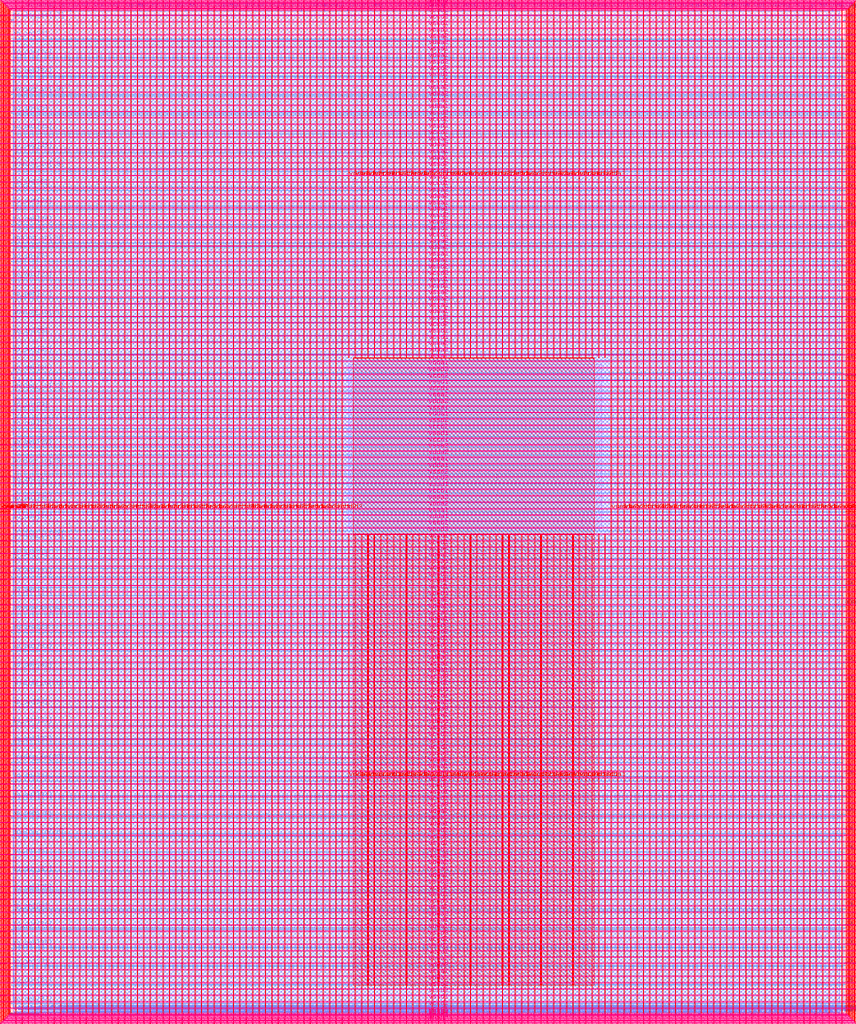
<source format=lef>
VERSION 5.7 ;
  NOWIREEXTENSIONATPIN ON ;
  DIVIDERCHAR "/" ;
  BUSBITCHARS "[]" ;
MACRO user_project_wrapper
  CLASS BLOCK ;
  FOREIGN user_project_wrapper ;
  ORIGIN 0.000 0.000 ;
  SIZE 2920.000 BY 3520.000 ;
  PIN analog_io[0]
    DIRECTION INOUT ;
    USE SIGNAL ;
    PORT
      LAYER met3 ;
        RECT 2917.600 1426.380 2924.800 1427.580 ;
    END
  END analog_io[0]
  PIN analog_io[10]
    DIRECTION INOUT ;
    USE SIGNAL ;
    PORT
      LAYER met2 ;
        RECT 2230.490 3517.600 2231.050 3524.800 ;
    END
  END analog_io[10]
  PIN analog_io[11]
    DIRECTION INOUT ;
    USE SIGNAL ;
    PORT
      LAYER met2 ;
        RECT 1905.730 3517.600 1906.290 3524.800 ;
    END
  END analog_io[11]
  PIN analog_io[12]
    DIRECTION INOUT ;
    USE SIGNAL ;
    PORT
      LAYER met2 ;
        RECT 1581.430 3517.600 1581.990 3524.800 ;
    END
  END analog_io[12]
  PIN analog_io[13]
    DIRECTION INOUT ;
    USE SIGNAL ;
    PORT
      LAYER met2 ;
        RECT 1257.130 3517.600 1257.690 3524.800 ;
    END
  END analog_io[13]
  PIN analog_io[14]
    DIRECTION INOUT ;
    USE SIGNAL ;
    PORT
      LAYER met2 ;
        RECT 932.370 3517.600 932.930 3524.800 ;
    END
  END analog_io[14]
  PIN analog_io[15]
    DIRECTION INOUT ;
    USE SIGNAL ;
    PORT
      LAYER met2 ;
        RECT 608.070 3517.600 608.630 3524.800 ;
    END
  END analog_io[15]
  PIN analog_io[16]
    DIRECTION INOUT ;
    USE SIGNAL ;
    PORT
      LAYER met2 ;
        RECT 283.770 3517.600 284.330 3524.800 ;
    END
  END analog_io[16]
  PIN analog_io[17]
    DIRECTION INOUT ;
    USE SIGNAL ;
    PORT
      LAYER met3 ;
        RECT -4.800 3486.100 2.400 3487.300 ;
    END
  END analog_io[17]
  PIN analog_io[18]
    DIRECTION INOUT ;
    USE SIGNAL ;
    PORT
      LAYER met3 ;
        RECT -4.800 3224.980 2.400 3226.180 ;
    END
  END analog_io[18]
  PIN analog_io[19]
    DIRECTION INOUT ;
    USE SIGNAL ;
    PORT
      LAYER met3 ;
        RECT -4.800 2964.540 2.400 2965.740 ;
    END
  END analog_io[19]
  PIN analog_io[1]
    DIRECTION INOUT ;
    USE SIGNAL ;
    PORT
      LAYER met3 ;
        RECT 2917.600 1692.260 2924.800 1693.460 ;
    END
  END analog_io[1]
  PIN analog_io[20]
    DIRECTION INOUT ;
    USE SIGNAL ;
    PORT
      LAYER met3 ;
        RECT -4.800 2703.420 2.400 2704.620 ;
    END
  END analog_io[20]
  PIN analog_io[21]
    DIRECTION INOUT ;
    USE SIGNAL ;
    PORT
      LAYER met3 ;
        RECT -4.800 2442.980 2.400 2444.180 ;
    END
  END analog_io[21]
  PIN analog_io[22]
    DIRECTION INOUT ;
    USE SIGNAL ;
    PORT
      LAYER met3 ;
        RECT -4.800 2182.540 2.400 2183.740 ;
    END
  END analog_io[22]
  PIN analog_io[23]
    DIRECTION INOUT ;
    USE SIGNAL ;
    PORT
      LAYER met3 ;
        RECT -4.800 1921.420 2.400 1922.620 ;
    END
  END analog_io[23]
  PIN analog_io[24]
    DIRECTION INOUT ;
    USE SIGNAL ;
    PORT
      LAYER met3 ;
        RECT -4.800 1660.980 2.400 1662.180 ;
    END
  END analog_io[24]
  PIN analog_io[25]
    DIRECTION INOUT ;
    USE SIGNAL ;
    PORT
      LAYER met3 ;
        RECT -4.800 1399.860 2.400 1401.060 ;
    END
  END analog_io[25]
  PIN analog_io[26]
    DIRECTION INOUT ;
    USE SIGNAL ;
    PORT
      LAYER met3 ;
        RECT -4.800 1139.420 2.400 1140.620 ;
    END
  END analog_io[26]
  PIN analog_io[27]
    DIRECTION INOUT ;
    USE SIGNAL ;
    PORT
      LAYER met3 ;
        RECT -4.800 878.980 2.400 880.180 ;
    END
  END analog_io[27]
  PIN analog_io[28]
    DIRECTION INOUT ;
    USE SIGNAL ;
    PORT
      LAYER met3 ;
        RECT -4.800 617.860 2.400 619.060 ;
    END
  END analog_io[28]
  PIN analog_io[2]
    DIRECTION INOUT ;
    USE SIGNAL ;
    PORT
      LAYER met3 ;
        RECT 2917.600 1958.140 2924.800 1959.340 ;
    END
  END analog_io[2]
  PIN analog_io[3]
    DIRECTION INOUT ;
    USE SIGNAL ;
    PORT
      LAYER met3 ;
        RECT 2917.600 2223.340 2924.800 2224.540 ;
    END
  END analog_io[3]
  PIN analog_io[4]
    DIRECTION INOUT ;
    USE SIGNAL ;
    PORT
      LAYER met3 ;
        RECT 2917.600 2489.220 2924.800 2490.420 ;
    END
  END analog_io[4]
  PIN analog_io[5]
    DIRECTION INOUT ;
    USE SIGNAL ;
    PORT
      LAYER met3 ;
        RECT 2917.600 2755.100 2924.800 2756.300 ;
    END
  END analog_io[5]
  PIN analog_io[6]
    DIRECTION INOUT ;
    USE SIGNAL ;
    PORT
      LAYER met3 ;
        RECT 2917.600 3020.300 2924.800 3021.500 ;
    END
  END analog_io[6]
  PIN analog_io[7]
    DIRECTION INOUT ;
    USE SIGNAL ;
    PORT
      LAYER met3 ;
        RECT 2917.600 3286.180 2924.800 3287.380 ;
    END
  END analog_io[7]
  PIN analog_io[8]
    DIRECTION INOUT ;
    USE SIGNAL ;
    PORT
      LAYER met2 ;
        RECT 2879.090 3517.600 2879.650 3524.800 ;
    END
  END analog_io[8]
  PIN analog_io[9]
    DIRECTION INOUT ;
    USE SIGNAL ;
    PORT
      LAYER met2 ;
        RECT 2554.790 3517.600 2555.350 3524.800 ;
    END
  END analog_io[9]
  PIN io_in[0]
    DIRECTION INPUT ;
    USE SIGNAL ;
    PORT
      LAYER met3 ;
        RECT 2917.600 32.380 2924.800 33.580 ;
    END
  END io_in[0]
  PIN io_in[10]
    DIRECTION INPUT ;
    USE SIGNAL ;
    PORT
      LAYER met3 ;
        RECT 2917.600 2289.980 2924.800 2291.180 ;
    END
  END io_in[10]
  PIN io_in[11]
    DIRECTION INPUT ;
    USE SIGNAL ;
    PORT
      LAYER met3 ;
        RECT 2917.600 2555.860 2924.800 2557.060 ;
    END
  END io_in[11]
  PIN io_in[12]
    DIRECTION INPUT ;
    USE SIGNAL ;
    PORT
      LAYER met3 ;
        RECT 2917.600 2821.060 2924.800 2822.260 ;
    END
  END io_in[12]
  PIN io_in[13]
    DIRECTION INPUT ;
    USE SIGNAL ;
    PORT
      LAYER met3 ;
        RECT 2917.600 3086.940 2924.800 3088.140 ;
    END
  END io_in[13]
  PIN io_in[14]
    DIRECTION INPUT ;
    USE SIGNAL ;
    PORT
      LAYER met3 ;
        RECT 2917.600 3352.820 2924.800 3354.020 ;
    END
  END io_in[14]
  PIN io_in[15]
    DIRECTION INPUT ;
    USE SIGNAL ;
    PORT
      LAYER met2 ;
        RECT 2798.130 3517.600 2798.690 3524.800 ;
    END
  END io_in[15]
  PIN io_in[16]
    DIRECTION INPUT ;
    USE SIGNAL ;
    PORT
      LAYER met2 ;
        RECT 2473.830 3517.600 2474.390 3524.800 ;
    END
  END io_in[16]
  PIN io_in[17]
    DIRECTION INPUT ;
    USE SIGNAL ;
    PORT
      LAYER met2 ;
        RECT 2149.070 3517.600 2149.630 3524.800 ;
    END
  END io_in[17]
  PIN io_in[18]
    DIRECTION INPUT ;
    USE SIGNAL ;
    PORT
      LAYER met2 ;
        RECT 1824.770 3517.600 1825.330 3524.800 ;
    END
  END io_in[18]
  PIN io_in[19]
    DIRECTION INPUT ;
    USE SIGNAL ;
    PORT
      LAYER met2 ;
        RECT 1500.470 3517.600 1501.030 3524.800 ;
    END
  END io_in[19]
  PIN io_in[1]
    DIRECTION INPUT ;
    USE SIGNAL ;
    PORT
      LAYER met3 ;
        RECT 2917.600 230.940 2924.800 232.140 ;
    END
  END io_in[1]
  PIN io_in[20]
    DIRECTION INPUT ;
    USE SIGNAL ;
    PORT
      LAYER met2 ;
        RECT 1175.710 3517.600 1176.270 3524.800 ;
    END
  END io_in[20]
  PIN io_in[21]
    DIRECTION INPUT ;
    USE SIGNAL ;
    PORT
      LAYER met2 ;
        RECT 851.410 3517.600 851.970 3524.800 ;
    END
  END io_in[21]
  PIN io_in[22]
    DIRECTION INPUT ;
    USE SIGNAL ;
    PORT
      LAYER met2 ;
        RECT 527.110 3517.600 527.670 3524.800 ;
    END
  END io_in[22]
  PIN io_in[23]
    DIRECTION INPUT ;
    USE SIGNAL ;
    PORT
      LAYER met2 ;
        RECT 202.350 3517.600 202.910 3524.800 ;
    END
  END io_in[23]
  PIN io_in[24]
    DIRECTION INPUT ;
    USE SIGNAL ;
    PORT
      LAYER met3 ;
        RECT -4.800 3420.820 2.400 3422.020 ;
    END
  END io_in[24]
  PIN io_in[25]
    DIRECTION INPUT ;
    USE SIGNAL ;
    PORT
      LAYER met3 ;
        RECT -4.800 3159.700 2.400 3160.900 ;
    END
  END io_in[25]
  PIN io_in[26]
    DIRECTION INPUT ;
    USE SIGNAL ;
    PORT
      LAYER met3 ;
        RECT -4.800 2899.260 2.400 2900.460 ;
    END
  END io_in[26]
  PIN io_in[27]
    DIRECTION INPUT ;
    USE SIGNAL ;
    PORT
      LAYER met3 ;
        RECT -4.800 2638.820 2.400 2640.020 ;
    END
  END io_in[27]
  PIN io_in[28]
    DIRECTION INPUT ;
    USE SIGNAL ;
    PORT
      LAYER met3 ;
        RECT -4.800 2377.700 2.400 2378.900 ;
    END
  END io_in[28]
  PIN io_in[29]
    DIRECTION INPUT ;
    USE SIGNAL ;
    PORT
      LAYER met3 ;
        RECT -4.800 2117.260 2.400 2118.460 ;
    END
  END io_in[29]
  PIN io_in[2]
    DIRECTION INPUT ;
    USE SIGNAL ;
    PORT
      LAYER met3 ;
        RECT 2917.600 430.180 2924.800 431.380 ;
    END
  END io_in[2]
  PIN io_in[30]
    DIRECTION INPUT ;
    USE SIGNAL ;
    PORT
      LAYER met3 ;
        RECT -4.800 1856.140 2.400 1857.340 ;
    END
  END io_in[30]
  PIN io_in[31]
    DIRECTION INPUT ;
    USE SIGNAL ;
    PORT
      LAYER met3 ;
        RECT -4.800 1595.700 2.400 1596.900 ;
    END
  END io_in[31]
  PIN io_in[32]
    DIRECTION INPUT ;
    USE SIGNAL ;
    PORT
      LAYER met3 ;
        RECT -4.800 1335.260 2.400 1336.460 ;
    END
  END io_in[32]
  PIN io_in[33]
    DIRECTION INPUT ;
    USE SIGNAL ;
    PORT
      LAYER met3 ;
        RECT -4.800 1074.140 2.400 1075.340 ;
    END
  END io_in[33]
  PIN io_in[34]
    DIRECTION INPUT ;
    USE SIGNAL ;
    PORT
      LAYER met3 ;
        RECT -4.800 813.700 2.400 814.900 ;
    END
  END io_in[34]
  PIN io_in[35]
    DIRECTION INPUT ;
    USE SIGNAL ;
    PORT
      LAYER met3 ;
        RECT -4.800 552.580 2.400 553.780 ;
    END
  END io_in[35]
  PIN io_in[36]
    DIRECTION INPUT ;
    USE SIGNAL ;
    PORT
      LAYER met3 ;
        RECT -4.800 357.420 2.400 358.620 ;
    END
  END io_in[36]
  PIN io_in[37]
    DIRECTION INPUT ;
    USE SIGNAL ;
    PORT
      LAYER met3 ;
        RECT -4.800 161.580 2.400 162.780 ;
    END
  END io_in[37]
  PIN io_in[3]
    DIRECTION INPUT ;
    USE SIGNAL ;
    PORT
      LAYER met3 ;
        RECT 2917.600 629.420 2924.800 630.620 ;
    END
  END io_in[3]
  PIN io_in[4]
    DIRECTION INPUT ;
    USE SIGNAL ;
    PORT
      LAYER met3 ;
        RECT 2917.600 828.660 2924.800 829.860 ;
    END
  END io_in[4]
  PIN io_in[5]
    DIRECTION INPUT ;
    USE SIGNAL ;
    PORT
      LAYER met3 ;
        RECT 2917.600 1027.900 2924.800 1029.100 ;
    END
  END io_in[5]
  PIN io_in[6]
    DIRECTION INPUT ;
    USE SIGNAL ;
    PORT
      LAYER met3 ;
        RECT 2917.600 1227.140 2924.800 1228.340 ;
    END
  END io_in[6]
  PIN io_in[7]
    DIRECTION INPUT ;
    USE SIGNAL ;
    PORT
      LAYER met3 ;
        RECT 2917.600 1493.020 2924.800 1494.220 ;
    END
  END io_in[7]
  PIN io_in[8]
    DIRECTION INPUT ;
    USE SIGNAL ;
    PORT
      LAYER met3 ;
        RECT 2917.600 1758.900 2924.800 1760.100 ;
    END
  END io_in[8]
  PIN io_in[9]
    DIRECTION INPUT ;
    USE SIGNAL ;
    PORT
      LAYER met3 ;
        RECT 2917.600 2024.100 2924.800 2025.300 ;
    END
  END io_in[9]
  PIN io_oeb[0]
    DIRECTION OUTPUT TRISTATE ;
    USE SIGNAL ;
    PORT
      LAYER met3 ;
        RECT 2917.600 164.980 2924.800 166.180 ;
    END
  END io_oeb[0]
  PIN io_oeb[10]
    DIRECTION OUTPUT TRISTATE ;
    USE SIGNAL ;
    PORT
      LAYER met3 ;
        RECT 2917.600 2422.580 2924.800 2423.780 ;
    END
  END io_oeb[10]
  PIN io_oeb[11]
    DIRECTION OUTPUT TRISTATE ;
    USE SIGNAL ;
    PORT
      LAYER met3 ;
        RECT 2917.600 2688.460 2924.800 2689.660 ;
    END
  END io_oeb[11]
  PIN io_oeb[12]
    DIRECTION OUTPUT TRISTATE ;
    USE SIGNAL ;
    PORT
      LAYER met3 ;
        RECT 2917.600 2954.340 2924.800 2955.540 ;
    END
  END io_oeb[12]
  PIN io_oeb[13]
    DIRECTION OUTPUT TRISTATE ;
    USE SIGNAL ;
    PORT
      LAYER met3 ;
        RECT 2917.600 3219.540 2924.800 3220.740 ;
    END
  END io_oeb[13]
  PIN io_oeb[14]
    DIRECTION OUTPUT TRISTATE ;
    USE SIGNAL ;
    PORT
      LAYER met3 ;
        RECT 2917.600 3485.420 2924.800 3486.620 ;
    END
  END io_oeb[14]
  PIN io_oeb[15]
    DIRECTION OUTPUT TRISTATE ;
    USE SIGNAL ;
    PORT
      LAYER met2 ;
        RECT 2635.750 3517.600 2636.310 3524.800 ;
    END
  END io_oeb[15]
  PIN io_oeb[16]
    DIRECTION OUTPUT TRISTATE ;
    USE SIGNAL ;
    PORT
      LAYER met2 ;
        RECT 2311.450 3517.600 2312.010 3524.800 ;
    END
  END io_oeb[16]
  PIN io_oeb[17]
    DIRECTION OUTPUT TRISTATE ;
    USE SIGNAL ;
    PORT
      LAYER met2 ;
        RECT 1987.150 3517.600 1987.710 3524.800 ;
    END
  END io_oeb[17]
  PIN io_oeb[18]
    DIRECTION OUTPUT TRISTATE ;
    USE SIGNAL ;
    PORT
      LAYER met2 ;
        RECT 1662.390 3517.600 1662.950 3524.800 ;
    END
  END io_oeb[18]
  PIN io_oeb[19]
    DIRECTION OUTPUT TRISTATE ;
    USE SIGNAL ;
    PORT
      LAYER met2 ;
        RECT 1338.090 3517.600 1338.650 3524.800 ;
    END
  END io_oeb[19]
  PIN io_oeb[1]
    DIRECTION OUTPUT TRISTATE ;
    USE SIGNAL ;
    PORT
      LAYER met3 ;
        RECT 2917.600 364.220 2924.800 365.420 ;
    END
  END io_oeb[1]
  PIN io_oeb[20]
    DIRECTION OUTPUT TRISTATE ;
    USE SIGNAL ;
    PORT
      LAYER met2 ;
        RECT 1013.790 3517.600 1014.350 3524.800 ;
    END
  END io_oeb[20]
  PIN io_oeb[21]
    DIRECTION OUTPUT TRISTATE ;
    USE SIGNAL ;
    PORT
      LAYER met2 ;
        RECT 689.030 3517.600 689.590 3524.800 ;
    END
  END io_oeb[21]
  PIN io_oeb[22]
    DIRECTION OUTPUT TRISTATE ;
    USE SIGNAL ;
    PORT
      LAYER met2 ;
        RECT 364.730 3517.600 365.290 3524.800 ;
    END
  END io_oeb[22]
  PIN io_oeb[23]
    DIRECTION OUTPUT TRISTATE ;
    USE SIGNAL ;
    PORT
      LAYER met2 ;
        RECT 40.430 3517.600 40.990 3524.800 ;
    END
  END io_oeb[23]
  PIN io_oeb[24]
    DIRECTION OUTPUT TRISTATE ;
    USE SIGNAL ;
    PORT
      LAYER met3 ;
        RECT -4.800 3290.260 2.400 3291.460 ;
    END
  END io_oeb[24]
  PIN io_oeb[25]
    DIRECTION OUTPUT TRISTATE ;
    USE SIGNAL ;
    PORT
      LAYER met3 ;
        RECT -4.800 3029.820 2.400 3031.020 ;
    END
  END io_oeb[25]
  PIN io_oeb[26]
    DIRECTION OUTPUT TRISTATE ;
    USE SIGNAL ;
    PORT
      LAYER met3 ;
        RECT -4.800 2768.700 2.400 2769.900 ;
    END
  END io_oeb[26]
  PIN io_oeb[27]
    DIRECTION OUTPUT TRISTATE ;
    USE SIGNAL ;
    PORT
      LAYER met3 ;
        RECT -4.800 2508.260 2.400 2509.460 ;
    END
  END io_oeb[27]
  PIN io_oeb[28]
    DIRECTION OUTPUT TRISTATE ;
    USE SIGNAL ;
    PORT
      LAYER met3 ;
        RECT -4.800 2247.140 2.400 2248.340 ;
    END
  END io_oeb[28]
  PIN io_oeb[29]
    DIRECTION OUTPUT TRISTATE ;
    USE SIGNAL ;
    PORT
      LAYER met3 ;
        RECT -4.800 1986.700 2.400 1987.900 ;
    END
  END io_oeb[29]
  PIN io_oeb[2]
    DIRECTION OUTPUT TRISTATE ;
    USE SIGNAL ;
    PORT
      LAYER met3 ;
        RECT 2917.600 563.460 2924.800 564.660 ;
    END
  END io_oeb[2]
  PIN io_oeb[30]
    DIRECTION OUTPUT TRISTATE ;
    USE SIGNAL ;
    PORT
      LAYER met3 ;
        RECT -4.800 1726.260 2.400 1727.460 ;
    END
  END io_oeb[30]
  PIN io_oeb[31]
    DIRECTION OUTPUT TRISTATE ;
    USE SIGNAL ;
    PORT
      LAYER met3 ;
        RECT -4.800 1465.140 2.400 1466.340 ;
    END
  END io_oeb[31]
  PIN io_oeb[32]
    DIRECTION OUTPUT TRISTATE ;
    USE SIGNAL ;
    PORT
      LAYER met3 ;
        RECT -4.800 1204.700 2.400 1205.900 ;
    END
  END io_oeb[32]
  PIN io_oeb[33]
    DIRECTION OUTPUT TRISTATE ;
    USE SIGNAL ;
    PORT
      LAYER met3 ;
        RECT -4.800 943.580 2.400 944.780 ;
    END
  END io_oeb[33]
  PIN io_oeb[34]
    DIRECTION OUTPUT TRISTATE ;
    USE SIGNAL ;
    PORT
      LAYER met3 ;
        RECT -4.800 683.140 2.400 684.340 ;
    END
  END io_oeb[34]
  PIN io_oeb[35]
    DIRECTION OUTPUT TRISTATE ;
    USE SIGNAL ;
    PORT
      LAYER met3 ;
        RECT -4.800 422.700 2.400 423.900 ;
    END
  END io_oeb[35]
  PIN io_oeb[36]
    DIRECTION OUTPUT TRISTATE ;
    USE SIGNAL ;
    PORT
      LAYER met3 ;
        RECT -4.800 226.860 2.400 228.060 ;
    END
  END io_oeb[36]
  PIN io_oeb[37]
    DIRECTION OUTPUT TRISTATE ;
    USE SIGNAL ;
    PORT
      LAYER met3 ;
        RECT -4.800 31.700 2.400 32.900 ;
    END
  END io_oeb[37]
  PIN io_oeb[3]
    DIRECTION OUTPUT TRISTATE ;
    USE SIGNAL ;
    PORT
      LAYER met3 ;
        RECT 2917.600 762.700 2924.800 763.900 ;
    END
  END io_oeb[3]
  PIN io_oeb[4]
    DIRECTION OUTPUT TRISTATE ;
    USE SIGNAL ;
    PORT
      LAYER met3 ;
        RECT 2917.600 961.940 2924.800 963.140 ;
    END
  END io_oeb[4]
  PIN io_oeb[5]
    DIRECTION OUTPUT TRISTATE ;
    USE SIGNAL ;
    PORT
      LAYER met3 ;
        RECT 2917.600 1161.180 2924.800 1162.380 ;
    END
  END io_oeb[5]
  PIN io_oeb[6]
    DIRECTION OUTPUT TRISTATE ;
    USE SIGNAL ;
    PORT
      LAYER met3 ;
        RECT 2917.600 1360.420 2924.800 1361.620 ;
    END
  END io_oeb[6]
  PIN io_oeb[7]
    DIRECTION OUTPUT TRISTATE ;
    USE SIGNAL ;
    PORT
      LAYER met3 ;
        RECT 2917.600 1625.620 2924.800 1626.820 ;
    END
  END io_oeb[7]
  PIN io_oeb[8]
    DIRECTION OUTPUT TRISTATE ;
    USE SIGNAL ;
    PORT
      LAYER met3 ;
        RECT 2917.600 1891.500 2924.800 1892.700 ;
    END
  END io_oeb[8]
  PIN io_oeb[9]
    DIRECTION OUTPUT TRISTATE ;
    USE SIGNAL ;
    PORT
      LAYER met3 ;
        RECT 2917.600 2157.380 2924.800 2158.580 ;
    END
  END io_oeb[9]
  PIN io_out[0]
    DIRECTION OUTPUT TRISTATE ;
    USE SIGNAL ;
    PORT
      LAYER met3 ;
        RECT 2917.600 98.340 2924.800 99.540 ;
    END
  END io_out[0]
  PIN io_out[10]
    DIRECTION OUTPUT TRISTATE ;
    USE SIGNAL ;
    PORT
      LAYER met3 ;
        RECT 2917.600 2356.620 2924.800 2357.820 ;
    END
  END io_out[10]
  PIN io_out[11]
    DIRECTION OUTPUT TRISTATE ;
    USE SIGNAL ;
    PORT
      LAYER met3 ;
        RECT 2917.600 2621.820 2924.800 2623.020 ;
    END
  END io_out[11]
  PIN io_out[12]
    DIRECTION OUTPUT TRISTATE ;
    USE SIGNAL ;
    PORT
      LAYER met3 ;
        RECT 2917.600 2887.700 2924.800 2888.900 ;
    END
  END io_out[12]
  PIN io_out[13]
    DIRECTION OUTPUT TRISTATE ;
    USE SIGNAL ;
    PORT
      LAYER met3 ;
        RECT 2917.600 3153.580 2924.800 3154.780 ;
    END
  END io_out[13]
  PIN io_out[14]
    DIRECTION OUTPUT TRISTATE ;
    USE SIGNAL ;
    PORT
      LAYER met3 ;
        RECT 2917.600 3418.780 2924.800 3419.980 ;
    END
  END io_out[14]
  PIN io_out[15]
    DIRECTION OUTPUT TRISTATE ;
    USE SIGNAL ;
    PORT
      LAYER met2 ;
        RECT 2717.170 3517.600 2717.730 3524.800 ;
    END
  END io_out[15]
  PIN io_out[16]
    DIRECTION OUTPUT TRISTATE ;
    USE SIGNAL ;
    PORT
      LAYER met2 ;
        RECT 2392.410 3517.600 2392.970 3524.800 ;
    END
  END io_out[16]
  PIN io_out[17]
    DIRECTION OUTPUT TRISTATE ;
    USE SIGNAL ;
    PORT
      LAYER met2 ;
        RECT 2068.110 3517.600 2068.670 3524.800 ;
    END
  END io_out[17]
  PIN io_out[18]
    DIRECTION OUTPUT TRISTATE ;
    USE SIGNAL ;
    PORT
      LAYER met2 ;
        RECT 1743.810 3517.600 1744.370 3524.800 ;
    END
  END io_out[18]
  PIN io_out[19]
    DIRECTION OUTPUT TRISTATE ;
    USE SIGNAL ;
    PORT
      LAYER met2 ;
        RECT 1419.050 3517.600 1419.610 3524.800 ;
    END
  END io_out[19]
  PIN io_out[1]
    DIRECTION OUTPUT TRISTATE ;
    USE SIGNAL ;
    PORT
      LAYER met3 ;
        RECT 2917.600 297.580 2924.800 298.780 ;
    END
  END io_out[1]
  PIN io_out[20]
    DIRECTION OUTPUT TRISTATE ;
    USE SIGNAL ;
    PORT
      LAYER met2 ;
        RECT 1094.750 3517.600 1095.310 3524.800 ;
    END
  END io_out[20]
  PIN io_out[21]
    DIRECTION OUTPUT TRISTATE ;
    USE SIGNAL ;
    PORT
      LAYER met2 ;
        RECT 770.450 3517.600 771.010 3524.800 ;
    END
  END io_out[21]
  PIN io_out[22]
    DIRECTION OUTPUT TRISTATE ;
    USE SIGNAL ;
    PORT
      LAYER met2 ;
        RECT 445.690 3517.600 446.250 3524.800 ;
    END
  END io_out[22]
  PIN io_out[23]
    DIRECTION OUTPUT TRISTATE ;
    USE SIGNAL ;
    PORT
      LAYER met2 ;
        RECT 121.390 3517.600 121.950 3524.800 ;
    END
  END io_out[23]
  PIN io_out[24]
    DIRECTION OUTPUT TRISTATE ;
    USE SIGNAL ;
    PORT
      LAYER met3 ;
        RECT -4.800 3355.540 2.400 3356.740 ;
    END
  END io_out[24]
  PIN io_out[25]
    DIRECTION OUTPUT TRISTATE ;
    USE SIGNAL ;
    PORT
      LAYER met3 ;
        RECT -4.800 3095.100 2.400 3096.300 ;
    END
  END io_out[25]
  PIN io_out[26]
    DIRECTION OUTPUT TRISTATE ;
    USE SIGNAL ;
    PORT
      LAYER met3 ;
        RECT -4.800 2833.980 2.400 2835.180 ;
    END
  END io_out[26]
  PIN io_out[27]
    DIRECTION OUTPUT TRISTATE ;
    USE SIGNAL ;
    PORT
      LAYER met3 ;
        RECT -4.800 2573.540 2.400 2574.740 ;
    END
  END io_out[27]
  PIN io_out[28]
    DIRECTION OUTPUT TRISTATE ;
    USE SIGNAL ;
    PORT
      LAYER met3 ;
        RECT -4.800 2312.420 2.400 2313.620 ;
    END
  END io_out[28]
  PIN io_out[29]
    DIRECTION OUTPUT TRISTATE ;
    USE SIGNAL ;
    PORT
      LAYER met3 ;
        RECT -4.800 2051.980 2.400 2053.180 ;
    END
  END io_out[29]
  PIN io_out[2]
    DIRECTION OUTPUT TRISTATE ;
    USE SIGNAL ;
    PORT
      LAYER met3 ;
        RECT 2917.600 496.820 2924.800 498.020 ;
    END
  END io_out[2]
  PIN io_out[30]
    DIRECTION OUTPUT TRISTATE ;
    USE SIGNAL ;
    PORT
      LAYER met3 ;
        RECT -4.800 1791.540 2.400 1792.740 ;
    END
  END io_out[30]
  PIN io_out[31]
    DIRECTION OUTPUT TRISTATE ;
    USE SIGNAL ;
    PORT
      LAYER met3 ;
        RECT -4.800 1530.420 2.400 1531.620 ;
    END
  END io_out[31]
  PIN io_out[32]
    DIRECTION OUTPUT TRISTATE ;
    USE SIGNAL ;
    PORT
      LAYER met3 ;
        RECT -4.800 1269.980 2.400 1271.180 ;
    END
  END io_out[32]
  PIN io_out[33]
    DIRECTION OUTPUT TRISTATE ;
    USE SIGNAL ;
    PORT
      LAYER met3 ;
        RECT -4.800 1008.860 2.400 1010.060 ;
    END
  END io_out[33]
  PIN io_out[34]
    DIRECTION OUTPUT TRISTATE ;
    USE SIGNAL ;
    PORT
      LAYER met3 ;
        RECT -4.800 748.420 2.400 749.620 ;
    END
  END io_out[34]
  PIN io_out[35]
    DIRECTION OUTPUT TRISTATE ;
    USE SIGNAL ;
    PORT
      LAYER met3 ;
        RECT -4.800 487.300 2.400 488.500 ;
    END
  END io_out[35]
  PIN io_out[36]
    DIRECTION OUTPUT TRISTATE ;
    USE SIGNAL ;
    PORT
      LAYER met3 ;
        RECT -4.800 292.140 2.400 293.340 ;
    END
  END io_out[36]
  PIN io_out[37]
    DIRECTION OUTPUT TRISTATE ;
    USE SIGNAL ;
    PORT
      LAYER met3 ;
        RECT -4.800 96.300 2.400 97.500 ;
    END
  END io_out[37]
  PIN io_out[3]
    DIRECTION OUTPUT TRISTATE ;
    USE SIGNAL ;
    PORT
      LAYER met3 ;
        RECT 2917.600 696.060 2924.800 697.260 ;
    END
  END io_out[3]
  PIN io_out[4]
    DIRECTION OUTPUT TRISTATE ;
    USE SIGNAL ;
    PORT
      LAYER met3 ;
        RECT 2917.600 895.300 2924.800 896.500 ;
    END
  END io_out[4]
  PIN io_out[5]
    DIRECTION OUTPUT TRISTATE ;
    USE SIGNAL ;
    PORT
      LAYER met3 ;
        RECT 2917.600 1094.540 2924.800 1095.740 ;
    END
  END io_out[5]
  PIN io_out[6]
    DIRECTION OUTPUT TRISTATE ;
    USE SIGNAL ;
    PORT
      LAYER met3 ;
        RECT 2917.600 1293.780 2924.800 1294.980 ;
    END
  END io_out[6]
  PIN io_out[7]
    DIRECTION OUTPUT TRISTATE ;
    USE SIGNAL ;
    PORT
      LAYER met3 ;
        RECT 2917.600 1559.660 2924.800 1560.860 ;
    END
  END io_out[7]
  PIN io_out[8]
    DIRECTION OUTPUT TRISTATE ;
    USE SIGNAL ;
    PORT
      LAYER met3 ;
        RECT 2917.600 1824.860 2924.800 1826.060 ;
    END
  END io_out[8]
  PIN io_out[9]
    DIRECTION OUTPUT TRISTATE ;
    USE SIGNAL ;
    PORT
      LAYER met3 ;
        RECT 2917.600 2090.740 2924.800 2091.940 ;
    END
  END io_out[9]
  PIN la_data_in[0]
    DIRECTION INPUT ;
    USE SIGNAL ;
    PORT
      LAYER met2 ;
        RECT 629.230 -4.800 629.790 2.400 ;
    END
  END la_data_in[0]
  PIN la_data_in[100]
    DIRECTION INPUT ;
    USE SIGNAL ;
    PORT
      LAYER met2 ;
        RECT 2402.530 -4.800 2403.090 2.400 ;
    END
  END la_data_in[100]
  PIN la_data_in[101]
    DIRECTION INPUT ;
    USE SIGNAL ;
    PORT
      LAYER met2 ;
        RECT 2420.010 -4.800 2420.570 2.400 ;
    END
  END la_data_in[101]
  PIN la_data_in[102]
    DIRECTION INPUT ;
    USE SIGNAL ;
    PORT
      LAYER met2 ;
        RECT 2437.950 -4.800 2438.510 2.400 ;
    END
  END la_data_in[102]
  PIN la_data_in[103]
    DIRECTION INPUT ;
    USE SIGNAL ;
    PORT
      LAYER met2 ;
        RECT 2455.430 -4.800 2455.990 2.400 ;
    END
  END la_data_in[103]
  PIN la_data_in[104]
    DIRECTION INPUT ;
    USE SIGNAL ;
    PORT
      LAYER met2 ;
        RECT 2473.370 -4.800 2473.930 2.400 ;
    END
  END la_data_in[104]
  PIN la_data_in[105]
    DIRECTION INPUT ;
    USE SIGNAL ;
    PORT
      LAYER met2 ;
        RECT 2490.850 -4.800 2491.410 2.400 ;
    END
  END la_data_in[105]
  PIN la_data_in[106]
    DIRECTION INPUT ;
    USE SIGNAL ;
    PORT
      LAYER met2 ;
        RECT 2508.790 -4.800 2509.350 2.400 ;
    END
  END la_data_in[106]
  PIN la_data_in[107]
    DIRECTION INPUT ;
    USE SIGNAL ;
    PORT
      LAYER met2 ;
        RECT 2526.730 -4.800 2527.290 2.400 ;
    END
  END la_data_in[107]
  PIN la_data_in[108]
    DIRECTION INPUT ;
    USE SIGNAL ;
    PORT
      LAYER met2 ;
        RECT 2544.210 -4.800 2544.770 2.400 ;
    END
  END la_data_in[108]
  PIN la_data_in[109]
    DIRECTION INPUT ;
    USE SIGNAL ;
    PORT
      LAYER met2 ;
        RECT 2562.150 -4.800 2562.710 2.400 ;
    END
  END la_data_in[109]
  PIN la_data_in[10]
    DIRECTION INPUT ;
    USE SIGNAL ;
    PORT
      LAYER met2 ;
        RECT 806.330 -4.800 806.890 2.400 ;
    END
  END la_data_in[10]
  PIN la_data_in[110]
    DIRECTION INPUT ;
    USE SIGNAL ;
    PORT
      LAYER met2 ;
        RECT 2579.630 -4.800 2580.190 2.400 ;
    END
  END la_data_in[110]
  PIN la_data_in[111]
    DIRECTION INPUT ;
    USE SIGNAL ;
    PORT
      LAYER met2 ;
        RECT 2597.570 -4.800 2598.130 2.400 ;
    END
  END la_data_in[111]
  PIN la_data_in[112]
    DIRECTION INPUT ;
    USE SIGNAL ;
    PORT
      LAYER met2 ;
        RECT 2615.050 -4.800 2615.610 2.400 ;
    END
  END la_data_in[112]
  PIN la_data_in[113]
    DIRECTION INPUT ;
    USE SIGNAL ;
    PORT
      LAYER met2 ;
        RECT 2632.990 -4.800 2633.550 2.400 ;
    END
  END la_data_in[113]
  PIN la_data_in[114]
    DIRECTION INPUT ;
    USE SIGNAL ;
    PORT
      LAYER met2 ;
        RECT 2650.470 -4.800 2651.030 2.400 ;
    END
  END la_data_in[114]
  PIN la_data_in[115]
    DIRECTION INPUT ;
    USE SIGNAL ;
    PORT
      LAYER met2 ;
        RECT 2668.410 -4.800 2668.970 2.400 ;
    END
  END la_data_in[115]
  PIN la_data_in[116]
    DIRECTION INPUT ;
    USE SIGNAL ;
    PORT
      LAYER met2 ;
        RECT 2685.890 -4.800 2686.450 2.400 ;
    END
  END la_data_in[116]
  PIN la_data_in[117]
    DIRECTION INPUT ;
    USE SIGNAL ;
    PORT
      LAYER met2 ;
        RECT 2703.830 -4.800 2704.390 2.400 ;
    END
  END la_data_in[117]
  PIN la_data_in[118]
    DIRECTION INPUT ;
    USE SIGNAL ;
    PORT
      LAYER met2 ;
        RECT 2721.770 -4.800 2722.330 2.400 ;
    END
  END la_data_in[118]
  PIN la_data_in[119]
    DIRECTION INPUT ;
    USE SIGNAL ;
    PORT
      LAYER met2 ;
        RECT 2739.250 -4.800 2739.810 2.400 ;
    END
  END la_data_in[119]
  PIN la_data_in[11]
    DIRECTION INPUT ;
    USE SIGNAL ;
    PORT
      LAYER met2 ;
        RECT 824.270 -4.800 824.830 2.400 ;
    END
  END la_data_in[11]
  PIN la_data_in[120]
    DIRECTION INPUT ;
    USE SIGNAL ;
    PORT
      LAYER met2 ;
        RECT 2757.190 -4.800 2757.750 2.400 ;
    END
  END la_data_in[120]
  PIN la_data_in[121]
    DIRECTION INPUT ;
    USE SIGNAL ;
    PORT
      LAYER met2 ;
        RECT 2774.670 -4.800 2775.230 2.400 ;
    END
  END la_data_in[121]
  PIN la_data_in[122]
    DIRECTION INPUT ;
    USE SIGNAL ;
    PORT
      LAYER met2 ;
        RECT 2792.610 -4.800 2793.170 2.400 ;
    END
  END la_data_in[122]
  PIN la_data_in[123]
    DIRECTION INPUT ;
    USE SIGNAL ;
    PORT
      LAYER met2 ;
        RECT 2810.090 -4.800 2810.650 2.400 ;
    END
  END la_data_in[123]
  PIN la_data_in[124]
    DIRECTION INPUT ;
    USE SIGNAL ;
    PORT
      LAYER met2 ;
        RECT 2828.030 -4.800 2828.590 2.400 ;
    END
  END la_data_in[124]
  PIN la_data_in[125]
    DIRECTION INPUT ;
    USE SIGNAL ;
    PORT
      LAYER met2 ;
        RECT 2845.510 -4.800 2846.070 2.400 ;
    END
  END la_data_in[125]
  PIN la_data_in[126]
    DIRECTION INPUT ;
    USE SIGNAL ;
    PORT
      LAYER met2 ;
        RECT 2863.450 -4.800 2864.010 2.400 ;
    END
  END la_data_in[126]
  PIN la_data_in[127]
    DIRECTION INPUT ;
    USE SIGNAL ;
    PORT
      LAYER met2 ;
        RECT 2881.390 -4.800 2881.950 2.400 ;
    END
  END la_data_in[127]
  PIN la_data_in[12]
    DIRECTION INPUT ;
    USE SIGNAL ;
    PORT
      LAYER met2 ;
        RECT 841.750 -4.800 842.310 2.400 ;
    END
  END la_data_in[12]
  PIN la_data_in[13]
    DIRECTION INPUT ;
    USE SIGNAL ;
    PORT
      LAYER met2 ;
        RECT 859.690 -4.800 860.250 2.400 ;
    END
  END la_data_in[13]
  PIN la_data_in[14]
    DIRECTION INPUT ;
    USE SIGNAL ;
    PORT
      LAYER met2 ;
        RECT 877.170 -4.800 877.730 2.400 ;
    END
  END la_data_in[14]
  PIN la_data_in[15]
    DIRECTION INPUT ;
    USE SIGNAL ;
    PORT
      LAYER met2 ;
        RECT 895.110 -4.800 895.670 2.400 ;
    END
  END la_data_in[15]
  PIN la_data_in[16]
    DIRECTION INPUT ;
    USE SIGNAL ;
    PORT
      LAYER met2 ;
        RECT 912.590 -4.800 913.150 2.400 ;
    END
  END la_data_in[16]
  PIN la_data_in[17]
    DIRECTION INPUT ;
    USE SIGNAL ;
    PORT
      LAYER met2 ;
        RECT 930.530 -4.800 931.090 2.400 ;
    END
  END la_data_in[17]
  PIN la_data_in[18]
    DIRECTION INPUT ;
    USE SIGNAL ;
    PORT
      LAYER met2 ;
        RECT 948.470 -4.800 949.030 2.400 ;
    END
  END la_data_in[18]
  PIN la_data_in[19]
    DIRECTION INPUT ;
    USE SIGNAL ;
    PORT
      LAYER met2 ;
        RECT 965.950 -4.800 966.510 2.400 ;
    END
  END la_data_in[19]
  PIN la_data_in[1]
    DIRECTION INPUT ;
    USE SIGNAL ;
    PORT
      LAYER met2 ;
        RECT 646.710 -4.800 647.270 2.400 ;
    END
  END la_data_in[1]
  PIN la_data_in[20]
    DIRECTION INPUT ;
    USE SIGNAL ;
    PORT
      LAYER met2 ;
        RECT 983.890 -4.800 984.450 2.400 ;
    END
  END la_data_in[20]
  PIN la_data_in[21]
    DIRECTION INPUT ;
    USE SIGNAL ;
    PORT
      LAYER met2 ;
        RECT 1001.370 -4.800 1001.930 2.400 ;
    END
  END la_data_in[21]
  PIN la_data_in[22]
    DIRECTION INPUT ;
    USE SIGNAL ;
    PORT
      LAYER met2 ;
        RECT 1019.310 -4.800 1019.870 2.400 ;
    END
  END la_data_in[22]
  PIN la_data_in[23]
    DIRECTION INPUT ;
    USE SIGNAL ;
    PORT
      LAYER met2 ;
        RECT 1036.790 -4.800 1037.350 2.400 ;
    END
  END la_data_in[23]
  PIN la_data_in[24]
    DIRECTION INPUT ;
    USE SIGNAL ;
    PORT
      LAYER met2 ;
        RECT 1054.730 -4.800 1055.290 2.400 ;
    END
  END la_data_in[24]
  PIN la_data_in[25]
    DIRECTION INPUT ;
    USE SIGNAL ;
    PORT
      LAYER met2 ;
        RECT 1072.210 -4.800 1072.770 2.400 ;
    END
  END la_data_in[25]
  PIN la_data_in[26]
    DIRECTION INPUT ;
    USE SIGNAL ;
    PORT
      LAYER met2 ;
        RECT 1090.150 -4.800 1090.710 2.400 ;
    END
  END la_data_in[26]
  PIN la_data_in[27]
    DIRECTION INPUT ;
    USE SIGNAL ;
    PORT
      LAYER met2 ;
        RECT 1107.630 -4.800 1108.190 2.400 ;
    END
  END la_data_in[27]
  PIN la_data_in[28]
    DIRECTION INPUT ;
    USE SIGNAL ;
    PORT
      LAYER met2 ;
        RECT 1125.570 -4.800 1126.130 2.400 ;
    END
  END la_data_in[28]
  PIN la_data_in[29]
    DIRECTION INPUT ;
    USE SIGNAL ;
    PORT
      LAYER met2 ;
        RECT 1143.510 -4.800 1144.070 2.400 ;
    END
  END la_data_in[29]
  PIN la_data_in[2]
    DIRECTION INPUT ;
    USE SIGNAL ;
    PORT
      LAYER met2 ;
        RECT 664.650 -4.800 665.210 2.400 ;
    END
  END la_data_in[2]
  PIN la_data_in[30]
    DIRECTION INPUT ;
    USE SIGNAL ;
    PORT
      LAYER met2 ;
        RECT 1160.990 -4.800 1161.550 2.400 ;
    END
  END la_data_in[30]
  PIN la_data_in[31]
    DIRECTION INPUT ;
    USE SIGNAL ;
    PORT
      LAYER met2 ;
        RECT 1178.930 -4.800 1179.490 2.400 ;
    END
  END la_data_in[31]
  PIN la_data_in[32]
    DIRECTION INPUT ;
    USE SIGNAL ;
    PORT
      LAYER met2 ;
        RECT 1196.410 -4.800 1196.970 2.400 ;
    END
  END la_data_in[32]
  PIN la_data_in[33]
    DIRECTION INPUT ;
    USE SIGNAL ;
    PORT
      LAYER met2 ;
        RECT 1214.350 -4.800 1214.910 2.400 ;
    END
  END la_data_in[33]
  PIN la_data_in[34]
    DIRECTION INPUT ;
    USE SIGNAL ;
    PORT
      LAYER met2 ;
        RECT 1231.830 -4.800 1232.390 2.400 ;
    END
  END la_data_in[34]
  PIN la_data_in[35]
    DIRECTION INPUT ;
    USE SIGNAL ;
    PORT
      LAYER met2 ;
        RECT 1249.770 -4.800 1250.330 2.400 ;
    END
  END la_data_in[35]
  PIN la_data_in[36]
    DIRECTION INPUT ;
    USE SIGNAL ;
    PORT
      LAYER met2 ;
        RECT 1267.250 -4.800 1267.810 2.400 ;
    END
  END la_data_in[36]
  PIN la_data_in[37]
    DIRECTION INPUT ;
    USE SIGNAL ;
    PORT
      LAYER met2 ;
        RECT 1285.190 -4.800 1285.750 2.400 ;
    END
  END la_data_in[37]
  PIN la_data_in[38]
    DIRECTION INPUT ;
    USE SIGNAL ;
    PORT
      LAYER met2 ;
        RECT 1303.130 -4.800 1303.690 2.400 ;
    END
  END la_data_in[38]
  PIN la_data_in[39]
    DIRECTION INPUT ;
    USE SIGNAL ;
    PORT
      LAYER met2 ;
        RECT 1320.610 -4.800 1321.170 2.400 ;
    END
  END la_data_in[39]
  PIN la_data_in[3]
    DIRECTION INPUT ;
    USE SIGNAL ;
    PORT
      LAYER met2 ;
        RECT 682.130 -4.800 682.690 2.400 ;
    END
  END la_data_in[3]
  PIN la_data_in[40]
    DIRECTION INPUT ;
    USE SIGNAL ;
    PORT
      LAYER met2 ;
        RECT 1338.550 -4.800 1339.110 2.400 ;
    END
  END la_data_in[40]
  PIN la_data_in[41]
    DIRECTION INPUT ;
    USE SIGNAL ;
    PORT
      LAYER met2 ;
        RECT 1356.030 -4.800 1356.590 2.400 ;
    END
  END la_data_in[41]
  PIN la_data_in[42]
    DIRECTION INPUT ;
    USE SIGNAL ;
    PORT
      LAYER met2 ;
        RECT 1373.970 -4.800 1374.530 2.400 ;
    END
  END la_data_in[42]
  PIN la_data_in[43]
    DIRECTION INPUT ;
    USE SIGNAL ;
    PORT
      LAYER met2 ;
        RECT 1391.450 -4.800 1392.010 2.400 ;
    END
  END la_data_in[43]
  PIN la_data_in[44]
    DIRECTION INPUT ;
    USE SIGNAL ;
    PORT
      LAYER met2 ;
        RECT 1409.390 -4.800 1409.950 2.400 ;
    END
  END la_data_in[44]
  PIN la_data_in[45]
    DIRECTION INPUT ;
    USE SIGNAL ;
    PORT
      LAYER met2 ;
        RECT 1426.870 -4.800 1427.430 2.400 ;
    END
  END la_data_in[45]
  PIN la_data_in[46]
    DIRECTION INPUT ;
    USE SIGNAL ;
    PORT
      LAYER met2 ;
        RECT 1444.810 -4.800 1445.370 2.400 ;
    END
  END la_data_in[46]
  PIN la_data_in[47]
    DIRECTION INPUT ;
    USE SIGNAL ;
    PORT
      LAYER met2 ;
        RECT 1462.750 -4.800 1463.310 2.400 ;
    END
  END la_data_in[47]
  PIN la_data_in[48]
    DIRECTION INPUT ;
    USE SIGNAL ;
    PORT
      LAYER met2 ;
        RECT 1480.230 -4.800 1480.790 2.400 ;
    END
  END la_data_in[48]
  PIN la_data_in[49]
    DIRECTION INPUT ;
    USE SIGNAL ;
    PORT
      LAYER met2 ;
        RECT 1498.170 -4.800 1498.730 2.400 ;
    END
  END la_data_in[49]
  PIN la_data_in[4]
    DIRECTION INPUT ;
    USE SIGNAL ;
    PORT
      LAYER met2 ;
        RECT 700.070 -4.800 700.630 2.400 ;
    END
  END la_data_in[4]
  PIN la_data_in[50]
    DIRECTION INPUT ;
    USE SIGNAL ;
    PORT
      LAYER met2 ;
        RECT 1515.650 -4.800 1516.210 2.400 ;
    END
  END la_data_in[50]
  PIN la_data_in[51]
    DIRECTION INPUT ;
    USE SIGNAL ;
    PORT
      LAYER met2 ;
        RECT 1533.590 -4.800 1534.150 2.400 ;
    END
  END la_data_in[51]
  PIN la_data_in[52]
    DIRECTION INPUT ;
    USE SIGNAL ;
    PORT
      LAYER met2 ;
        RECT 1551.070 -4.800 1551.630 2.400 ;
    END
  END la_data_in[52]
  PIN la_data_in[53]
    DIRECTION INPUT ;
    USE SIGNAL ;
    PORT
      LAYER met2 ;
        RECT 1569.010 -4.800 1569.570 2.400 ;
    END
  END la_data_in[53]
  PIN la_data_in[54]
    DIRECTION INPUT ;
    USE SIGNAL ;
    PORT
      LAYER met2 ;
        RECT 1586.490 -4.800 1587.050 2.400 ;
    END
  END la_data_in[54]
  PIN la_data_in[55]
    DIRECTION INPUT ;
    USE SIGNAL ;
    PORT
      LAYER met2 ;
        RECT 1604.430 -4.800 1604.990 2.400 ;
    END
  END la_data_in[55]
  PIN la_data_in[56]
    DIRECTION INPUT ;
    USE SIGNAL ;
    PORT
      LAYER met2 ;
        RECT 1621.910 -4.800 1622.470 2.400 ;
    END
  END la_data_in[56]
  PIN la_data_in[57]
    DIRECTION INPUT ;
    USE SIGNAL ;
    PORT
      LAYER met2 ;
        RECT 1639.850 -4.800 1640.410 2.400 ;
    END
  END la_data_in[57]
  PIN la_data_in[58]
    DIRECTION INPUT ;
    USE SIGNAL ;
    PORT
      LAYER met2 ;
        RECT 1657.790 -4.800 1658.350 2.400 ;
    END
  END la_data_in[58]
  PIN la_data_in[59]
    DIRECTION INPUT ;
    USE SIGNAL ;
    PORT
      LAYER met2 ;
        RECT 1675.270 -4.800 1675.830 2.400 ;
    END
  END la_data_in[59]
  PIN la_data_in[5]
    DIRECTION INPUT ;
    USE SIGNAL ;
    PORT
      LAYER met2 ;
        RECT 717.550 -4.800 718.110 2.400 ;
    END
  END la_data_in[5]
  PIN la_data_in[60]
    DIRECTION INPUT ;
    USE SIGNAL ;
    PORT
      LAYER met2 ;
        RECT 1693.210 -4.800 1693.770 2.400 ;
    END
  END la_data_in[60]
  PIN la_data_in[61]
    DIRECTION INPUT ;
    USE SIGNAL ;
    PORT
      LAYER met2 ;
        RECT 1710.690 -4.800 1711.250 2.400 ;
    END
  END la_data_in[61]
  PIN la_data_in[62]
    DIRECTION INPUT ;
    USE SIGNAL ;
    PORT
      LAYER met2 ;
        RECT 1728.630 -4.800 1729.190 2.400 ;
    END
  END la_data_in[62]
  PIN la_data_in[63]
    DIRECTION INPUT ;
    USE SIGNAL ;
    PORT
      LAYER met2 ;
        RECT 1746.110 -4.800 1746.670 2.400 ;
    END
  END la_data_in[63]
  PIN la_data_in[64]
    DIRECTION INPUT ;
    USE SIGNAL ;
    PORT
      LAYER met2 ;
        RECT 1764.050 -4.800 1764.610 2.400 ;
    END
  END la_data_in[64]
  PIN la_data_in[65]
    DIRECTION INPUT ;
    USE SIGNAL ;
    PORT
      LAYER met2 ;
        RECT 1781.530 -4.800 1782.090 2.400 ;
    END
  END la_data_in[65]
  PIN la_data_in[66]
    DIRECTION INPUT ;
    USE SIGNAL ;
    PORT
      LAYER met2 ;
        RECT 1799.470 -4.800 1800.030 2.400 ;
    END
  END la_data_in[66]
  PIN la_data_in[67]
    DIRECTION INPUT ;
    USE SIGNAL ;
    PORT
      LAYER met2 ;
        RECT 1817.410 -4.800 1817.970 2.400 ;
    END
  END la_data_in[67]
  PIN la_data_in[68]
    DIRECTION INPUT ;
    USE SIGNAL ;
    PORT
      LAYER met2 ;
        RECT 1834.890 -4.800 1835.450 2.400 ;
    END
  END la_data_in[68]
  PIN la_data_in[69]
    DIRECTION INPUT ;
    USE SIGNAL ;
    PORT
      LAYER met2 ;
        RECT 1852.830 -4.800 1853.390 2.400 ;
    END
  END la_data_in[69]
  PIN la_data_in[6]
    DIRECTION INPUT ;
    USE SIGNAL ;
    PORT
      LAYER met2 ;
        RECT 735.490 -4.800 736.050 2.400 ;
    END
  END la_data_in[6]
  PIN la_data_in[70]
    DIRECTION INPUT ;
    USE SIGNAL ;
    PORT
      LAYER met2 ;
        RECT 1870.310 -4.800 1870.870 2.400 ;
    END
  END la_data_in[70]
  PIN la_data_in[71]
    DIRECTION INPUT ;
    USE SIGNAL ;
    PORT
      LAYER met2 ;
        RECT 1888.250 -4.800 1888.810 2.400 ;
    END
  END la_data_in[71]
  PIN la_data_in[72]
    DIRECTION INPUT ;
    USE SIGNAL ;
    PORT
      LAYER met2 ;
        RECT 1905.730 -4.800 1906.290 2.400 ;
    END
  END la_data_in[72]
  PIN la_data_in[73]
    DIRECTION INPUT ;
    USE SIGNAL ;
    PORT
      LAYER met2 ;
        RECT 1923.670 -4.800 1924.230 2.400 ;
    END
  END la_data_in[73]
  PIN la_data_in[74]
    DIRECTION INPUT ;
    USE SIGNAL ;
    PORT
      LAYER met2 ;
        RECT 1941.150 -4.800 1941.710 2.400 ;
    END
  END la_data_in[74]
  PIN la_data_in[75]
    DIRECTION INPUT ;
    USE SIGNAL ;
    PORT
      LAYER met2 ;
        RECT 1959.090 -4.800 1959.650 2.400 ;
    END
  END la_data_in[75]
  PIN la_data_in[76]
    DIRECTION INPUT ;
    USE SIGNAL ;
    PORT
      LAYER met2 ;
        RECT 1976.570 -4.800 1977.130 2.400 ;
    END
  END la_data_in[76]
  PIN la_data_in[77]
    DIRECTION INPUT ;
    USE SIGNAL ;
    PORT
      LAYER met2 ;
        RECT 1994.510 -4.800 1995.070 2.400 ;
    END
  END la_data_in[77]
  PIN la_data_in[78]
    DIRECTION INPUT ;
    USE SIGNAL ;
    PORT
      LAYER met2 ;
        RECT 2012.450 -4.800 2013.010 2.400 ;
    END
  END la_data_in[78]
  PIN la_data_in[79]
    DIRECTION INPUT ;
    USE SIGNAL ;
    PORT
      LAYER met2 ;
        RECT 2029.930 -4.800 2030.490 2.400 ;
    END
  END la_data_in[79]
  PIN la_data_in[7]
    DIRECTION INPUT ;
    USE SIGNAL ;
    PORT
      LAYER met2 ;
        RECT 752.970 -4.800 753.530 2.400 ;
    END
  END la_data_in[7]
  PIN la_data_in[80]
    DIRECTION INPUT ;
    USE SIGNAL ;
    PORT
      LAYER met2 ;
        RECT 2047.870 -4.800 2048.430 2.400 ;
    END
  END la_data_in[80]
  PIN la_data_in[81]
    DIRECTION INPUT ;
    USE SIGNAL ;
    PORT
      LAYER met2 ;
        RECT 2065.350 -4.800 2065.910 2.400 ;
    END
  END la_data_in[81]
  PIN la_data_in[82]
    DIRECTION INPUT ;
    USE SIGNAL ;
    PORT
      LAYER met2 ;
        RECT 2083.290 -4.800 2083.850 2.400 ;
    END
  END la_data_in[82]
  PIN la_data_in[83]
    DIRECTION INPUT ;
    USE SIGNAL ;
    PORT
      LAYER met2 ;
        RECT 2100.770 -4.800 2101.330 2.400 ;
    END
  END la_data_in[83]
  PIN la_data_in[84]
    DIRECTION INPUT ;
    USE SIGNAL ;
    PORT
      LAYER met2 ;
        RECT 2118.710 -4.800 2119.270 2.400 ;
    END
  END la_data_in[84]
  PIN la_data_in[85]
    DIRECTION INPUT ;
    USE SIGNAL ;
    PORT
      LAYER met2 ;
        RECT 2136.190 -4.800 2136.750 2.400 ;
    END
  END la_data_in[85]
  PIN la_data_in[86]
    DIRECTION INPUT ;
    USE SIGNAL ;
    PORT
      LAYER met2 ;
        RECT 2154.130 -4.800 2154.690 2.400 ;
    END
  END la_data_in[86]
  PIN la_data_in[87]
    DIRECTION INPUT ;
    USE SIGNAL ;
    PORT
      LAYER met2 ;
        RECT 2172.070 -4.800 2172.630 2.400 ;
    END
  END la_data_in[87]
  PIN la_data_in[88]
    DIRECTION INPUT ;
    USE SIGNAL ;
    PORT
      LAYER met2 ;
        RECT 2189.550 -4.800 2190.110 2.400 ;
    END
  END la_data_in[88]
  PIN la_data_in[89]
    DIRECTION INPUT ;
    USE SIGNAL ;
    PORT
      LAYER met2 ;
        RECT 2207.490 -4.800 2208.050 2.400 ;
    END
  END la_data_in[89]
  PIN la_data_in[8]
    DIRECTION INPUT ;
    USE SIGNAL ;
    PORT
      LAYER met2 ;
        RECT 770.910 -4.800 771.470 2.400 ;
    END
  END la_data_in[8]
  PIN la_data_in[90]
    DIRECTION INPUT ;
    USE SIGNAL ;
    PORT
      LAYER met2 ;
        RECT 2224.970 -4.800 2225.530 2.400 ;
    END
  END la_data_in[90]
  PIN la_data_in[91]
    DIRECTION INPUT ;
    USE SIGNAL ;
    PORT
      LAYER met2 ;
        RECT 2242.910 -4.800 2243.470 2.400 ;
    END
  END la_data_in[91]
  PIN la_data_in[92]
    DIRECTION INPUT ;
    USE SIGNAL ;
    PORT
      LAYER met2 ;
        RECT 2260.390 -4.800 2260.950 2.400 ;
    END
  END la_data_in[92]
  PIN la_data_in[93]
    DIRECTION INPUT ;
    USE SIGNAL ;
    PORT
      LAYER met2 ;
        RECT 2278.330 -4.800 2278.890 2.400 ;
    END
  END la_data_in[93]
  PIN la_data_in[94]
    DIRECTION INPUT ;
    USE SIGNAL ;
    PORT
      LAYER met2 ;
        RECT 2295.810 -4.800 2296.370 2.400 ;
    END
  END la_data_in[94]
  PIN la_data_in[95]
    DIRECTION INPUT ;
    USE SIGNAL ;
    PORT
      LAYER met2 ;
        RECT 2313.750 -4.800 2314.310 2.400 ;
    END
  END la_data_in[95]
  PIN la_data_in[96]
    DIRECTION INPUT ;
    USE SIGNAL ;
    PORT
      LAYER met2 ;
        RECT 2331.230 -4.800 2331.790 2.400 ;
    END
  END la_data_in[96]
  PIN la_data_in[97]
    DIRECTION INPUT ;
    USE SIGNAL ;
    PORT
      LAYER met2 ;
        RECT 2349.170 -4.800 2349.730 2.400 ;
    END
  END la_data_in[97]
  PIN la_data_in[98]
    DIRECTION INPUT ;
    USE SIGNAL ;
    PORT
      LAYER met2 ;
        RECT 2367.110 -4.800 2367.670 2.400 ;
    END
  END la_data_in[98]
  PIN la_data_in[99]
    DIRECTION INPUT ;
    USE SIGNAL ;
    PORT
      LAYER met2 ;
        RECT 2384.590 -4.800 2385.150 2.400 ;
    END
  END la_data_in[99]
  PIN la_data_in[9]
    DIRECTION INPUT ;
    USE SIGNAL ;
    PORT
      LAYER met2 ;
        RECT 788.850 -4.800 789.410 2.400 ;
    END
  END la_data_in[9]
  PIN la_data_out[0]
    DIRECTION OUTPUT TRISTATE ;
    USE SIGNAL ;
    PORT
      LAYER met2 ;
        RECT 634.750 -4.800 635.310 2.400 ;
    END
  END la_data_out[0]
  PIN la_data_out[100]
    DIRECTION OUTPUT TRISTATE ;
    USE SIGNAL ;
    PORT
      LAYER met2 ;
        RECT 2408.510 -4.800 2409.070 2.400 ;
    END
  END la_data_out[100]
  PIN la_data_out[101]
    DIRECTION OUTPUT TRISTATE ;
    USE SIGNAL ;
    PORT
      LAYER met2 ;
        RECT 2425.990 -4.800 2426.550 2.400 ;
    END
  END la_data_out[101]
  PIN la_data_out[102]
    DIRECTION OUTPUT TRISTATE ;
    USE SIGNAL ;
    PORT
      LAYER met2 ;
        RECT 2443.930 -4.800 2444.490 2.400 ;
    END
  END la_data_out[102]
  PIN la_data_out[103]
    DIRECTION OUTPUT TRISTATE ;
    USE SIGNAL ;
    PORT
      LAYER met2 ;
        RECT 2461.410 -4.800 2461.970 2.400 ;
    END
  END la_data_out[103]
  PIN la_data_out[104]
    DIRECTION OUTPUT TRISTATE ;
    USE SIGNAL ;
    PORT
      LAYER met2 ;
        RECT 2479.350 -4.800 2479.910 2.400 ;
    END
  END la_data_out[104]
  PIN la_data_out[105]
    DIRECTION OUTPUT TRISTATE ;
    USE SIGNAL ;
    PORT
      LAYER met2 ;
        RECT 2496.830 -4.800 2497.390 2.400 ;
    END
  END la_data_out[105]
  PIN la_data_out[106]
    DIRECTION OUTPUT TRISTATE ;
    USE SIGNAL ;
    PORT
      LAYER met2 ;
        RECT 2514.770 -4.800 2515.330 2.400 ;
    END
  END la_data_out[106]
  PIN la_data_out[107]
    DIRECTION OUTPUT TRISTATE ;
    USE SIGNAL ;
    PORT
      LAYER met2 ;
        RECT 2532.250 -4.800 2532.810 2.400 ;
    END
  END la_data_out[107]
  PIN la_data_out[108]
    DIRECTION OUTPUT TRISTATE ;
    USE SIGNAL ;
    PORT
      LAYER met2 ;
        RECT 2550.190 -4.800 2550.750 2.400 ;
    END
  END la_data_out[108]
  PIN la_data_out[109]
    DIRECTION OUTPUT TRISTATE ;
    USE SIGNAL ;
    PORT
      LAYER met2 ;
        RECT 2567.670 -4.800 2568.230 2.400 ;
    END
  END la_data_out[109]
  PIN la_data_out[10]
    DIRECTION OUTPUT TRISTATE ;
    USE SIGNAL ;
    PORT
      LAYER met2 ;
        RECT 812.310 -4.800 812.870 2.400 ;
    END
  END la_data_out[10]
  PIN la_data_out[110]
    DIRECTION OUTPUT TRISTATE ;
    USE SIGNAL ;
    PORT
      LAYER met2 ;
        RECT 2585.610 -4.800 2586.170 2.400 ;
    END
  END la_data_out[110]
  PIN la_data_out[111]
    DIRECTION OUTPUT TRISTATE ;
    USE SIGNAL ;
    PORT
      LAYER met2 ;
        RECT 2603.550 -4.800 2604.110 2.400 ;
    END
  END la_data_out[111]
  PIN la_data_out[112]
    DIRECTION OUTPUT TRISTATE ;
    USE SIGNAL ;
    PORT
      LAYER met2 ;
        RECT 2621.030 -4.800 2621.590 2.400 ;
    END
  END la_data_out[112]
  PIN la_data_out[113]
    DIRECTION OUTPUT TRISTATE ;
    USE SIGNAL ;
    PORT
      LAYER met2 ;
        RECT 2638.970 -4.800 2639.530 2.400 ;
    END
  END la_data_out[113]
  PIN la_data_out[114]
    DIRECTION OUTPUT TRISTATE ;
    USE SIGNAL ;
    PORT
      LAYER met2 ;
        RECT 2656.450 -4.800 2657.010 2.400 ;
    END
  END la_data_out[114]
  PIN la_data_out[115]
    DIRECTION OUTPUT TRISTATE ;
    USE SIGNAL ;
    PORT
      LAYER met2 ;
        RECT 2674.390 -4.800 2674.950 2.400 ;
    END
  END la_data_out[115]
  PIN la_data_out[116]
    DIRECTION OUTPUT TRISTATE ;
    USE SIGNAL ;
    PORT
      LAYER met2 ;
        RECT 2691.870 -4.800 2692.430 2.400 ;
    END
  END la_data_out[116]
  PIN la_data_out[117]
    DIRECTION OUTPUT TRISTATE ;
    USE SIGNAL ;
    PORT
      LAYER met2 ;
        RECT 2709.810 -4.800 2710.370 2.400 ;
    END
  END la_data_out[117]
  PIN la_data_out[118]
    DIRECTION OUTPUT TRISTATE ;
    USE SIGNAL ;
    PORT
      LAYER met2 ;
        RECT 2727.290 -4.800 2727.850 2.400 ;
    END
  END la_data_out[118]
  PIN la_data_out[119]
    DIRECTION OUTPUT TRISTATE ;
    USE SIGNAL ;
    PORT
      LAYER met2 ;
        RECT 2745.230 -4.800 2745.790 2.400 ;
    END
  END la_data_out[119]
  PIN la_data_out[11]
    DIRECTION OUTPUT TRISTATE ;
    USE SIGNAL ;
    PORT
      LAYER met2 ;
        RECT 830.250 -4.800 830.810 2.400 ;
    END
  END la_data_out[11]
  PIN la_data_out[120]
    DIRECTION OUTPUT TRISTATE ;
    USE SIGNAL ;
    PORT
      LAYER met2 ;
        RECT 2763.170 -4.800 2763.730 2.400 ;
    END
  END la_data_out[120]
  PIN la_data_out[121]
    DIRECTION OUTPUT TRISTATE ;
    USE SIGNAL ;
    PORT
      LAYER met2 ;
        RECT 2780.650 -4.800 2781.210 2.400 ;
    END
  END la_data_out[121]
  PIN la_data_out[122]
    DIRECTION OUTPUT TRISTATE ;
    USE SIGNAL ;
    PORT
      LAYER met2 ;
        RECT 2798.590 -4.800 2799.150 2.400 ;
    END
  END la_data_out[122]
  PIN la_data_out[123]
    DIRECTION OUTPUT TRISTATE ;
    USE SIGNAL ;
    PORT
      LAYER met2 ;
        RECT 2816.070 -4.800 2816.630 2.400 ;
    END
  END la_data_out[123]
  PIN la_data_out[124]
    DIRECTION OUTPUT TRISTATE ;
    USE SIGNAL ;
    PORT
      LAYER met2 ;
        RECT 2834.010 -4.800 2834.570 2.400 ;
    END
  END la_data_out[124]
  PIN la_data_out[125]
    DIRECTION OUTPUT TRISTATE ;
    USE SIGNAL ;
    PORT
      LAYER met2 ;
        RECT 2851.490 -4.800 2852.050 2.400 ;
    END
  END la_data_out[125]
  PIN la_data_out[126]
    DIRECTION OUTPUT TRISTATE ;
    USE SIGNAL ;
    PORT
      LAYER met2 ;
        RECT 2869.430 -4.800 2869.990 2.400 ;
    END
  END la_data_out[126]
  PIN la_data_out[127]
    DIRECTION OUTPUT TRISTATE ;
    USE SIGNAL ;
    PORT
      LAYER met2 ;
        RECT 2886.910 -4.800 2887.470 2.400 ;
    END
  END la_data_out[127]
  PIN la_data_out[12]
    DIRECTION OUTPUT TRISTATE ;
    USE SIGNAL ;
    PORT
      LAYER met2 ;
        RECT 847.730 -4.800 848.290 2.400 ;
    END
  END la_data_out[12]
  PIN la_data_out[13]
    DIRECTION OUTPUT TRISTATE ;
    USE SIGNAL ;
    PORT
      LAYER met2 ;
        RECT 865.670 -4.800 866.230 2.400 ;
    END
  END la_data_out[13]
  PIN la_data_out[14]
    DIRECTION OUTPUT TRISTATE ;
    USE SIGNAL ;
    PORT
      LAYER met2 ;
        RECT 883.150 -4.800 883.710 2.400 ;
    END
  END la_data_out[14]
  PIN la_data_out[15]
    DIRECTION OUTPUT TRISTATE ;
    USE SIGNAL ;
    PORT
      LAYER met2 ;
        RECT 901.090 -4.800 901.650 2.400 ;
    END
  END la_data_out[15]
  PIN la_data_out[16]
    DIRECTION OUTPUT TRISTATE ;
    USE SIGNAL ;
    PORT
      LAYER met2 ;
        RECT 918.570 -4.800 919.130 2.400 ;
    END
  END la_data_out[16]
  PIN la_data_out[17]
    DIRECTION OUTPUT TRISTATE ;
    USE SIGNAL ;
    PORT
      LAYER met2 ;
        RECT 936.510 -4.800 937.070 2.400 ;
    END
  END la_data_out[17]
  PIN la_data_out[18]
    DIRECTION OUTPUT TRISTATE ;
    USE SIGNAL ;
    PORT
      LAYER met2 ;
        RECT 953.990 -4.800 954.550 2.400 ;
    END
  END la_data_out[18]
  PIN la_data_out[19]
    DIRECTION OUTPUT TRISTATE ;
    USE SIGNAL ;
    PORT
      LAYER met2 ;
        RECT 971.930 -4.800 972.490 2.400 ;
    END
  END la_data_out[19]
  PIN la_data_out[1]
    DIRECTION OUTPUT TRISTATE ;
    USE SIGNAL ;
    PORT
      LAYER met2 ;
        RECT 652.690 -4.800 653.250 2.400 ;
    END
  END la_data_out[1]
  PIN la_data_out[20]
    DIRECTION OUTPUT TRISTATE ;
    USE SIGNAL ;
    PORT
      LAYER met2 ;
        RECT 989.410 -4.800 989.970 2.400 ;
    END
  END la_data_out[20]
  PIN la_data_out[21]
    DIRECTION OUTPUT TRISTATE ;
    USE SIGNAL ;
    PORT
      LAYER met2 ;
        RECT 1007.350 -4.800 1007.910 2.400 ;
    END
  END la_data_out[21]
  PIN la_data_out[22]
    DIRECTION OUTPUT TRISTATE ;
    USE SIGNAL ;
    PORT
      LAYER met2 ;
        RECT 1025.290 -4.800 1025.850 2.400 ;
    END
  END la_data_out[22]
  PIN la_data_out[23]
    DIRECTION OUTPUT TRISTATE ;
    USE SIGNAL ;
    PORT
      LAYER met2 ;
        RECT 1042.770 -4.800 1043.330 2.400 ;
    END
  END la_data_out[23]
  PIN la_data_out[24]
    DIRECTION OUTPUT TRISTATE ;
    USE SIGNAL ;
    PORT
      LAYER met2 ;
        RECT 1060.710 -4.800 1061.270 2.400 ;
    END
  END la_data_out[24]
  PIN la_data_out[25]
    DIRECTION OUTPUT TRISTATE ;
    USE SIGNAL ;
    PORT
      LAYER met2 ;
        RECT 1078.190 -4.800 1078.750 2.400 ;
    END
  END la_data_out[25]
  PIN la_data_out[26]
    DIRECTION OUTPUT TRISTATE ;
    USE SIGNAL ;
    PORT
      LAYER met2 ;
        RECT 1096.130 -4.800 1096.690 2.400 ;
    END
  END la_data_out[26]
  PIN la_data_out[27]
    DIRECTION OUTPUT TRISTATE ;
    USE SIGNAL ;
    PORT
      LAYER met2 ;
        RECT 1113.610 -4.800 1114.170 2.400 ;
    END
  END la_data_out[27]
  PIN la_data_out[28]
    DIRECTION OUTPUT TRISTATE ;
    USE SIGNAL ;
    PORT
      LAYER met2 ;
        RECT 1131.550 -4.800 1132.110 2.400 ;
    END
  END la_data_out[28]
  PIN la_data_out[29]
    DIRECTION OUTPUT TRISTATE ;
    USE SIGNAL ;
    PORT
      LAYER met2 ;
        RECT 1149.030 -4.800 1149.590 2.400 ;
    END
  END la_data_out[29]
  PIN la_data_out[2]
    DIRECTION OUTPUT TRISTATE ;
    USE SIGNAL ;
    PORT
      LAYER met2 ;
        RECT 670.630 -4.800 671.190 2.400 ;
    END
  END la_data_out[2]
  PIN la_data_out[30]
    DIRECTION OUTPUT TRISTATE ;
    USE SIGNAL ;
    PORT
      LAYER met2 ;
        RECT 1166.970 -4.800 1167.530 2.400 ;
    END
  END la_data_out[30]
  PIN la_data_out[31]
    DIRECTION OUTPUT TRISTATE ;
    USE SIGNAL ;
    PORT
      LAYER met2 ;
        RECT 1184.910 -4.800 1185.470 2.400 ;
    END
  END la_data_out[31]
  PIN la_data_out[32]
    DIRECTION OUTPUT TRISTATE ;
    USE SIGNAL ;
    PORT
      LAYER met2 ;
        RECT 1202.390 -4.800 1202.950 2.400 ;
    END
  END la_data_out[32]
  PIN la_data_out[33]
    DIRECTION OUTPUT TRISTATE ;
    USE SIGNAL ;
    PORT
      LAYER met2 ;
        RECT 1220.330 -4.800 1220.890 2.400 ;
    END
  END la_data_out[33]
  PIN la_data_out[34]
    DIRECTION OUTPUT TRISTATE ;
    USE SIGNAL ;
    PORT
      LAYER met2 ;
        RECT 1237.810 -4.800 1238.370 2.400 ;
    END
  END la_data_out[34]
  PIN la_data_out[35]
    DIRECTION OUTPUT TRISTATE ;
    USE SIGNAL ;
    PORT
      LAYER met2 ;
        RECT 1255.750 -4.800 1256.310 2.400 ;
    END
  END la_data_out[35]
  PIN la_data_out[36]
    DIRECTION OUTPUT TRISTATE ;
    USE SIGNAL ;
    PORT
      LAYER met2 ;
        RECT 1273.230 -4.800 1273.790 2.400 ;
    END
  END la_data_out[36]
  PIN la_data_out[37]
    DIRECTION OUTPUT TRISTATE ;
    USE SIGNAL ;
    PORT
      LAYER met2 ;
        RECT 1291.170 -4.800 1291.730 2.400 ;
    END
  END la_data_out[37]
  PIN la_data_out[38]
    DIRECTION OUTPUT TRISTATE ;
    USE SIGNAL ;
    PORT
      LAYER met2 ;
        RECT 1308.650 -4.800 1309.210 2.400 ;
    END
  END la_data_out[38]
  PIN la_data_out[39]
    DIRECTION OUTPUT TRISTATE ;
    USE SIGNAL ;
    PORT
      LAYER met2 ;
        RECT 1326.590 -4.800 1327.150 2.400 ;
    END
  END la_data_out[39]
  PIN la_data_out[3]
    DIRECTION OUTPUT TRISTATE ;
    USE SIGNAL ;
    PORT
      LAYER met2 ;
        RECT 688.110 -4.800 688.670 2.400 ;
    END
  END la_data_out[3]
  PIN la_data_out[40]
    DIRECTION OUTPUT TRISTATE ;
    USE SIGNAL ;
    PORT
      LAYER met2 ;
        RECT 1344.070 -4.800 1344.630 2.400 ;
    END
  END la_data_out[40]
  PIN la_data_out[41]
    DIRECTION OUTPUT TRISTATE ;
    USE SIGNAL ;
    PORT
      LAYER met2 ;
        RECT 1362.010 -4.800 1362.570 2.400 ;
    END
  END la_data_out[41]
  PIN la_data_out[42]
    DIRECTION OUTPUT TRISTATE ;
    USE SIGNAL ;
    PORT
      LAYER met2 ;
        RECT 1379.950 -4.800 1380.510 2.400 ;
    END
  END la_data_out[42]
  PIN la_data_out[43]
    DIRECTION OUTPUT TRISTATE ;
    USE SIGNAL ;
    PORT
      LAYER met2 ;
        RECT 1397.430 -4.800 1397.990 2.400 ;
    END
  END la_data_out[43]
  PIN la_data_out[44]
    DIRECTION OUTPUT TRISTATE ;
    USE SIGNAL ;
    PORT
      LAYER met2 ;
        RECT 1415.370 -4.800 1415.930 2.400 ;
    END
  END la_data_out[44]
  PIN la_data_out[45]
    DIRECTION OUTPUT TRISTATE ;
    USE SIGNAL ;
    PORT
      LAYER met2 ;
        RECT 1432.850 -4.800 1433.410 2.400 ;
    END
  END la_data_out[45]
  PIN la_data_out[46]
    DIRECTION OUTPUT TRISTATE ;
    USE SIGNAL ;
    PORT
      LAYER met2 ;
        RECT 1450.790 -4.800 1451.350 2.400 ;
    END
  END la_data_out[46]
  PIN la_data_out[47]
    DIRECTION OUTPUT TRISTATE ;
    USE SIGNAL ;
    PORT
      LAYER met2 ;
        RECT 1468.270 -4.800 1468.830 2.400 ;
    END
  END la_data_out[47]
  PIN la_data_out[48]
    DIRECTION OUTPUT TRISTATE ;
    USE SIGNAL ;
    PORT
      LAYER met2 ;
        RECT 1486.210 -4.800 1486.770 2.400 ;
    END
  END la_data_out[48]
  PIN la_data_out[49]
    DIRECTION OUTPUT TRISTATE ;
    USE SIGNAL ;
    PORT
      LAYER met2 ;
        RECT 1503.690 -4.800 1504.250 2.400 ;
    END
  END la_data_out[49]
  PIN la_data_out[4]
    DIRECTION OUTPUT TRISTATE ;
    USE SIGNAL ;
    PORT
      LAYER met2 ;
        RECT 706.050 -4.800 706.610 2.400 ;
    END
  END la_data_out[4]
  PIN la_data_out[50]
    DIRECTION OUTPUT TRISTATE ;
    USE SIGNAL ;
    PORT
      LAYER met2 ;
        RECT 1521.630 -4.800 1522.190 2.400 ;
    END
  END la_data_out[50]
  PIN la_data_out[51]
    DIRECTION OUTPUT TRISTATE ;
    USE SIGNAL ;
    PORT
      LAYER met2 ;
        RECT 1539.570 -4.800 1540.130 2.400 ;
    END
  END la_data_out[51]
  PIN la_data_out[52]
    DIRECTION OUTPUT TRISTATE ;
    USE SIGNAL ;
    PORT
      LAYER met2 ;
        RECT 1557.050 -4.800 1557.610 2.400 ;
    END
  END la_data_out[52]
  PIN la_data_out[53]
    DIRECTION OUTPUT TRISTATE ;
    USE SIGNAL ;
    PORT
      LAYER met2 ;
        RECT 1574.990 -4.800 1575.550 2.400 ;
    END
  END la_data_out[53]
  PIN la_data_out[54]
    DIRECTION OUTPUT TRISTATE ;
    USE SIGNAL ;
    PORT
      LAYER met2 ;
        RECT 1592.470 -4.800 1593.030 2.400 ;
    END
  END la_data_out[54]
  PIN la_data_out[55]
    DIRECTION OUTPUT TRISTATE ;
    USE SIGNAL ;
    PORT
      LAYER met2 ;
        RECT 1610.410 -4.800 1610.970 2.400 ;
    END
  END la_data_out[55]
  PIN la_data_out[56]
    DIRECTION OUTPUT TRISTATE ;
    USE SIGNAL ;
    PORT
      LAYER met2 ;
        RECT 1627.890 -4.800 1628.450 2.400 ;
    END
  END la_data_out[56]
  PIN la_data_out[57]
    DIRECTION OUTPUT TRISTATE ;
    USE SIGNAL ;
    PORT
      LAYER met2 ;
        RECT 1645.830 -4.800 1646.390 2.400 ;
    END
  END la_data_out[57]
  PIN la_data_out[58]
    DIRECTION OUTPUT TRISTATE ;
    USE SIGNAL ;
    PORT
      LAYER met2 ;
        RECT 1663.310 -4.800 1663.870 2.400 ;
    END
  END la_data_out[58]
  PIN la_data_out[59]
    DIRECTION OUTPUT TRISTATE ;
    USE SIGNAL ;
    PORT
      LAYER met2 ;
        RECT 1681.250 -4.800 1681.810 2.400 ;
    END
  END la_data_out[59]
  PIN la_data_out[5]
    DIRECTION OUTPUT TRISTATE ;
    USE SIGNAL ;
    PORT
      LAYER met2 ;
        RECT 723.530 -4.800 724.090 2.400 ;
    END
  END la_data_out[5]
  PIN la_data_out[60]
    DIRECTION OUTPUT TRISTATE ;
    USE SIGNAL ;
    PORT
      LAYER met2 ;
        RECT 1699.190 -4.800 1699.750 2.400 ;
    END
  END la_data_out[60]
  PIN la_data_out[61]
    DIRECTION OUTPUT TRISTATE ;
    USE SIGNAL ;
    PORT
      LAYER met2 ;
        RECT 1716.670 -4.800 1717.230 2.400 ;
    END
  END la_data_out[61]
  PIN la_data_out[62]
    DIRECTION OUTPUT TRISTATE ;
    USE SIGNAL ;
    PORT
      LAYER met2 ;
        RECT 1734.610 -4.800 1735.170 2.400 ;
    END
  END la_data_out[62]
  PIN la_data_out[63]
    DIRECTION OUTPUT TRISTATE ;
    USE SIGNAL ;
    PORT
      LAYER met2 ;
        RECT 1752.090 -4.800 1752.650 2.400 ;
    END
  END la_data_out[63]
  PIN la_data_out[64]
    DIRECTION OUTPUT TRISTATE ;
    USE SIGNAL ;
    PORT
      LAYER met2 ;
        RECT 1770.030 -4.800 1770.590 2.400 ;
    END
  END la_data_out[64]
  PIN la_data_out[65]
    DIRECTION OUTPUT TRISTATE ;
    USE SIGNAL ;
    PORT
      LAYER met2 ;
        RECT 1787.510 -4.800 1788.070 2.400 ;
    END
  END la_data_out[65]
  PIN la_data_out[66]
    DIRECTION OUTPUT TRISTATE ;
    USE SIGNAL ;
    PORT
      LAYER met2 ;
        RECT 1805.450 -4.800 1806.010 2.400 ;
    END
  END la_data_out[66]
  PIN la_data_out[67]
    DIRECTION OUTPUT TRISTATE ;
    USE SIGNAL ;
    PORT
      LAYER met2 ;
        RECT 1822.930 -4.800 1823.490 2.400 ;
    END
  END la_data_out[67]
  PIN la_data_out[68]
    DIRECTION OUTPUT TRISTATE ;
    USE SIGNAL ;
    PORT
      LAYER met2 ;
        RECT 1840.870 -4.800 1841.430 2.400 ;
    END
  END la_data_out[68]
  PIN la_data_out[69]
    DIRECTION OUTPUT TRISTATE ;
    USE SIGNAL ;
    PORT
      LAYER met2 ;
        RECT 1858.350 -4.800 1858.910 2.400 ;
    END
  END la_data_out[69]
  PIN la_data_out[6]
    DIRECTION OUTPUT TRISTATE ;
    USE SIGNAL ;
    PORT
      LAYER met2 ;
        RECT 741.470 -4.800 742.030 2.400 ;
    END
  END la_data_out[6]
  PIN la_data_out[70]
    DIRECTION OUTPUT TRISTATE ;
    USE SIGNAL ;
    PORT
      LAYER met2 ;
        RECT 1876.290 -4.800 1876.850 2.400 ;
    END
  END la_data_out[70]
  PIN la_data_out[71]
    DIRECTION OUTPUT TRISTATE ;
    USE SIGNAL ;
    PORT
      LAYER met2 ;
        RECT 1894.230 -4.800 1894.790 2.400 ;
    END
  END la_data_out[71]
  PIN la_data_out[72]
    DIRECTION OUTPUT TRISTATE ;
    USE SIGNAL ;
    PORT
      LAYER met2 ;
        RECT 1911.710 -4.800 1912.270 2.400 ;
    END
  END la_data_out[72]
  PIN la_data_out[73]
    DIRECTION OUTPUT TRISTATE ;
    USE SIGNAL ;
    PORT
      LAYER met2 ;
        RECT 1929.650 -4.800 1930.210 2.400 ;
    END
  END la_data_out[73]
  PIN la_data_out[74]
    DIRECTION OUTPUT TRISTATE ;
    USE SIGNAL ;
    PORT
      LAYER met2 ;
        RECT 1947.130 -4.800 1947.690 2.400 ;
    END
  END la_data_out[74]
  PIN la_data_out[75]
    DIRECTION OUTPUT TRISTATE ;
    USE SIGNAL ;
    PORT
      LAYER met2 ;
        RECT 1965.070 -4.800 1965.630 2.400 ;
    END
  END la_data_out[75]
  PIN la_data_out[76]
    DIRECTION OUTPUT TRISTATE ;
    USE SIGNAL ;
    PORT
      LAYER met2 ;
        RECT 1982.550 -4.800 1983.110 2.400 ;
    END
  END la_data_out[76]
  PIN la_data_out[77]
    DIRECTION OUTPUT TRISTATE ;
    USE SIGNAL ;
    PORT
      LAYER met2 ;
        RECT 2000.490 -4.800 2001.050 2.400 ;
    END
  END la_data_out[77]
  PIN la_data_out[78]
    DIRECTION OUTPUT TRISTATE ;
    USE SIGNAL ;
    PORT
      LAYER met2 ;
        RECT 2017.970 -4.800 2018.530 2.400 ;
    END
  END la_data_out[78]
  PIN la_data_out[79]
    DIRECTION OUTPUT TRISTATE ;
    USE SIGNAL ;
    PORT
      LAYER met2 ;
        RECT 2035.910 -4.800 2036.470 2.400 ;
    END
  END la_data_out[79]
  PIN la_data_out[7]
    DIRECTION OUTPUT TRISTATE ;
    USE SIGNAL ;
    PORT
      LAYER met2 ;
        RECT 758.950 -4.800 759.510 2.400 ;
    END
  END la_data_out[7]
  PIN la_data_out[80]
    DIRECTION OUTPUT TRISTATE ;
    USE SIGNAL ;
    PORT
      LAYER met2 ;
        RECT 2053.850 -4.800 2054.410 2.400 ;
    END
  END la_data_out[80]
  PIN la_data_out[81]
    DIRECTION OUTPUT TRISTATE ;
    USE SIGNAL ;
    PORT
      LAYER met2 ;
        RECT 2071.330 -4.800 2071.890 2.400 ;
    END
  END la_data_out[81]
  PIN la_data_out[82]
    DIRECTION OUTPUT TRISTATE ;
    USE SIGNAL ;
    PORT
      LAYER met2 ;
        RECT 2089.270 -4.800 2089.830 2.400 ;
    END
  END la_data_out[82]
  PIN la_data_out[83]
    DIRECTION OUTPUT TRISTATE ;
    USE SIGNAL ;
    PORT
      LAYER met2 ;
        RECT 2106.750 -4.800 2107.310 2.400 ;
    END
  END la_data_out[83]
  PIN la_data_out[84]
    DIRECTION OUTPUT TRISTATE ;
    USE SIGNAL ;
    PORT
      LAYER met2 ;
        RECT 2124.690 -4.800 2125.250 2.400 ;
    END
  END la_data_out[84]
  PIN la_data_out[85]
    DIRECTION OUTPUT TRISTATE ;
    USE SIGNAL ;
    PORT
      LAYER met2 ;
        RECT 2142.170 -4.800 2142.730 2.400 ;
    END
  END la_data_out[85]
  PIN la_data_out[86]
    DIRECTION OUTPUT TRISTATE ;
    USE SIGNAL ;
    PORT
      LAYER met2 ;
        RECT 2160.110 -4.800 2160.670 2.400 ;
    END
  END la_data_out[86]
  PIN la_data_out[87]
    DIRECTION OUTPUT TRISTATE ;
    USE SIGNAL ;
    PORT
      LAYER met2 ;
        RECT 2177.590 -4.800 2178.150 2.400 ;
    END
  END la_data_out[87]
  PIN la_data_out[88]
    DIRECTION OUTPUT TRISTATE ;
    USE SIGNAL ;
    PORT
      LAYER met2 ;
        RECT 2195.530 -4.800 2196.090 2.400 ;
    END
  END la_data_out[88]
  PIN la_data_out[89]
    DIRECTION OUTPUT TRISTATE ;
    USE SIGNAL ;
    PORT
      LAYER met2 ;
        RECT 2213.010 -4.800 2213.570 2.400 ;
    END
  END la_data_out[89]
  PIN la_data_out[8]
    DIRECTION OUTPUT TRISTATE ;
    USE SIGNAL ;
    PORT
      LAYER met2 ;
        RECT 776.890 -4.800 777.450 2.400 ;
    END
  END la_data_out[8]
  PIN la_data_out[90]
    DIRECTION OUTPUT TRISTATE ;
    USE SIGNAL ;
    PORT
      LAYER met2 ;
        RECT 2230.950 -4.800 2231.510 2.400 ;
    END
  END la_data_out[90]
  PIN la_data_out[91]
    DIRECTION OUTPUT TRISTATE ;
    USE SIGNAL ;
    PORT
      LAYER met2 ;
        RECT 2248.890 -4.800 2249.450 2.400 ;
    END
  END la_data_out[91]
  PIN la_data_out[92]
    DIRECTION OUTPUT TRISTATE ;
    USE SIGNAL ;
    PORT
      LAYER met2 ;
        RECT 2266.370 -4.800 2266.930 2.400 ;
    END
  END la_data_out[92]
  PIN la_data_out[93]
    DIRECTION OUTPUT TRISTATE ;
    USE SIGNAL ;
    PORT
      LAYER met2 ;
        RECT 2284.310 -4.800 2284.870 2.400 ;
    END
  END la_data_out[93]
  PIN la_data_out[94]
    DIRECTION OUTPUT TRISTATE ;
    USE SIGNAL ;
    PORT
      LAYER met2 ;
        RECT 2301.790 -4.800 2302.350 2.400 ;
    END
  END la_data_out[94]
  PIN la_data_out[95]
    DIRECTION OUTPUT TRISTATE ;
    USE SIGNAL ;
    PORT
      LAYER met2 ;
        RECT 2319.730 -4.800 2320.290 2.400 ;
    END
  END la_data_out[95]
  PIN la_data_out[96]
    DIRECTION OUTPUT TRISTATE ;
    USE SIGNAL ;
    PORT
      LAYER met2 ;
        RECT 2337.210 -4.800 2337.770 2.400 ;
    END
  END la_data_out[96]
  PIN la_data_out[97]
    DIRECTION OUTPUT TRISTATE ;
    USE SIGNAL ;
    PORT
      LAYER met2 ;
        RECT 2355.150 -4.800 2355.710 2.400 ;
    END
  END la_data_out[97]
  PIN la_data_out[98]
    DIRECTION OUTPUT TRISTATE ;
    USE SIGNAL ;
    PORT
      LAYER met2 ;
        RECT 2372.630 -4.800 2373.190 2.400 ;
    END
  END la_data_out[98]
  PIN la_data_out[99]
    DIRECTION OUTPUT TRISTATE ;
    USE SIGNAL ;
    PORT
      LAYER met2 ;
        RECT 2390.570 -4.800 2391.130 2.400 ;
    END
  END la_data_out[99]
  PIN la_data_out[9]
    DIRECTION OUTPUT TRISTATE ;
    USE SIGNAL ;
    PORT
      LAYER met2 ;
        RECT 794.370 -4.800 794.930 2.400 ;
    END
  END la_data_out[9]
  PIN la_oenb[0]
    DIRECTION INPUT ;
    USE SIGNAL ;
    PORT
      LAYER met2 ;
        RECT 640.730 -4.800 641.290 2.400 ;
    END
  END la_oenb[0]
  PIN la_oenb[100]
    DIRECTION INPUT ;
    USE SIGNAL ;
    PORT
      LAYER met2 ;
        RECT 2414.030 -4.800 2414.590 2.400 ;
    END
  END la_oenb[100]
  PIN la_oenb[101]
    DIRECTION INPUT ;
    USE SIGNAL ;
    PORT
      LAYER met2 ;
        RECT 2431.970 -4.800 2432.530 2.400 ;
    END
  END la_oenb[101]
  PIN la_oenb[102]
    DIRECTION INPUT ;
    USE SIGNAL ;
    PORT
      LAYER met2 ;
        RECT 2449.450 -4.800 2450.010 2.400 ;
    END
  END la_oenb[102]
  PIN la_oenb[103]
    DIRECTION INPUT ;
    USE SIGNAL ;
    PORT
      LAYER met2 ;
        RECT 2467.390 -4.800 2467.950 2.400 ;
    END
  END la_oenb[103]
  PIN la_oenb[104]
    DIRECTION INPUT ;
    USE SIGNAL ;
    PORT
      LAYER met2 ;
        RECT 2485.330 -4.800 2485.890 2.400 ;
    END
  END la_oenb[104]
  PIN la_oenb[105]
    DIRECTION INPUT ;
    USE SIGNAL ;
    PORT
      LAYER met2 ;
        RECT 2502.810 -4.800 2503.370 2.400 ;
    END
  END la_oenb[105]
  PIN la_oenb[106]
    DIRECTION INPUT ;
    USE SIGNAL ;
    PORT
      LAYER met2 ;
        RECT 2520.750 -4.800 2521.310 2.400 ;
    END
  END la_oenb[106]
  PIN la_oenb[107]
    DIRECTION INPUT ;
    USE SIGNAL ;
    PORT
      LAYER met2 ;
        RECT 2538.230 -4.800 2538.790 2.400 ;
    END
  END la_oenb[107]
  PIN la_oenb[108]
    DIRECTION INPUT ;
    USE SIGNAL ;
    PORT
      LAYER met2 ;
        RECT 2556.170 -4.800 2556.730 2.400 ;
    END
  END la_oenb[108]
  PIN la_oenb[109]
    DIRECTION INPUT ;
    USE SIGNAL ;
    PORT
      LAYER met2 ;
        RECT 2573.650 -4.800 2574.210 2.400 ;
    END
  END la_oenb[109]
  PIN la_oenb[10]
    DIRECTION INPUT ;
    USE SIGNAL ;
    PORT
      LAYER met2 ;
        RECT 818.290 -4.800 818.850 2.400 ;
    END
  END la_oenb[10]
  PIN la_oenb[110]
    DIRECTION INPUT ;
    USE SIGNAL ;
    PORT
      LAYER met2 ;
        RECT 2591.590 -4.800 2592.150 2.400 ;
    END
  END la_oenb[110]
  PIN la_oenb[111]
    DIRECTION INPUT ;
    USE SIGNAL ;
    PORT
      LAYER met2 ;
        RECT 2609.070 -4.800 2609.630 2.400 ;
    END
  END la_oenb[111]
  PIN la_oenb[112]
    DIRECTION INPUT ;
    USE SIGNAL ;
    PORT
      LAYER met2 ;
        RECT 2627.010 -4.800 2627.570 2.400 ;
    END
  END la_oenb[112]
  PIN la_oenb[113]
    DIRECTION INPUT ;
    USE SIGNAL ;
    PORT
      LAYER met2 ;
        RECT 2644.950 -4.800 2645.510 2.400 ;
    END
  END la_oenb[113]
  PIN la_oenb[114]
    DIRECTION INPUT ;
    USE SIGNAL ;
    PORT
      LAYER met2 ;
        RECT 2662.430 -4.800 2662.990 2.400 ;
    END
  END la_oenb[114]
  PIN la_oenb[115]
    DIRECTION INPUT ;
    USE SIGNAL ;
    PORT
      LAYER met2 ;
        RECT 2680.370 -4.800 2680.930 2.400 ;
    END
  END la_oenb[115]
  PIN la_oenb[116]
    DIRECTION INPUT ;
    USE SIGNAL ;
    PORT
      LAYER met2 ;
        RECT 2697.850 -4.800 2698.410 2.400 ;
    END
  END la_oenb[116]
  PIN la_oenb[117]
    DIRECTION INPUT ;
    USE SIGNAL ;
    PORT
      LAYER met2 ;
        RECT 2715.790 -4.800 2716.350 2.400 ;
    END
  END la_oenb[117]
  PIN la_oenb[118]
    DIRECTION INPUT ;
    USE SIGNAL ;
    PORT
      LAYER met2 ;
        RECT 2733.270 -4.800 2733.830 2.400 ;
    END
  END la_oenb[118]
  PIN la_oenb[119]
    DIRECTION INPUT ;
    USE SIGNAL ;
    PORT
      LAYER met2 ;
        RECT 2751.210 -4.800 2751.770 2.400 ;
    END
  END la_oenb[119]
  PIN la_oenb[11]
    DIRECTION INPUT ;
    USE SIGNAL ;
    PORT
      LAYER met2 ;
        RECT 835.770 -4.800 836.330 2.400 ;
    END
  END la_oenb[11]
  PIN la_oenb[120]
    DIRECTION INPUT ;
    USE SIGNAL ;
    PORT
      LAYER met2 ;
        RECT 2768.690 -4.800 2769.250 2.400 ;
    END
  END la_oenb[120]
  PIN la_oenb[121]
    DIRECTION INPUT ;
    USE SIGNAL ;
    PORT
      LAYER met2 ;
        RECT 2786.630 -4.800 2787.190 2.400 ;
    END
  END la_oenb[121]
  PIN la_oenb[122]
    DIRECTION INPUT ;
    USE SIGNAL ;
    PORT
      LAYER met2 ;
        RECT 2804.110 -4.800 2804.670 2.400 ;
    END
  END la_oenb[122]
  PIN la_oenb[123]
    DIRECTION INPUT ;
    USE SIGNAL ;
    PORT
      LAYER met2 ;
        RECT 2822.050 -4.800 2822.610 2.400 ;
    END
  END la_oenb[123]
  PIN la_oenb[124]
    DIRECTION INPUT ;
    USE SIGNAL ;
    PORT
      LAYER met2 ;
        RECT 2839.990 -4.800 2840.550 2.400 ;
    END
  END la_oenb[124]
  PIN la_oenb[125]
    DIRECTION INPUT ;
    USE SIGNAL ;
    PORT
      LAYER met2 ;
        RECT 2857.470 -4.800 2858.030 2.400 ;
    END
  END la_oenb[125]
  PIN la_oenb[126]
    DIRECTION INPUT ;
    USE SIGNAL ;
    PORT
      LAYER met2 ;
        RECT 2875.410 -4.800 2875.970 2.400 ;
    END
  END la_oenb[126]
  PIN la_oenb[127]
    DIRECTION INPUT ;
    USE SIGNAL ;
    PORT
      LAYER met2 ;
        RECT 2892.890 -4.800 2893.450 2.400 ;
    END
  END la_oenb[127]
  PIN la_oenb[12]
    DIRECTION INPUT ;
    USE SIGNAL ;
    PORT
      LAYER met2 ;
        RECT 853.710 -4.800 854.270 2.400 ;
    END
  END la_oenb[12]
  PIN la_oenb[13]
    DIRECTION INPUT ;
    USE SIGNAL ;
    PORT
      LAYER met2 ;
        RECT 871.190 -4.800 871.750 2.400 ;
    END
  END la_oenb[13]
  PIN la_oenb[14]
    DIRECTION INPUT ;
    USE SIGNAL ;
    PORT
      LAYER met2 ;
        RECT 889.130 -4.800 889.690 2.400 ;
    END
  END la_oenb[14]
  PIN la_oenb[15]
    DIRECTION INPUT ;
    USE SIGNAL ;
    PORT
      LAYER met2 ;
        RECT 907.070 -4.800 907.630 2.400 ;
    END
  END la_oenb[15]
  PIN la_oenb[16]
    DIRECTION INPUT ;
    USE SIGNAL ;
    PORT
      LAYER met2 ;
        RECT 924.550 -4.800 925.110 2.400 ;
    END
  END la_oenb[16]
  PIN la_oenb[17]
    DIRECTION INPUT ;
    USE SIGNAL ;
    PORT
      LAYER met2 ;
        RECT 942.490 -4.800 943.050 2.400 ;
    END
  END la_oenb[17]
  PIN la_oenb[18]
    DIRECTION INPUT ;
    USE SIGNAL ;
    PORT
      LAYER met2 ;
        RECT 959.970 -4.800 960.530 2.400 ;
    END
  END la_oenb[18]
  PIN la_oenb[19]
    DIRECTION INPUT ;
    USE SIGNAL ;
    PORT
      LAYER met2 ;
        RECT 977.910 -4.800 978.470 2.400 ;
    END
  END la_oenb[19]
  PIN la_oenb[1]
    DIRECTION INPUT ;
    USE SIGNAL ;
    PORT
      LAYER met2 ;
        RECT 658.670 -4.800 659.230 2.400 ;
    END
  END la_oenb[1]
  PIN la_oenb[20]
    DIRECTION INPUT ;
    USE SIGNAL ;
    PORT
      LAYER met2 ;
        RECT 995.390 -4.800 995.950 2.400 ;
    END
  END la_oenb[20]
  PIN la_oenb[21]
    DIRECTION INPUT ;
    USE SIGNAL ;
    PORT
      LAYER met2 ;
        RECT 1013.330 -4.800 1013.890 2.400 ;
    END
  END la_oenb[21]
  PIN la_oenb[22]
    DIRECTION INPUT ;
    USE SIGNAL ;
    PORT
      LAYER met2 ;
        RECT 1030.810 -4.800 1031.370 2.400 ;
    END
  END la_oenb[22]
  PIN la_oenb[23]
    DIRECTION INPUT ;
    USE SIGNAL ;
    PORT
      LAYER met2 ;
        RECT 1048.750 -4.800 1049.310 2.400 ;
    END
  END la_oenb[23]
  PIN la_oenb[24]
    DIRECTION INPUT ;
    USE SIGNAL ;
    PORT
      LAYER met2 ;
        RECT 1066.690 -4.800 1067.250 2.400 ;
    END
  END la_oenb[24]
  PIN la_oenb[25]
    DIRECTION INPUT ;
    USE SIGNAL ;
    PORT
      LAYER met2 ;
        RECT 1084.170 -4.800 1084.730 2.400 ;
    END
  END la_oenb[25]
  PIN la_oenb[26]
    DIRECTION INPUT ;
    USE SIGNAL ;
    PORT
      LAYER met2 ;
        RECT 1102.110 -4.800 1102.670 2.400 ;
    END
  END la_oenb[26]
  PIN la_oenb[27]
    DIRECTION INPUT ;
    USE SIGNAL ;
    PORT
      LAYER met2 ;
        RECT 1119.590 -4.800 1120.150 2.400 ;
    END
  END la_oenb[27]
  PIN la_oenb[28]
    DIRECTION INPUT ;
    USE SIGNAL ;
    PORT
      LAYER met2 ;
        RECT 1137.530 -4.800 1138.090 2.400 ;
    END
  END la_oenb[28]
  PIN la_oenb[29]
    DIRECTION INPUT ;
    USE SIGNAL ;
    PORT
      LAYER met2 ;
        RECT 1155.010 -4.800 1155.570 2.400 ;
    END
  END la_oenb[29]
  PIN la_oenb[2]
    DIRECTION INPUT ;
    USE SIGNAL ;
    PORT
      LAYER met2 ;
        RECT 676.150 -4.800 676.710 2.400 ;
    END
  END la_oenb[2]
  PIN la_oenb[30]
    DIRECTION INPUT ;
    USE SIGNAL ;
    PORT
      LAYER met2 ;
        RECT 1172.950 -4.800 1173.510 2.400 ;
    END
  END la_oenb[30]
  PIN la_oenb[31]
    DIRECTION INPUT ;
    USE SIGNAL ;
    PORT
      LAYER met2 ;
        RECT 1190.430 -4.800 1190.990 2.400 ;
    END
  END la_oenb[31]
  PIN la_oenb[32]
    DIRECTION INPUT ;
    USE SIGNAL ;
    PORT
      LAYER met2 ;
        RECT 1208.370 -4.800 1208.930 2.400 ;
    END
  END la_oenb[32]
  PIN la_oenb[33]
    DIRECTION INPUT ;
    USE SIGNAL ;
    PORT
      LAYER met2 ;
        RECT 1225.850 -4.800 1226.410 2.400 ;
    END
  END la_oenb[33]
  PIN la_oenb[34]
    DIRECTION INPUT ;
    USE SIGNAL ;
    PORT
      LAYER met2 ;
        RECT 1243.790 -4.800 1244.350 2.400 ;
    END
  END la_oenb[34]
  PIN la_oenb[35]
    DIRECTION INPUT ;
    USE SIGNAL ;
    PORT
      LAYER met2 ;
        RECT 1261.730 -4.800 1262.290 2.400 ;
    END
  END la_oenb[35]
  PIN la_oenb[36]
    DIRECTION INPUT ;
    USE SIGNAL ;
    PORT
      LAYER met2 ;
        RECT 1279.210 -4.800 1279.770 2.400 ;
    END
  END la_oenb[36]
  PIN la_oenb[37]
    DIRECTION INPUT ;
    USE SIGNAL ;
    PORT
      LAYER met2 ;
        RECT 1297.150 -4.800 1297.710 2.400 ;
    END
  END la_oenb[37]
  PIN la_oenb[38]
    DIRECTION INPUT ;
    USE SIGNAL ;
    PORT
      LAYER met2 ;
        RECT 1314.630 -4.800 1315.190 2.400 ;
    END
  END la_oenb[38]
  PIN la_oenb[39]
    DIRECTION INPUT ;
    USE SIGNAL ;
    PORT
      LAYER met2 ;
        RECT 1332.570 -4.800 1333.130 2.400 ;
    END
  END la_oenb[39]
  PIN la_oenb[3]
    DIRECTION INPUT ;
    USE SIGNAL ;
    PORT
      LAYER met2 ;
        RECT 694.090 -4.800 694.650 2.400 ;
    END
  END la_oenb[3]
  PIN la_oenb[40]
    DIRECTION INPUT ;
    USE SIGNAL ;
    PORT
      LAYER met2 ;
        RECT 1350.050 -4.800 1350.610 2.400 ;
    END
  END la_oenb[40]
  PIN la_oenb[41]
    DIRECTION INPUT ;
    USE SIGNAL ;
    PORT
      LAYER met2 ;
        RECT 1367.990 -4.800 1368.550 2.400 ;
    END
  END la_oenb[41]
  PIN la_oenb[42]
    DIRECTION INPUT ;
    USE SIGNAL ;
    PORT
      LAYER met2 ;
        RECT 1385.470 -4.800 1386.030 2.400 ;
    END
  END la_oenb[42]
  PIN la_oenb[43]
    DIRECTION INPUT ;
    USE SIGNAL ;
    PORT
      LAYER met2 ;
        RECT 1403.410 -4.800 1403.970 2.400 ;
    END
  END la_oenb[43]
  PIN la_oenb[44]
    DIRECTION INPUT ;
    USE SIGNAL ;
    PORT
      LAYER met2 ;
        RECT 1421.350 -4.800 1421.910 2.400 ;
    END
  END la_oenb[44]
  PIN la_oenb[45]
    DIRECTION INPUT ;
    USE SIGNAL ;
    PORT
      LAYER met2 ;
        RECT 1438.830 -4.800 1439.390 2.400 ;
    END
  END la_oenb[45]
  PIN la_oenb[46]
    DIRECTION INPUT ;
    USE SIGNAL ;
    PORT
      LAYER met2 ;
        RECT 1456.770 -4.800 1457.330 2.400 ;
    END
  END la_oenb[46]
  PIN la_oenb[47]
    DIRECTION INPUT ;
    USE SIGNAL ;
    PORT
      LAYER met2 ;
        RECT 1474.250 -4.800 1474.810 2.400 ;
    END
  END la_oenb[47]
  PIN la_oenb[48]
    DIRECTION INPUT ;
    USE SIGNAL ;
    PORT
      LAYER met2 ;
        RECT 1492.190 -4.800 1492.750 2.400 ;
    END
  END la_oenb[48]
  PIN la_oenb[49]
    DIRECTION INPUT ;
    USE SIGNAL ;
    PORT
      LAYER met2 ;
        RECT 1509.670 -4.800 1510.230 2.400 ;
    END
  END la_oenb[49]
  PIN la_oenb[4]
    DIRECTION INPUT ;
    USE SIGNAL ;
    PORT
      LAYER met2 ;
        RECT 712.030 -4.800 712.590 2.400 ;
    END
  END la_oenb[4]
  PIN la_oenb[50]
    DIRECTION INPUT ;
    USE SIGNAL ;
    PORT
      LAYER met2 ;
        RECT 1527.610 -4.800 1528.170 2.400 ;
    END
  END la_oenb[50]
  PIN la_oenb[51]
    DIRECTION INPUT ;
    USE SIGNAL ;
    PORT
      LAYER met2 ;
        RECT 1545.090 -4.800 1545.650 2.400 ;
    END
  END la_oenb[51]
  PIN la_oenb[52]
    DIRECTION INPUT ;
    USE SIGNAL ;
    PORT
      LAYER met2 ;
        RECT 1563.030 -4.800 1563.590 2.400 ;
    END
  END la_oenb[52]
  PIN la_oenb[53]
    DIRECTION INPUT ;
    USE SIGNAL ;
    PORT
      LAYER met2 ;
        RECT 1580.970 -4.800 1581.530 2.400 ;
    END
  END la_oenb[53]
  PIN la_oenb[54]
    DIRECTION INPUT ;
    USE SIGNAL ;
    PORT
      LAYER met2 ;
        RECT 1598.450 -4.800 1599.010 2.400 ;
    END
  END la_oenb[54]
  PIN la_oenb[55]
    DIRECTION INPUT ;
    USE SIGNAL ;
    PORT
      LAYER met2 ;
        RECT 1616.390 -4.800 1616.950 2.400 ;
    END
  END la_oenb[55]
  PIN la_oenb[56]
    DIRECTION INPUT ;
    USE SIGNAL ;
    PORT
      LAYER met2 ;
        RECT 1633.870 -4.800 1634.430 2.400 ;
    END
  END la_oenb[56]
  PIN la_oenb[57]
    DIRECTION INPUT ;
    USE SIGNAL ;
    PORT
      LAYER met2 ;
        RECT 1651.810 -4.800 1652.370 2.400 ;
    END
  END la_oenb[57]
  PIN la_oenb[58]
    DIRECTION INPUT ;
    USE SIGNAL ;
    PORT
      LAYER met2 ;
        RECT 1669.290 -4.800 1669.850 2.400 ;
    END
  END la_oenb[58]
  PIN la_oenb[59]
    DIRECTION INPUT ;
    USE SIGNAL ;
    PORT
      LAYER met2 ;
        RECT 1687.230 -4.800 1687.790 2.400 ;
    END
  END la_oenb[59]
  PIN la_oenb[5]
    DIRECTION INPUT ;
    USE SIGNAL ;
    PORT
      LAYER met2 ;
        RECT 729.510 -4.800 730.070 2.400 ;
    END
  END la_oenb[5]
  PIN la_oenb[60]
    DIRECTION INPUT ;
    USE SIGNAL ;
    PORT
      LAYER met2 ;
        RECT 1704.710 -4.800 1705.270 2.400 ;
    END
  END la_oenb[60]
  PIN la_oenb[61]
    DIRECTION INPUT ;
    USE SIGNAL ;
    PORT
      LAYER met2 ;
        RECT 1722.650 -4.800 1723.210 2.400 ;
    END
  END la_oenb[61]
  PIN la_oenb[62]
    DIRECTION INPUT ;
    USE SIGNAL ;
    PORT
      LAYER met2 ;
        RECT 1740.130 -4.800 1740.690 2.400 ;
    END
  END la_oenb[62]
  PIN la_oenb[63]
    DIRECTION INPUT ;
    USE SIGNAL ;
    PORT
      LAYER met2 ;
        RECT 1758.070 -4.800 1758.630 2.400 ;
    END
  END la_oenb[63]
  PIN la_oenb[64]
    DIRECTION INPUT ;
    USE SIGNAL ;
    PORT
      LAYER met2 ;
        RECT 1776.010 -4.800 1776.570 2.400 ;
    END
  END la_oenb[64]
  PIN la_oenb[65]
    DIRECTION INPUT ;
    USE SIGNAL ;
    PORT
      LAYER met2 ;
        RECT 1793.490 -4.800 1794.050 2.400 ;
    END
  END la_oenb[65]
  PIN la_oenb[66]
    DIRECTION INPUT ;
    USE SIGNAL ;
    PORT
      LAYER met2 ;
        RECT 1811.430 -4.800 1811.990 2.400 ;
    END
  END la_oenb[66]
  PIN la_oenb[67]
    DIRECTION INPUT ;
    USE SIGNAL ;
    PORT
      LAYER met2 ;
        RECT 1828.910 -4.800 1829.470 2.400 ;
    END
  END la_oenb[67]
  PIN la_oenb[68]
    DIRECTION INPUT ;
    USE SIGNAL ;
    PORT
      LAYER met2 ;
        RECT 1846.850 -4.800 1847.410 2.400 ;
    END
  END la_oenb[68]
  PIN la_oenb[69]
    DIRECTION INPUT ;
    USE SIGNAL ;
    PORT
      LAYER met2 ;
        RECT 1864.330 -4.800 1864.890 2.400 ;
    END
  END la_oenb[69]
  PIN la_oenb[6]
    DIRECTION INPUT ;
    USE SIGNAL ;
    PORT
      LAYER met2 ;
        RECT 747.450 -4.800 748.010 2.400 ;
    END
  END la_oenb[6]
  PIN la_oenb[70]
    DIRECTION INPUT ;
    USE SIGNAL ;
    PORT
      LAYER met2 ;
        RECT 1882.270 -4.800 1882.830 2.400 ;
    END
  END la_oenb[70]
  PIN la_oenb[71]
    DIRECTION INPUT ;
    USE SIGNAL ;
    PORT
      LAYER met2 ;
        RECT 1899.750 -4.800 1900.310 2.400 ;
    END
  END la_oenb[71]
  PIN la_oenb[72]
    DIRECTION INPUT ;
    USE SIGNAL ;
    PORT
      LAYER met2 ;
        RECT 1917.690 -4.800 1918.250 2.400 ;
    END
  END la_oenb[72]
  PIN la_oenb[73]
    DIRECTION INPUT ;
    USE SIGNAL ;
    PORT
      LAYER met2 ;
        RECT 1935.630 -4.800 1936.190 2.400 ;
    END
  END la_oenb[73]
  PIN la_oenb[74]
    DIRECTION INPUT ;
    USE SIGNAL ;
    PORT
      LAYER met2 ;
        RECT 1953.110 -4.800 1953.670 2.400 ;
    END
  END la_oenb[74]
  PIN la_oenb[75]
    DIRECTION INPUT ;
    USE SIGNAL ;
    PORT
      LAYER met2 ;
        RECT 1971.050 -4.800 1971.610 2.400 ;
    END
  END la_oenb[75]
  PIN la_oenb[76]
    DIRECTION INPUT ;
    USE SIGNAL ;
    PORT
      LAYER met2 ;
        RECT 1988.530 -4.800 1989.090 2.400 ;
    END
  END la_oenb[76]
  PIN la_oenb[77]
    DIRECTION INPUT ;
    USE SIGNAL ;
    PORT
      LAYER met2 ;
        RECT 2006.470 -4.800 2007.030 2.400 ;
    END
  END la_oenb[77]
  PIN la_oenb[78]
    DIRECTION INPUT ;
    USE SIGNAL ;
    PORT
      LAYER met2 ;
        RECT 2023.950 -4.800 2024.510 2.400 ;
    END
  END la_oenb[78]
  PIN la_oenb[79]
    DIRECTION INPUT ;
    USE SIGNAL ;
    PORT
      LAYER met2 ;
        RECT 2041.890 -4.800 2042.450 2.400 ;
    END
  END la_oenb[79]
  PIN la_oenb[7]
    DIRECTION INPUT ;
    USE SIGNAL ;
    PORT
      LAYER met2 ;
        RECT 764.930 -4.800 765.490 2.400 ;
    END
  END la_oenb[7]
  PIN la_oenb[80]
    DIRECTION INPUT ;
    USE SIGNAL ;
    PORT
      LAYER met2 ;
        RECT 2059.370 -4.800 2059.930 2.400 ;
    END
  END la_oenb[80]
  PIN la_oenb[81]
    DIRECTION INPUT ;
    USE SIGNAL ;
    PORT
      LAYER met2 ;
        RECT 2077.310 -4.800 2077.870 2.400 ;
    END
  END la_oenb[81]
  PIN la_oenb[82]
    DIRECTION INPUT ;
    USE SIGNAL ;
    PORT
      LAYER met2 ;
        RECT 2094.790 -4.800 2095.350 2.400 ;
    END
  END la_oenb[82]
  PIN la_oenb[83]
    DIRECTION INPUT ;
    USE SIGNAL ;
    PORT
      LAYER met2 ;
        RECT 2112.730 -4.800 2113.290 2.400 ;
    END
  END la_oenb[83]
  PIN la_oenb[84]
    DIRECTION INPUT ;
    USE SIGNAL ;
    PORT
      LAYER met2 ;
        RECT 2130.670 -4.800 2131.230 2.400 ;
    END
  END la_oenb[84]
  PIN la_oenb[85]
    DIRECTION INPUT ;
    USE SIGNAL ;
    PORT
      LAYER met2 ;
        RECT 2148.150 -4.800 2148.710 2.400 ;
    END
  END la_oenb[85]
  PIN la_oenb[86]
    DIRECTION INPUT ;
    USE SIGNAL ;
    PORT
      LAYER met2 ;
        RECT 2166.090 -4.800 2166.650 2.400 ;
    END
  END la_oenb[86]
  PIN la_oenb[87]
    DIRECTION INPUT ;
    USE SIGNAL ;
    PORT
      LAYER met2 ;
        RECT 2183.570 -4.800 2184.130 2.400 ;
    END
  END la_oenb[87]
  PIN la_oenb[88]
    DIRECTION INPUT ;
    USE SIGNAL ;
    PORT
      LAYER met2 ;
        RECT 2201.510 -4.800 2202.070 2.400 ;
    END
  END la_oenb[88]
  PIN la_oenb[89]
    DIRECTION INPUT ;
    USE SIGNAL ;
    PORT
      LAYER met2 ;
        RECT 2218.990 -4.800 2219.550 2.400 ;
    END
  END la_oenb[89]
  PIN la_oenb[8]
    DIRECTION INPUT ;
    USE SIGNAL ;
    PORT
      LAYER met2 ;
        RECT 782.870 -4.800 783.430 2.400 ;
    END
  END la_oenb[8]
  PIN la_oenb[90]
    DIRECTION INPUT ;
    USE SIGNAL ;
    PORT
      LAYER met2 ;
        RECT 2236.930 -4.800 2237.490 2.400 ;
    END
  END la_oenb[90]
  PIN la_oenb[91]
    DIRECTION INPUT ;
    USE SIGNAL ;
    PORT
      LAYER met2 ;
        RECT 2254.410 -4.800 2254.970 2.400 ;
    END
  END la_oenb[91]
  PIN la_oenb[92]
    DIRECTION INPUT ;
    USE SIGNAL ;
    PORT
      LAYER met2 ;
        RECT 2272.350 -4.800 2272.910 2.400 ;
    END
  END la_oenb[92]
  PIN la_oenb[93]
    DIRECTION INPUT ;
    USE SIGNAL ;
    PORT
      LAYER met2 ;
        RECT 2290.290 -4.800 2290.850 2.400 ;
    END
  END la_oenb[93]
  PIN la_oenb[94]
    DIRECTION INPUT ;
    USE SIGNAL ;
    PORT
      LAYER met2 ;
        RECT 2307.770 -4.800 2308.330 2.400 ;
    END
  END la_oenb[94]
  PIN la_oenb[95]
    DIRECTION INPUT ;
    USE SIGNAL ;
    PORT
      LAYER met2 ;
        RECT 2325.710 -4.800 2326.270 2.400 ;
    END
  END la_oenb[95]
  PIN la_oenb[96]
    DIRECTION INPUT ;
    USE SIGNAL ;
    PORT
      LAYER met2 ;
        RECT 2343.190 -4.800 2343.750 2.400 ;
    END
  END la_oenb[96]
  PIN la_oenb[97]
    DIRECTION INPUT ;
    USE SIGNAL ;
    PORT
      LAYER met2 ;
        RECT 2361.130 -4.800 2361.690 2.400 ;
    END
  END la_oenb[97]
  PIN la_oenb[98]
    DIRECTION INPUT ;
    USE SIGNAL ;
    PORT
      LAYER met2 ;
        RECT 2378.610 -4.800 2379.170 2.400 ;
    END
  END la_oenb[98]
  PIN la_oenb[99]
    DIRECTION INPUT ;
    USE SIGNAL ;
    PORT
      LAYER met2 ;
        RECT 2396.550 -4.800 2397.110 2.400 ;
    END
  END la_oenb[99]
  PIN la_oenb[9]
    DIRECTION INPUT ;
    USE SIGNAL ;
    PORT
      LAYER met2 ;
        RECT 800.350 -4.800 800.910 2.400 ;
    END
  END la_oenb[9]
  PIN user_clock2
    DIRECTION INPUT ;
    USE SIGNAL ;
    PORT
      LAYER met2 ;
        RECT 2898.870 -4.800 2899.430 2.400 ;
    END
  END user_clock2
  PIN user_irq[0]
    DIRECTION OUTPUT TRISTATE ;
    USE SIGNAL ;
    PORT
      LAYER met2 ;
        RECT 2904.850 -4.800 2905.410 2.400 ;
    END
  END user_irq[0]
  PIN user_irq[1]
    DIRECTION OUTPUT TRISTATE ;
    USE SIGNAL ;
    PORT
      LAYER met2 ;
        RECT 2910.830 -4.800 2911.390 2.400 ;
    END
  END user_irq[1]
  PIN user_irq[2]
    DIRECTION OUTPUT TRISTATE ;
    USE SIGNAL ;
    PORT
      LAYER met2 ;
        RECT 2916.810 -4.800 2917.370 2.400 ;
    END
  END user_irq[2]
  PIN vccd1
    DIRECTION INOUT ;
    USE POWER ;
    PORT
      LAYER met4 ;
        RECT -10.030 -4.670 -6.930 3524.350 ;
    END
    PORT
      LAYER met5 ;
        RECT -10.030 -4.670 2929.650 -1.570 ;
    END
    PORT
      LAYER met5 ;
        RECT -10.030 3521.250 2929.650 3524.350 ;
    END
    PORT
      LAYER met4 ;
        RECT 2926.550 -4.670 2929.650 3524.350 ;
    END
    PORT
      LAYER met4 ;
        RECT 8.970 -38.270 12.070 3557.950 ;
    END
    PORT
      LAYER met4 ;
        RECT 188.970 -38.270 192.070 3557.950 ;
    END
    PORT
      LAYER met4 ;
        RECT 368.970 -38.270 372.070 3557.950 ;
    END
    PORT
      LAYER met4 ;
        RECT 548.970 -38.270 552.070 3557.950 ;
    END
    PORT
      LAYER met4 ;
        RECT 728.970 -38.270 732.070 3557.950 ;
    END
    PORT
      LAYER met4 ;
        RECT 908.970 -38.270 912.070 3557.950 ;
    END
    PORT
      LAYER met4 ;
        RECT 1088.970 -38.270 1092.070 3557.950 ;
    END
    PORT
      LAYER met4 ;
        RECT 1268.970 -38.270 1272.070 1680.000 ;
    END
    PORT
      LAYER met4 ;
        RECT 1268.970 2300.000 1272.070 3557.950 ;
    END
    PORT
      LAYER met4 ;
        RECT 1448.970 -38.270 1452.070 1680.000 ;
    END
    PORT
      LAYER met4 ;
        RECT 1448.970 2300.000 1452.070 3557.950 ;
    END
    PORT
      LAYER met4 ;
        RECT 1628.970 -38.270 1632.070 1680.000 ;
    END
    PORT
      LAYER met4 ;
        RECT 1628.970 2300.000 1632.070 3557.950 ;
    END
    PORT
      LAYER met4 ;
        RECT 1808.970 -38.270 1812.070 1680.000 ;
    END
    PORT
      LAYER met4 ;
        RECT 1808.970 2300.000 1812.070 3557.950 ;
    END
    PORT
      LAYER met4 ;
        RECT 1988.970 -38.270 1992.070 1680.000 ;
    END
    PORT
      LAYER met4 ;
        RECT 1988.970 2300.000 1992.070 3557.950 ;
    END
    PORT
      LAYER met4 ;
        RECT 2168.970 -38.270 2172.070 3557.950 ;
    END
    PORT
      LAYER met4 ;
        RECT 2348.970 -38.270 2352.070 3557.950 ;
    END
    PORT
      LAYER met4 ;
        RECT 2528.970 -38.270 2532.070 3557.950 ;
    END
    PORT
      LAYER met4 ;
        RECT 2708.970 -38.270 2712.070 3557.950 ;
    END
    PORT
      LAYER met4 ;
        RECT 2888.970 -38.270 2892.070 3557.950 ;
    END
    PORT
      LAYER met5 ;
        RECT -43.630 14.330 2963.250 17.430 ;
    END
    PORT
      LAYER met5 ;
        RECT -43.630 194.330 2963.250 197.430 ;
    END
    PORT
      LAYER met5 ;
        RECT -43.630 374.330 2963.250 377.430 ;
    END
    PORT
      LAYER met5 ;
        RECT -43.630 554.330 2963.250 557.430 ;
    END
    PORT
      LAYER met5 ;
        RECT -43.630 734.330 2963.250 737.430 ;
    END
    PORT
      LAYER met5 ;
        RECT -43.630 914.330 2963.250 917.430 ;
    END
    PORT
      LAYER met5 ;
        RECT -43.630 1094.330 2963.250 1097.430 ;
    END
    PORT
      LAYER met5 ;
        RECT -43.630 1274.330 2963.250 1277.430 ;
    END
    PORT
      LAYER met5 ;
        RECT -43.630 1454.330 2963.250 1457.430 ;
    END
    PORT
      LAYER met5 ;
        RECT -43.630 1634.330 2963.250 1637.430 ;
    END
    PORT
      LAYER met5 ;
        RECT -43.630 1814.330 2963.250 1817.430 ;
    END
    PORT
      LAYER met5 ;
        RECT -43.630 1994.330 2963.250 1997.430 ;
    END
    PORT
      LAYER met5 ;
        RECT -43.630 2174.330 2963.250 2177.430 ;
    END
    PORT
      LAYER met5 ;
        RECT -43.630 2354.330 2963.250 2357.430 ;
    END
    PORT
      LAYER met5 ;
        RECT -43.630 2534.330 2963.250 2537.430 ;
    END
    PORT
      LAYER met5 ;
        RECT -43.630 2714.330 2963.250 2717.430 ;
    END
    PORT
      LAYER met5 ;
        RECT -43.630 2894.330 2963.250 2897.430 ;
    END
    PORT
      LAYER met5 ;
        RECT -43.630 3074.330 2963.250 3077.430 ;
    END
    PORT
      LAYER met5 ;
        RECT -43.630 3254.330 2963.250 3257.430 ;
    END
    PORT
      LAYER met5 ;
        RECT -43.630 3434.330 2963.250 3437.430 ;
    END
  END vccd1
  PIN vccd2
    DIRECTION INOUT ;
    USE POWER ;
    PORT
      LAYER met4 ;
        RECT -19.630 -14.270 -16.530 3533.950 ;
    END
    PORT
      LAYER met5 ;
        RECT -19.630 -14.270 2939.250 -11.170 ;
    END
    PORT
      LAYER met5 ;
        RECT -19.630 3530.850 2939.250 3533.950 ;
    END
    PORT
      LAYER met4 ;
        RECT 2936.150 -14.270 2939.250 3533.950 ;
    END
    PORT
      LAYER met4 ;
        RECT 53.970 -38.270 57.070 3557.950 ;
    END
    PORT
      LAYER met4 ;
        RECT 233.970 -38.270 237.070 3557.950 ;
    END
    PORT
      LAYER met4 ;
        RECT 413.970 -38.270 417.070 3557.950 ;
    END
    PORT
      LAYER met4 ;
        RECT 593.970 -38.270 597.070 3557.950 ;
    END
    PORT
      LAYER met4 ;
        RECT 773.970 -38.270 777.070 3557.950 ;
    END
    PORT
      LAYER met4 ;
        RECT 953.970 -38.270 957.070 3557.950 ;
    END
    PORT
      LAYER met4 ;
        RECT 1133.970 -38.270 1137.070 3557.950 ;
    END
    PORT
      LAYER met4 ;
        RECT 1313.970 -38.270 1317.070 1680.000 ;
    END
    PORT
      LAYER met4 ;
        RECT 1313.970 2300.000 1317.070 3557.950 ;
    END
    PORT
      LAYER met4 ;
        RECT 1493.970 -38.270 1497.070 1680.000 ;
    END
    PORT
      LAYER met4 ;
        RECT 1493.970 2300.000 1497.070 3557.950 ;
    END
    PORT
      LAYER met4 ;
        RECT 1673.970 -38.270 1677.070 1680.000 ;
    END
    PORT
      LAYER met4 ;
        RECT 1673.970 2300.000 1677.070 3557.950 ;
    END
    PORT
      LAYER met4 ;
        RECT 1853.970 -38.270 1857.070 1680.000 ;
    END
    PORT
      LAYER met4 ;
        RECT 1853.970 2300.000 1857.070 3557.950 ;
    END
    PORT
      LAYER met4 ;
        RECT 2033.970 -38.270 2037.070 1680.000 ;
    END
    PORT
      LAYER met4 ;
        RECT 2033.970 2300.000 2037.070 3557.950 ;
    END
    PORT
      LAYER met4 ;
        RECT 2213.970 -38.270 2217.070 3557.950 ;
    END
    PORT
      LAYER met4 ;
        RECT 2393.970 -38.270 2397.070 3557.950 ;
    END
    PORT
      LAYER met4 ;
        RECT 2573.970 -38.270 2577.070 3557.950 ;
    END
    PORT
      LAYER met4 ;
        RECT 2753.970 -38.270 2757.070 3557.950 ;
    END
    PORT
      LAYER met5 ;
        RECT -43.630 59.330 2963.250 62.430 ;
    END
    PORT
      LAYER met5 ;
        RECT -43.630 239.330 2963.250 242.430 ;
    END
    PORT
      LAYER met5 ;
        RECT -43.630 419.330 2963.250 422.430 ;
    END
    PORT
      LAYER met5 ;
        RECT -43.630 599.330 2963.250 602.430 ;
    END
    PORT
      LAYER met5 ;
        RECT -43.630 779.330 2963.250 782.430 ;
    END
    PORT
      LAYER met5 ;
        RECT -43.630 959.330 2963.250 962.430 ;
    END
    PORT
      LAYER met5 ;
        RECT -43.630 1139.330 2963.250 1142.430 ;
    END
    PORT
      LAYER met5 ;
        RECT -43.630 1319.330 2963.250 1322.430 ;
    END
    PORT
      LAYER met5 ;
        RECT -43.630 1499.330 2963.250 1502.430 ;
    END
    PORT
      LAYER met5 ;
        RECT -43.630 1679.330 2963.250 1682.430 ;
    END
    PORT
      LAYER met5 ;
        RECT -43.630 1859.330 2963.250 1862.430 ;
    END
    PORT
      LAYER met5 ;
        RECT -43.630 2039.330 2963.250 2042.430 ;
    END
    PORT
      LAYER met5 ;
        RECT -43.630 2219.330 2963.250 2222.430 ;
    END
    PORT
      LAYER met5 ;
        RECT -43.630 2399.330 2963.250 2402.430 ;
    END
    PORT
      LAYER met5 ;
        RECT -43.630 2579.330 2963.250 2582.430 ;
    END
    PORT
      LAYER met5 ;
        RECT -43.630 2759.330 2963.250 2762.430 ;
    END
    PORT
      LAYER met5 ;
        RECT -43.630 2939.330 2963.250 2942.430 ;
    END
    PORT
      LAYER met5 ;
        RECT -43.630 3119.330 2963.250 3122.430 ;
    END
    PORT
      LAYER met5 ;
        RECT -43.630 3299.330 2963.250 3302.430 ;
    END
    PORT
      LAYER met5 ;
        RECT -43.630 3479.330 2963.250 3482.430 ;
    END
  END vccd2
  PIN vdda1
    DIRECTION INOUT ;
    USE POWER ;
    PORT
      LAYER met4 ;
        RECT -29.230 -23.870 -26.130 3543.550 ;
    END
    PORT
      LAYER met5 ;
        RECT -29.230 -23.870 2948.850 -20.770 ;
    END
    PORT
      LAYER met5 ;
        RECT -29.230 3540.450 2948.850 3543.550 ;
    END
    PORT
      LAYER met4 ;
        RECT 2945.750 -23.870 2948.850 3543.550 ;
    END
    PORT
      LAYER met4 ;
        RECT 98.970 -38.270 102.070 3557.950 ;
    END
    PORT
      LAYER met4 ;
        RECT 278.970 -38.270 282.070 3557.950 ;
    END
    PORT
      LAYER met4 ;
        RECT 458.970 -38.270 462.070 3557.950 ;
    END
    PORT
      LAYER met4 ;
        RECT 638.970 -38.270 642.070 3557.950 ;
    END
    PORT
      LAYER met4 ;
        RECT 818.970 -38.270 822.070 3557.950 ;
    END
    PORT
      LAYER met4 ;
        RECT 998.970 -38.270 1002.070 3557.950 ;
    END
    PORT
      LAYER met4 ;
        RECT 1178.970 -38.270 1182.070 1680.000 ;
    END
    PORT
      LAYER met4 ;
        RECT 1178.970 2300.000 1182.070 3557.950 ;
    END
    PORT
      LAYER met4 ;
        RECT 1358.970 -38.270 1362.070 1680.000 ;
    END
    PORT
      LAYER met4 ;
        RECT 1358.970 2300.000 1362.070 3557.950 ;
    END
    PORT
      LAYER met4 ;
        RECT 1538.970 -38.270 1542.070 1680.000 ;
    END
    PORT
      LAYER met4 ;
        RECT 1538.970 2300.000 1542.070 3557.950 ;
    END
    PORT
      LAYER met4 ;
        RECT 1718.970 -38.270 1722.070 1680.000 ;
    END
    PORT
      LAYER met4 ;
        RECT 1718.970 2300.000 1722.070 3557.950 ;
    END
    PORT
      LAYER met4 ;
        RECT 1898.970 -38.270 1902.070 1680.000 ;
    END
    PORT
      LAYER met4 ;
        RECT 1898.970 2300.000 1902.070 3557.950 ;
    END
    PORT
      LAYER met4 ;
        RECT 2078.970 -38.270 2082.070 1680.000 ;
    END
    PORT
      LAYER met4 ;
        RECT 2078.970 2300.000 2082.070 3557.950 ;
    END
    PORT
      LAYER met4 ;
        RECT 2258.970 -38.270 2262.070 3557.950 ;
    END
    PORT
      LAYER met4 ;
        RECT 2438.970 -38.270 2442.070 3557.950 ;
    END
    PORT
      LAYER met4 ;
        RECT 2618.970 -38.270 2622.070 3557.950 ;
    END
    PORT
      LAYER met4 ;
        RECT 2798.970 -38.270 2802.070 3557.950 ;
    END
    PORT
      LAYER met5 ;
        RECT -43.630 104.330 2963.250 107.430 ;
    END
    PORT
      LAYER met5 ;
        RECT -43.630 284.330 2963.250 287.430 ;
    END
    PORT
      LAYER met5 ;
        RECT -43.630 464.330 2963.250 467.430 ;
    END
    PORT
      LAYER met5 ;
        RECT -43.630 644.330 2963.250 647.430 ;
    END
    PORT
      LAYER met5 ;
        RECT -43.630 824.330 2963.250 827.430 ;
    END
    PORT
      LAYER met5 ;
        RECT -43.630 1004.330 2963.250 1007.430 ;
    END
    PORT
      LAYER met5 ;
        RECT -43.630 1184.330 2963.250 1187.430 ;
    END
    PORT
      LAYER met5 ;
        RECT -43.630 1364.330 2963.250 1367.430 ;
    END
    PORT
      LAYER met5 ;
        RECT -43.630 1544.330 2963.250 1547.430 ;
    END
    PORT
      LAYER met5 ;
        RECT -43.630 1724.330 2963.250 1727.430 ;
    END
    PORT
      LAYER met5 ;
        RECT -43.630 1904.330 2963.250 1907.430 ;
    END
    PORT
      LAYER met5 ;
        RECT -43.630 2084.330 2963.250 2087.430 ;
    END
    PORT
      LAYER met5 ;
        RECT -43.630 2264.330 2963.250 2267.430 ;
    END
    PORT
      LAYER met5 ;
        RECT -43.630 2444.330 2963.250 2447.430 ;
    END
    PORT
      LAYER met5 ;
        RECT -43.630 2624.330 2963.250 2627.430 ;
    END
    PORT
      LAYER met5 ;
        RECT -43.630 2804.330 2963.250 2807.430 ;
    END
    PORT
      LAYER met5 ;
        RECT -43.630 2984.330 2963.250 2987.430 ;
    END
    PORT
      LAYER met5 ;
        RECT -43.630 3164.330 2963.250 3167.430 ;
    END
    PORT
      LAYER met5 ;
        RECT -43.630 3344.330 2963.250 3347.430 ;
    END
  END vdda1
  PIN vdda2
    DIRECTION INOUT ;
    USE POWER ;
    PORT
      LAYER met4 ;
        RECT -38.830 -33.470 -35.730 3553.150 ;
    END
    PORT
      LAYER met5 ;
        RECT -38.830 -33.470 2958.450 -30.370 ;
    END
    PORT
      LAYER met5 ;
        RECT -38.830 3550.050 2958.450 3553.150 ;
    END
    PORT
      LAYER met4 ;
        RECT 2955.350 -33.470 2958.450 3553.150 ;
    END
    PORT
      LAYER met4 ;
        RECT 143.970 -38.270 147.070 3557.950 ;
    END
    PORT
      LAYER met4 ;
        RECT 323.970 -38.270 327.070 3557.950 ;
    END
    PORT
      LAYER met4 ;
        RECT 503.970 -38.270 507.070 3557.950 ;
    END
    PORT
      LAYER met4 ;
        RECT 683.970 -38.270 687.070 3557.950 ;
    END
    PORT
      LAYER met4 ;
        RECT 863.970 -38.270 867.070 3557.950 ;
    END
    PORT
      LAYER met4 ;
        RECT 1043.970 -38.270 1047.070 3557.950 ;
    END
    PORT
      LAYER met4 ;
        RECT 1223.970 -38.270 1227.070 1680.000 ;
    END
    PORT
      LAYER met4 ;
        RECT 1223.970 2300.000 1227.070 3557.950 ;
    END
    PORT
      LAYER met4 ;
        RECT 1403.970 -38.270 1407.070 1680.000 ;
    END
    PORT
      LAYER met4 ;
        RECT 1403.970 2300.000 1407.070 3557.950 ;
    END
    PORT
      LAYER met4 ;
        RECT 1583.970 -38.270 1587.070 1680.000 ;
    END
    PORT
      LAYER met4 ;
        RECT 1583.970 2300.000 1587.070 3557.950 ;
    END
    PORT
      LAYER met4 ;
        RECT 1763.970 -38.270 1767.070 1680.000 ;
    END
    PORT
      LAYER met4 ;
        RECT 1763.970 2300.000 1767.070 3557.950 ;
    END
    PORT
      LAYER met4 ;
        RECT 1943.970 -38.270 1947.070 1680.000 ;
    END
    PORT
      LAYER met4 ;
        RECT 1943.970 2300.000 1947.070 3557.950 ;
    END
    PORT
      LAYER met4 ;
        RECT 2123.970 -38.270 2127.070 3557.950 ;
    END
    PORT
      LAYER met4 ;
        RECT 2303.970 -38.270 2307.070 3557.950 ;
    END
    PORT
      LAYER met4 ;
        RECT 2483.970 -38.270 2487.070 3557.950 ;
    END
    PORT
      LAYER met4 ;
        RECT 2663.970 -38.270 2667.070 3557.950 ;
    END
    PORT
      LAYER met4 ;
        RECT 2843.970 -38.270 2847.070 3557.950 ;
    END
    PORT
      LAYER met5 ;
        RECT -43.630 149.330 2963.250 152.430 ;
    END
    PORT
      LAYER met5 ;
        RECT -43.630 329.330 2963.250 332.430 ;
    END
    PORT
      LAYER met5 ;
        RECT -43.630 509.330 2963.250 512.430 ;
    END
    PORT
      LAYER met5 ;
        RECT -43.630 689.330 2963.250 692.430 ;
    END
    PORT
      LAYER met5 ;
        RECT -43.630 869.330 2963.250 872.430 ;
    END
    PORT
      LAYER met5 ;
        RECT -43.630 1049.330 2963.250 1052.430 ;
    END
    PORT
      LAYER met5 ;
        RECT -43.630 1229.330 2963.250 1232.430 ;
    END
    PORT
      LAYER met5 ;
        RECT -43.630 1409.330 2963.250 1412.430 ;
    END
    PORT
      LAYER met5 ;
        RECT -43.630 1589.330 2963.250 1592.430 ;
    END
    PORT
      LAYER met5 ;
        RECT -43.630 1769.330 2963.250 1772.430 ;
    END
    PORT
      LAYER met5 ;
        RECT -43.630 1949.330 2963.250 1952.430 ;
    END
    PORT
      LAYER met5 ;
        RECT -43.630 2129.330 2963.250 2132.430 ;
    END
    PORT
      LAYER met5 ;
        RECT -43.630 2309.330 2963.250 2312.430 ;
    END
    PORT
      LAYER met5 ;
        RECT -43.630 2489.330 2963.250 2492.430 ;
    END
    PORT
      LAYER met5 ;
        RECT -43.630 2669.330 2963.250 2672.430 ;
    END
    PORT
      LAYER met5 ;
        RECT -43.630 2849.330 2963.250 2852.430 ;
    END
    PORT
      LAYER met5 ;
        RECT -43.630 3029.330 2963.250 3032.430 ;
    END
    PORT
      LAYER met5 ;
        RECT -43.630 3209.330 2963.250 3212.430 ;
    END
    PORT
      LAYER met5 ;
        RECT -43.630 3389.330 2963.250 3392.430 ;
    END
  END vdda2
  PIN vssa1
    DIRECTION INOUT ;
    USE GROUND ;
    PORT
      LAYER met4 ;
        RECT -34.030 -28.670 -30.930 3548.350 ;
    END
    PORT
      LAYER met5 ;
        RECT -34.030 -28.670 2953.650 -25.570 ;
    END
    PORT
      LAYER met5 ;
        RECT -34.030 3545.250 2953.650 3548.350 ;
    END
    PORT
      LAYER met4 ;
        RECT 2950.550 -28.670 2953.650 3548.350 ;
    END
    PORT
      LAYER met4 ;
        RECT 121.470 -38.270 124.570 3557.950 ;
    END
    PORT
      LAYER met4 ;
        RECT 301.470 -38.270 304.570 3557.950 ;
    END
    PORT
      LAYER met4 ;
        RECT 481.470 -38.270 484.570 3557.950 ;
    END
    PORT
      LAYER met4 ;
        RECT 661.470 -38.270 664.570 3557.950 ;
    END
    PORT
      LAYER met4 ;
        RECT 841.470 -38.270 844.570 3557.950 ;
    END
    PORT
      LAYER met4 ;
        RECT 1021.470 -38.270 1024.570 3557.950 ;
    END
    PORT
      LAYER met4 ;
        RECT 1201.470 -38.270 1204.570 1680.000 ;
    END
    PORT
      LAYER met4 ;
        RECT 1201.470 2300.000 1204.570 3557.950 ;
    END
    PORT
      LAYER met4 ;
        RECT 1381.470 -38.270 1384.570 1680.000 ;
    END
    PORT
      LAYER met4 ;
        RECT 1381.470 2300.000 1384.570 3557.950 ;
    END
    PORT
      LAYER met4 ;
        RECT 1561.470 -38.270 1564.570 1680.000 ;
    END
    PORT
      LAYER met4 ;
        RECT 1561.470 2300.000 1564.570 3557.950 ;
    END
    PORT
      LAYER met4 ;
        RECT 1741.470 -38.270 1744.570 1680.000 ;
    END
    PORT
      LAYER met4 ;
        RECT 1741.470 2300.000 1744.570 3557.950 ;
    END
    PORT
      LAYER met4 ;
        RECT 1921.470 -38.270 1924.570 1680.000 ;
    END
    PORT
      LAYER met4 ;
        RECT 1921.470 2300.000 1924.570 3557.950 ;
    END
    PORT
      LAYER met4 ;
        RECT 2101.470 -38.270 2104.570 3557.950 ;
    END
    PORT
      LAYER met4 ;
        RECT 2281.470 -38.270 2284.570 3557.950 ;
    END
    PORT
      LAYER met4 ;
        RECT 2461.470 -38.270 2464.570 3557.950 ;
    END
    PORT
      LAYER met4 ;
        RECT 2641.470 -38.270 2644.570 3557.950 ;
    END
    PORT
      LAYER met4 ;
        RECT 2821.470 -38.270 2824.570 3557.950 ;
    END
    PORT
      LAYER met5 ;
        RECT -43.630 126.830 2963.250 129.930 ;
    END
    PORT
      LAYER met5 ;
        RECT -43.630 306.830 2963.250 309.930 ;
    END
    PORT
      LAYER met5 ;
        RECT -43.630 486.830 2963.250 489.930 ;
    END
    PORT
      LAYER met5 ;
        RECT -43.630 666.830 2963.250 669.930 ;
    END
    PORT
      LAYER met5 ;
        RECT -43.630 846.830 2963.250 849.930 ;
    END
    PORT
      LAYER met5 ;
        RECT -43.630 1026.830 2963.250 1029.930 ;
    END
    PORT
      LAYER met5 ;
        RECT -43.630 1206.830 2963.250 1209.930 ;
    END
    PORT
      LAYER met5 ;
        RECT -43.630 1386.830 2963.250 1389.930 ;
    END
    PORT
      LAYER met5 ;
        RECT -43.630 1566.830 2963.250 1569.930 ;
    END
    PORT
      LAYER met5 ;
        RECT -43.630 1746.830 2963.250 1749.930 ;
    END
    PORT
      LAYER met5 ;
        RECT -43.630 1926.830 2963.250 1929.930 ;
    END
    PORT
      LAYER met5 ;
        RECT -43.630 2106.830 2963.250 2109.930 ;
    END
    PORT
      LAYER met5 ;
        RECT -43.630 2286.830 2963.250 2289.930 ;
    END
    PORT
      LAYER met5 ;
        RECT -43.630 2466.830 2963.250 2469.930 ;
    END
    PORT
      LAYER met5 ;
        RECT -43.630 2646.830 2963.250 2649.930 ;
    END
    PORT
      LAYER met5 ;
        RECT -43.630 2826.830 2963.250 2829.930 ;
    END
    PORT
      LAYER met5 ;
        RECT -43.630 3006.830 2963.250 3009.930 ;
    END
    PORT
      LAYER met5 ;
        RECT -43.630 3186.830 2963.250 3189.930 ;
    END
    PORT
      LAYER met5 ;
        RECT -43.630 3366.830 2963.250 3369.930 ;
    END
  END vssa1
  PIN vssa2
    DIRECTION INOUT ;
    USE GROUND ;
    PORT
      LAYER met4 ;
        RECT -43.630 -38.270 -40.530 3557.950 ;
    END
    PORT
      LAYER met5 ;
        RECT -43.630 -38.270 2963.250 -35.170 ;
    END
    PORT
      LAYER met5 ;
        RECT -43.630 3554.850 2963.250 3557.950 ;
    END
    PORT
      LAYER met4 ;
        RECT 2960.150 -38.270 2963.250 3557.950 ;
    END
    PORT
      LAYER met4 ;
        RECT 166.470 -38.270 169.570 3557.950 ;
    END
    PORT
      LAYER met4 ;
        RECT 346.470 -38.270 349.570 3557.950 ;
    END
    PORT
      LAYER met4 ;
        RECT 526.470 -38.270 529.570 3557.950 ;
    END
    PORT
      LAYER met4 ;
        RECT 706.470 -38.270 709.570 3557.950 ;
    END
    PORT
      LAYER met4 ;
        RECT 886.470 -38.270 889.570 3557.950 ;
    END
    PORT
      LAYER met4 ;
        RECT 1066.470 -38.270 1069.570 3557.950 ;
    END
    PORT
      LAYER met4 ;
        RECT 1246.470 -38.270 1249.570 1680.000 ;
    END
    PORT
      LAYER met4 ;
        RECT 1246.470 2300.000 1249.570 3557.950 ;
    END
    PORT
      LAYER met4 ;
        RECT 1426.470 -38.270 1429.570 1680.000 ;
    END
    PORT
      LAYER met4 ;
        RECT 1426.470 2300.000 1429.570 3557.950 ;
    END
    PORT
      LAYER met4 ;
        RECT 1606.470 -38.270 1609.570 1680.000 ;
    END
    PORT
      LAYER met4 ;
        RECT 1606.470 2300.000 1609.570 3557.950 ;
    END
    PORT
      LAYER met4 ;
        RECT 1786.470 -38.270 1789.570 1680.000 ;
    END
    PORT
      LAYER met4 ;
        RECT 1786.470 2300.000 1789.570 3557.950 ;
    END
    PORT
      LAYER met4 ;
        RECT 1966.470 -38.270 1969.570 1680.000 ;
    END
    PORT
      LAYER met4 ;
        RECT 1966.470 2300.000 1969.570 3557.950 ;
    END
    PORT
      LAYER met4 ;
        RECT 2146.470 -38.270 2149.570 3557.950 ;
    END
    PORT
      LAYER met4 ;
        RECT 2326.470 -38.270 2329.570 3557.950 ;
    END
    PORT
      LAYER met4 ;
        RECT 2506.470 -38.270 2509.570 3557.950 ;
    END
    PORT
      LAYER met4 ;
        RECT 2686.470 -38.270 2689.570 3557.950 ;
    END
    PORT
      LAYER met4 ;
        RECT 2866.470 -38.270 2869.570 3557.950 ;
    END
    PORT
      LAYER met5 ;
        RECT -43.630 171.830 2963.250 174.930 ;
    END
    PORT
      LAYER met5 ;
        RECT -43.630 351.830 2963.250 354.930 ;
    END
    PORT
      LAYER met5 ;
        RECT -43.630 531.830 2963.250 534.930 ;
    END
    PORT
      LAYER met5 ;
        RECT -43.630 711.830 2963.250 714.930 ;
    END
    PORT
      LAYER met5 ;
        RECT -43.630 891.830 2963.250 894.930 ;
    END
    PORT
      LAYER met5 ;
        RECT -43.630 1071.830 2963.250 1074.930 ;
    END
    PORT
      LAYER met5 ;
        RECT -43.630 1251.830 2963.250 1254.930 ;
    END
    PORT
      LAYER met5 ;
        RECT -43.630 1431.830 2963.250 1434.930 ;
    END
    PORT
      LAYER met5 ;
        RECT -43.630 1611.830 2963.250 1614.930 ;
    END
    PORT
      LAYER met5 ;
        RECT -43.630 1791.830 2963.250 1794.930 ;
    END
    PORT
      LAYER met5 ;
        RECT -43.630 1971.830 2963.250 1974.930 ;
    END
    PORT
      LAYER met5 ;
        RECT -43.630 2151.830 2963.250 2154.930 ;
    END
    PORT
      LAYER met5 ;
        RECT -43.630 2331.830 2963.250 2334.930 ;
    END
    PORT
      LAYER met5 ;
        RECT -43.630 2511.830 2963.250 2514.930 ;
    END
    PORT
      LAYER met5 ;
        RECT -43.630 2691.830 2963.250 2694.930 ;
    END
    PORT
      LAYER met5 ;
        RECT -43.630 2871.830 2963.250 2874.930 ;
    END
    PORT
      LAYER met5 ;
        RECT -43.630 3051.830 2963.250 3054.930 ;
    END
    PORT
      LAYER met5 ;
        RECT -43.630 3231.830 2963.250 3234.930 ;
    END
    PORT
      LAYER met5 ;
        RECT -43.630 3411.830 2963.250 3414.930 ;
    END
  END vssa2
  PIN vssd1
    DIRECTION INOUT ;
    USE GROUND ;
    PORT
      LAYER met4 ;
        RECT -14.830 -9.470 -11.730 3529.150 ;
    END
    PORT
      LAYER met5 ;
        RECT -14.830 -9.470 2934.450 -6.370 ;
    END
    PORT
      LAYER met5 ;
        RECT -14.830 3526.050 2934.450 3529.150 ;
    END
    PORT
      LAYER met4 ;
        RECT 2931.350 -9.470 2934.450 3529.150 ;
    END
    PORT
      LAYER met4 ;
        RECT 31.470 -38.270 34.570 3557.950 ;
    END
    PORT
      LAYER met4 ;
        RECT 211.470 -38.270 214.570 3557.950 ;
    END
    PORT
      LAYER met4 ;
        RECT 391.470 -38.270 394.570 3557.950 ;
    END
    PORT
      LAYER met4 ;
        RECT 571.470 -38.270 574.570 3557.950 ;
    END
    PORT
      LAYER met4 ;
        RECT 751.470 -38.270 754.570 3557.950 ;
    END
    PORT
      LAYER met4 ;
        RECT 931.470 -38.270 934.570 3557.950 ;
    END
    PORT
      LAYER met4 ;
        RECT 1111.470 -38.270 1114.570 3557.950 ;
    END
    PORT
      LAYER met4 ;
        RECT 1291.470 -38.270 1294.570 1680.000 ;
    END
    PORT
      LAYER met4 ;
        RECT 1291.470 2300.000 1294.570 3557.950 ;
    END
    PORT
      LAYER met4 ;
        RECT 1471.470 -38.270 1474.570 1680.000 ;
    END
    PORT
      LAYER met4 ;
        RECT 1471.470 2300.000 1474.570 3557.950 ;
    END
    PORT
      LAYER met4 ;
        RECT 1651.470 -38.270 1654.570 1680.000 ;
    END
    PORT
      LAYER met4 ;
        RECT 1651.470 2300.000 1654.570 3557.950 ;
    END
    PORT
      LAYER met4 ;
        RECT 1831.470 -38.270 1834.570 1680.000 ;
    END
    PORT
      LAYER met4 ;
        RECT 1831.470 2300.000 1834.570 3557.950 ;
    END
    PORT
      LAYER met4 ;
        RECT 2011.470 -38.270 2014.570 1680.000 ;
    END
    PORT
      LAYER met4 ;
        RECT 2011.470 2300.000 2014.570 3557.950 ;
    END
    PORT
      LAYER met4 ;
        RECT 2191.470 -38.270 2194.570 3557.950 ;
    END
    PORT
      LAYER met4 ;
        RECT 2371.470 -38.270 2374.570 3557.950 ;
    END
    PORT
      LAYER met4 ;
        RECT 2551.470 -38.270 2554.570 3557.950 ;
    END
    PORT
      LAYER met4 ;
        RECT 2731.470 -38.270 2734.570 3557.950 ;
    END
    PORT
      LAYER met4 ;
        RECT 2911.470 -38.270 2914.570 3557.950 ;
    END
    PORT
      LAYER met5 ;
        RECT -43.630 36.830 2963.250 39.930 ;
    END
    PORT
      LAYER met5 ;
        RECT -43.630 216.830 2963.250 219.930 ;
    END
    PORT
      LAYER met5 ;
        RECT -43.630 396.830 2963.250 399.930 ;
    END
    PORT
      LAYER met5 ;
        RECT -43.630 576.830 2963.250 579.930 ;
    END
    PORT
      LAYER met5 ;
        RECT -43.630 756.830 2963.250 759.930 ;
    END
    PORT
      LAYER met5 ;
        RECT -43.630 936.830 2963.250 939.930 ;
    END
    PORT
      LAYER met5 ;
        RECT -43.630 1116.830 2963.250 1119.930 ;
    END
    PORT
      LAYER met5 ;
        RECT -43.630 1296.830 2963.250 1299.930 ;
    END
    PORT
      LAYER met5 ;
        RECT -43.630 1476.830 2963.250 1479.930 ;
    END
    PORT
      LAYER met5 ;
        RECT -43.630 1656.830 2963.250 1659.930 ;
    END
    PORT
      LAYER met5 ;
        RECT -43.630 1836.830 2963.250 1839.930 ;
    END
    PORT
      LAYER met5 ;
        RECT -43.630 2016.830 2963.250 2019.930 ;
    END
    PORT
      LAYER met5 ;
        RECT -43.630 2196.830 2963.250 2199.930 ;
    END
    PORT
      LAYER met5 ;
        RECT -43.630 2376.830 2963.250 2379.930 ;
    END
    PORT
      LAYER met5 ;
        RECT -43.630 2556.830 2963.250 2559.930 ;
    END
    PORT
      LAYER met5 ;
        RECT -43.630 2736.830 2963.250 2739.930 ;
    END
    PORT
      LAYER met5 ;
        RECT -43.630 2916.830 2963.250 2919.930 ;
    END
    PORT
      LAYER met5 ;
        RECT -43.630 3096.830 2963.250 3099.930 ;
    END
    PORT
      LAYER met5 ;
        RECT -43.630 3276.830 2963.250 3279.930 ;
    END
    PORT
      LAYER met5 ;
        RECT -43.630 3456.830 2963.250 3459.930 ;
    END
  END vssd1
  PIN vssd2
    DIRECTION INOUT ;
    USE GROUND ;
    PORT
      LAYER met4 ;
        RECT -24.430 -19.070 -21.330 3538.750 ;
    END
    PORT
      LAYER met5 ;
        RECT -24.430 -19.070 2944.050 -15.970 ;
    END
    PORT
      LAYER met5 ;
        RECT -24.430 3535.650 2944.050 3538.750 ;
    END
    PORT
      LAYER met4 ;
        RECT 2940.950 -19.070 2944.050 3538.750 ;
    END
    PORT
      LAYER met4 ;
        RECT 76.470 -38.270 79.570 3557.950 ;
    END
    PORT
      LAYER met4 ;
        RECT 256.470 -38.270 259.570 3557.950 ;
    END
    PORT
      LAYER met4 ;
        RECT 436.470 -38.270 439.570 3557.950 ;
    END
    PORT
      LAYER met4 ;
        RECT 616.470 -38.270 619.570 3557.950 ;
    END
    PORT
      LAYER met4 ;
        RECT 796.470 -38.270 799.570 3557.950 ;
    END
    PORT
      LAYER met4 ;
        RECT 976.470 -38.270 979.570 3557.950 ;
    END
    PORT
      LAYER met4 ;
        RECT 1156.470 -38.270 1159.570 3557.950 ;
    END
    PORT
      LAYER met4 ;
        RECT 1336.470 -38.270 1339.570 1680.000 ;
    END
    PORT
      LAYER met4 ;
        RECT 1336.470 2300.000 1339.570 3557.950 ;
    END
    PORT
      LAYER met4 ;
        RECT 1516.470 -38.270 1519.570 1680.000 ;
    END
    PORT
      LAYER met4 ;
        RECT 1516.470 2300.000 1519.570 3557.950 ;
    END
    PORT
      LAYER met4 ;
        RECT 1696.470 -38.270 1699.570 1680.000 ;
    END
    PORT
      LAYER met4 ;
        RECT 1696.470 2300.000 1699.570 3557.950 ;
    END
    PORT
      LAYER met4 ;
        RECT 1876.470 -38.270 1879.570 1680.000 ;
    END
    PORT
      LAYER met4 ;
        RECT 1876.470 2300.000 1879.570 3557.950 ;
    END
    PORT
      LAYER met4 ;
        RECT 2056.470 -38.270 2059.570 1680.000 ;
    END
    PORT
      LAYER met4 ;
        RECT 2056.470 2300.000 2059.570 3557.950 ;
    END
    PORT
      LAYER met4 ;
        RECT 2236.470 -38.270 2239.570 3557.950 ;
    END
    PORT
      LAYER met4 ;
        RECT 2416.470 -38.270 2419.570 3557.950 ;
    END
    PORT
      LAYER met4 ;
        RECT 2596.470 -38.270 2599.570 3557.950 ;
    END
    PORT
      LAYER met4 ;
        RECT 2776.470 -38.270 2779.570 3557.950 ;
    END
    PORT
      LAYER met5 ;
        RECT -43.630 81.830 2963.250 84.930 ;
    END
    PORT
      LAYER met5 ;
        RECT -43.630 261.830 2963.250 264.930 ;
    END
    PORT
      LAYER met5 ;
        RECT -43.630 441.830 2963.250 444.930 ;
    END
    PORT
      LAYER met5 ;
        RECT -43.630 621.830 2963.250 624.930 ;
    END
    PORT
      LAYER met5 ;
        RECT -43.630 801.830 2963.250 804.930 ;
    END
    PORT
      LAYER met5 ;
        RECT -43.630 981.830 2963.250 984.930 ;
    END
    PORT
      LAYER met5 ;
        RECT -43.630 1161.830 2963.250 1164.930 ;
    END
    PORT
      LAYER met5 ;
        RECT -43.630 1341.830 2963.250 1344.930 ;
    END
    PORT
      LAYER met5 ;
        RECT -43.630 1521.830 2963.250 1524.930 ;
    END
    PORT
      LAYER met5 ;
        RECT -43.630 1701.830 2963.250 1704.930 ;
    END
    PORT
      LAYER met5 ;
        RECT -43.630 1881.830 2963.250 1884.930 ;
    END
    PORT
      LAYER met5 ;
        RECT -43.630 2061.830 2963.250 2064.930 ;
    END
    PORT
      LAYER met5 ;
        RECT -43.630 2241.830 2963.250 2244.930 ;
    END
    PORT
      LAYER met5 ;
        RECT -43.630 2421.830 2963.250 2424.930 ;
    END
    PORT
      LAYER met5 ;
        RECT -43.630 2601.830 2963.250 2604.930 ;
    END
    PORT
      LAYER met5 ;
        RECT -43.630 2781.830 2963.250 2784.930 ;
    END
    PORT
      LAYER met5 ;
        RECT -43.630 2961.830 2963.250 2964.930 ;
    END
    PORT
      LAYER met5 ;
        RECT -43.630 3141.830 2963.250 3144.930 ;
    END
    PORT
      LAYER met5 ;
        RECT -43.630 3321.830 2963.250 3324.930 ;
    END
    PORT
      LAYER met5 ;
        RECT -43.630 3501.830 2963.250 3504.930 ;
    END
  END vssd2
  PIN wb_clk_i
    DIRECTION INPUT ;
    USE SIGNAL ;
    PORT
      LAYER met2 ;
        RECT 2.710 -4.800 3.270 2.400 ;
    END
  END wb_clk_i
  PIN wb_rst_i
    DIRECTION INPUT ;
    USE SIGNAL ;
    PORT
      LAYER met2 ;
        RECT 8.230 -4.800 8.790 2.400 ;
    END
  END wb_rst_i
  PIN wbs_ack_o
    DIRECTION OUTPUT TRISTATE ;
    USE SIGNAL ;
    PORT
      LAYER met2 ;
        RECT 14.210 -4.800 14.770 2.400 ;
    END
  END wbs_ack_o
  PIN wbs_adr_i[0]
    DIRECTION INPUT ;
    USE SIGNAL ;
    PORT
      LAYER met2 ;
        RECT 38.130 -4.800 38.690 2.400 ;
    END
  END wbs_adr_i[0]
  PIN wbs_adr_i[10]
    DIRECTION INPUT ;
    USE SIGNAL ;
    PORT
      LAYER met2 ;
        RECT 239.150 -4.800 239.710 2.400 ;
    END
  END wbs_adr_i[10]
  PIN wbs_adr_i[11]
    DIRECTION INPUT ;
    USE SIGNAL ;
    PORT
      LAYER met2 ;
        RECT 256.630 -4.800 257.190 2.400 ;
    END
  END wbs_adr_i[11]
  PIN wbs_adr_i[12]
    DIRECTION INPUT ;
    USE SIGNAL ;
    PORT
      LAYER met2 ;
        RECT 274.570 -4.800 275.130 2.400 ;
    END
  END wbs_adr_i[12]
  PIN wbs_adr_i[13]
    DIRECTION INPUT ;
    USE SIGNAL ;
    PORT
      LAYER met2 ;
        RECT 292.050 -4.800 292.610 2.400 ;
    END
  END wbs_adr_i[13]
  PIN wbs_adr_i[14]
    DIRECTION INPUT ;
    USE SIGNAL ;
    PORT
      LAYER met2 ;
        RECT 309.990 -4.800 310.550 2.400 ;
    END
  END wbs_adr_i[14]
  PIN wbs_adr_i[15]
    DIRECTION INPUT ;
    USE SIGNAL ;
    PORT
      LAYER met2 ;
        RECT 327.470 -4.800 328.030 2.400 ;
    END
  END wbs_adr_i[15]
  PIN wbs_adr_i[16]
    DIRECTION INPUT ;
    USE SIGNAL ;
    PORT
      LAYER met2 ;
        RECT 345.410 -4.800 345.970 2.400 ;
    END
  END wbs_adr_i[16]
  PIN wbs_adr_i[17]
    DIRECTION INPUT ;
    USE SIGNAL ;
    PORT
      LAYER met2 ;
        RECT 362.890 -4.800 363.450 2.400 ;
    END
  END wbs_adr_i[17]
  PIN wbs_adr_i[18]
    DIRECTION INPUT ;
    USE SIGNAL ;
    PORT
      LAYER met2 ;
        RECT 380.830 -4.800 381.390 2.400 ;
    END
  END wbs_adr_i[18]
  PIN wbs_adr_i[19]
    DIRECTION INPUT ;
    USE SIGNAL ;
    PORT
      LAYER met2 ;
        RECT 398.310 -4.800 398.870 2.400 ;
    END
  END wbs_adr_i[19]
  PIN wbs_adr_i[1]
    DIRECTION INPUT ;
    USE SIGNAL ;
    PORT
      LAYER met2 ;
        RECT 61.590 -4.800 62.150 2.400 ;
    END
  END wbs_adr_i[1]
  PIN wbs_adr_i[20]
    DIRECTION INPUT ;
    USE SIGNAL ;
    PORT
      LAYER met2 ;
        RECT 416.250 -4.800 416.810 2.400 ;
    END
  END wbs_adr_i[20]
  PIN wbs_adr_i[21]
    DIRECTION INPUT ;
    USE SIGNAL ;
    PORT
      LAYER met2 ;
        RECT 434.190 -4.800 434.750 2.400 ;
    END
  END wbs_adr_i[21]
  PIN wbs_adr_i[22]
    DIRECTION INPUT ;
    USE SIGNAL ;
    PORT
      LAYER met2 ;
        RECT 451.670 -4.800 452.230 2.400 ;
    END
  END wbs_adr_i[22]
  PIN wbs_adr_i[23]
    DIRECTION INPUT ;
    USE SIGNAL ;
    PORT
      LAYER met2 ;
        RECT 469.610 -4.800 470.170 2.400 ;
    END
  END wbs_adr_i[23]
  PIN wbs_adr_i[24]
    DIRECTION INPUT ;
    USE SIGNAL ;
    PORT
      LAYER met2 ;
        RECT 487.090 -4.800 487.650 2.400 ;
    END
  END wbs_adr_i[24]
  PIN wbs_adr_i[25]
    DIRECTION INPUT ;
    USE SIGNAL ;
    PORT
      LAYER met2 ;
        RECT 505.030 -4.800 505.590 2.400 ;
    END
  END wbs_adr_i[25]
  PIN wbs_adr_i[26]
    DIRECTION INPUT ;
    USE SIGNAL ;
    PORT
      LAYER met2 ;
        RECT 522.510 -4.800 523.070 2.400 ;
    END
  END wbs_adr_i[26]
  PIN wbs_adr_i[27]
    DIRECTION INPUT ;
    USE SIGNAL ;
    PORT
      LAYER met2 ;
        RECT 540.450 -4.800 541.010 2.400 ;
    END
  END wbs_adr_i[27]
  PIN wbs_adr_i[28]
    DIRECTION INPUT ;
    USE SIGNAL ;
    PORT
      LAYER met2 ;
        RECT 557.930 -4.800 558.490 2.400 ;
    END
  END wbs_adr_i[28]
  PIN wbs_adr_i[29]
    DIRECTION INPUT ;
    USE SIGNAL ;
    PORT
      LAYER met2 ;
        RECT 575.870 -4.800 576.430 2.400 ;
    END
  END wbs_adr_i[29]
  PIN wbs_adr_i[2]
    DIRECTION INPUT ;
    USE SIGNAL ;
    PORT
      LAYER met2 ;
        RECT 85.050 -4.800 85.610 2.400 ;
    END
  END wbs_adr_i[2]
  PIN wbs_adr_i[30]
    DIRECTION INPUT ;
    USE SIGNAL ;
    PORT
      LAYER met2 ;
        RECT 593.810 -4.800 594.370 2.400 ;
    END
  END wbs_adr_i[30]
  PIN wbs_adr_i[31]
    DIRECTION INPUT ;
    USE SIGNAL ;
    PORT
      LAYER met2 ;
        RECT 611.290 -4.800 611.850 2.400 ;
    END
  END wbs_adr_i[31]
  PIN wbs_adr_i[3]
    DIRECTION INPUT ;
    USE SIGNAL ;
    PORT
      LAYER met2 ;
        RECT 108.970 -4.800 109.530 2.400 ;
    END
  END wbs_adr_i[3]
  PIN wbs_adr_i[4]
    DIRECTION INPUT ;
    USE SIGNAL ;
    PORT
      LAYER met2 ;
        RECT 132.430 -4.800 132.990 2.400 ;
    END
  END wbs_adr_i[4]
  PIN wbs_adr_i[5]
    DIRECTION INPUT ;
    USE SIGNAL ;
    PORT
      LAYER met2 ;
        RECT 150.370 -4.800 150.930 2.400 ;
    END
  END wbs_adr_i[5]
  PIN wbs_adr_i[6]
    DIRECTION INPUT ;
    USE SIGNAL ;
    PORT
      LAYER met2 ;
        RECT 167.850 -4.800 168.410 2.400 ;
    END
  END wbs_adr_i[6]
  PIN wbs_adr_i[7]
    DIRECTION INPUT ;
    USE SIGNAL ;
    PORT
      LAYER met2 ;
        RECT 185.790 -4.800 186.350 2.400 ;
    END
  END wbs_adr_i[7]
  PIN wbs_adr_i[8]
    DIRECTION INPUT ;
    USE SIGNAL ;
    PORT
      LAYER met2 ;
        RECT 203.270 -4.800 203.830 2.400 ;
    END
  END wbs_adr_i[8]
  PIN wbs_adr_i[9]
    DIRECTION INPUT ;
    USE SIGNAL ;
    PORT
      LAYER met2 ;
        RECT 221.210 -4.800 221.770 2.400 ;
    END
  END wbs_adr_i[9]
  PIN wbs_cyc_i
    DIRECTION INPUT ;
    USE SIGNAL ;
    PORT
      LAYER met2 ;
        RECT 20.190 -4.800 20.750 2.400 ;
    END
  END wbs_cyc_i
  PIN wbs_dat_i[0]
    DIRECTION INPUT ;
    USE SIGNAL ;
    PORT
      LAYER met2 ;
        RECT 43.650 -4.800 44.210 2.400 ;
    END
  END wbs_dat_i[0]
  PIN wbs_dat_i[10]
    DIRECTION INPUT ;
    USE SIGNAL ;
    PORT
      LAYER met2 ;
        RECT 244.670 -4.800 245.230 2.400 ;
    END
  END wbs_dat_i[10]
  PIN wbs_dat_i[11]
    DIRECTION INPUT ;
    USE SIGNAL ;
    PORT
      LAYER met2 ;
        RECT 262.610 -4.800 263.170 2.400 ;
    END
  END wbs_dat_i[11]
  PIN wbs_dat_i[12]
    DIRECTION INPUT ;
    USE SIGNAL ;
    PORT
      LAYER met2 ;
        RECT 280.090 -4.800 280.650 2.400 ;
    END
  END wbs_dat_i[12]
  PIN wbs_dat_i[13]
    DIRECTION INPUT ;
    USE SIGNAL ;
    PORT
      LAYER met2 ;
        RECT 298.030 -4.800 298.590 2.400 ;
    END
  END wbs_dat_i[13]
  PIN wbs_dat_i[14]
    DIRECTION INPUT ;
    USE SIGNAL ;
    PORT
      LAYER met2 ;
        RECT 315.970 -4.800 316.530 2.400 ;
    END
  END wbs_dat_i[14]
  PIN wbs_dat_i[15]
    DIRECTION INPUT ;
    USE SIGNAL ;
    PORT
      LAYER met2 ;
        RECT 333.450 -4.800 334.010 2.400 ;
    END
  END wbs_dat_i[15]
  PIN wbs_dat_i[16]
    DIRECTION INPUT ;
    USE SIGNAL ;
    PORT
      LAYER met2 ;
        RECT 351.390 -4.800 351.950 2.400 ;
    END
  END wbs_dat_i[16]
  PIN wbs_dat_i[17]
    DIRECTION INPUT ;
    USE SIGNAL ;
    PORT
      LAYER met2 ;
        RECT 368.870 -4.800 369.430 2.400 ;
    END
  END wbs_dat_i[17]
  PIN wbs_dat_i[18]
    DIRECTION INPUT ;
    USE SIGNAL ;
    PORT
      LAYER met2 ;
        RECT 386.810 -4.800 387.370 2.400 ;
    END
  END wbs_dat_i[18]
  PIN wbs_dat_i[19]
    DIRECTION INPUT ;
    USE SIGNAL ;
    PORT
      LAYER met2 ;
        RECT 404.290 -4.800 404.850 2.400 ;
    END
  END wbs_dat_i[19]
  PIN wbs_dat_i[1]
    DIRECTION INPUT ;
    USE SIGNAL ;
    PORT
      LAYER met2 ;
        RECT 67.570 -4.800 68.130 2.400 ;
    END
  END wbs_dat_i[1]
  PIN wbs_dat_i[20]
    DIRECTION INPUT ;
    USE SIGNAL ;
    PORT
      LAYER met2 ;
        RECT 422.230 -4.800 422.790 2.400 ;
    END
  END wbs_dat_i[20]
  PIN wbs_dat_i[21]
    DIRECTION INPUT ;
    USE SIGNAL ;
    PORT
      LAYER met2 ;
        RECT 439.710 -4.800 440.270 2.400 ;
    END
  END wbs_dat_i[21]
  PIN wbs_dat_i[22]
    DIRECTION INPUT ;
    USE SIGNAL ;
    PORT
      LAYER met2 ;
        RECT 457.650 -4.800 458.210 2.400 ;
    END
  END wbs_dat_i[22]
  PIN wbs_dat_i[23]
    DIRECTION INPUT ;
    USE SIGNAL ;
    PORT
      LAYER met2 ;
        RECT 475.590 -4.800 476.150 2.400 ;
    END
  END wbs_dat_i[23]
  PIN wbs_dat_i[24]
    DIRECTION INPUT ;
    USE SIGNAL ;
    PORT
      LAYER met2 ;
        RECT 493.070 -4.800 493.630 2.400 ;
    END
  END wbs_dat_i[24]
  PIN wbs_dat_i[25]
    DIRECTION INPUT ;
    USE SIGNAL ;
    PORT
      LAYER met2 ;
        RECT 511.010 -4.800 511.570 2.400 ;
    END
  END wbs_dat_i[25]
  PIN wbs_dat_i[26]
    DIRECTION INPUT ;
    USE SIGNAL ;
    PORT
      LAYER met2 ;
        RECT 528.490 -4.800 529.050 2.400 ;
    END
  END wbs_dat_i[26]
  PIN wbs_dat_i[27]
    DIRECTION INPUT ;
    USE SIGNAL ;
    PORT
      LAYER met2 ;
        RECT 546.430 -4.800 546.990 2.400 ;
    END
  END wbs_dat_i[27]
  PIN wbs_dat_i[28]
    DIRECTION INPUT ;
    USE SIGNAL ;
    PORT
      LAYER met2 ;
        RECT 563.910 -4.800 564.470 2.400 ;
    END
  END wbs_dat_i[28]
  PIN wbs_dat_i[29]
    DIRECTION INPUT ;
    USE SIGNAL ;
    PORT
      LAYER met2 ;
        RECT 581.850 -4.800 582.410 2.400 ;
    END
  END wbs_dat_i[29]
  PIN wbs_dat_i[2]
    DIRECTION INPUT ;
    USE SIGNAL ;
    PORT
      LAYER met2 ;
        RECT 91.030 -4.800 91.590 2.400 ;
    END
  END wbs_dat_i[2]
  PIN wbs_dat_i[30]
    DIRECTION INPUT ;
    USE SIGNAL ;
    PORT
      LAYER met2 ;
        RECT 599.330 -4.800 599.890 2.400 ;
    END
  END wbs_dat_i[30]
  PIN wbs_dat_i[31]
    DIRECTION INPUT ;
    USE SIGNAL ;
    PORT
      LAYER met2 ;
        RECT 617.270 -4.800 617.830 2.400 ;
    END
  END wbs_dat_i[31]
  PIN wbs_dat_i[3]
    DIRECTION INPUT ;
    USE SIGNAL ;
    PORT
      LAYER met2 ;
        RECT 114.950 -4.800 115.510 2.400 ;
    END
  END wbs_dat_i[3]
  PIN wbs_dat_i[4]
    DIRECTION INPUT ;
    USE SIGNAL ;
    PORT
      LAYER met2 ;
        RECT 138.410 -4.800 138.970 2.400 ;
    END
  END wbs_dat_i[4]
  PIN wbs_dat_i[5]
    DIRECTION INPUT ;
    USE SIGNAL ;
    PORT
      LAYER met2 ;
        RECT 156.350 -4.800 156.910 2.400 ;
    END
  END wbs_dat_i[5]
  PIN wbs_dat_i[6]
    DIRECTION INPUT ;
    USE SIGNAL ;
    PORT
      LAYER met2 ;
        RECT 173.830 -4.800 174.390 2.400 ;
    END
  END wbs_dat_i[6]
  PIN wbs_dat_i[7]
    DIRECTION INPUT ;
    USE SIGNAL ;
    PORT
      LAYER met2 ;
        RECT 191.770 -4.800 192.330 2.400 ;
    END
  END wbs_dat_i[7]
  PIN wbs_dat_i[8]
    DIRECTION INPUT ;
    USE SIGNAL ;
    PORT
      LAYER met2 ;
        RECT 209.250 -4.800 209.810 2.400 ;
    END
  END wbs_dat_i[8]
  PIN wbs_dat_i[9]
    DIRECTION INPUT ;
    USE SIGNAL ;
    PORT
      LAYER met2 ;
        RECT 227.190 -4.800 227.750 2.400 ;
    END
  END wbs_dat_i[9]
  PIN wbs_dat_o[0]
    DIRECTION OUTPUT TRISTATE ;
    USE SIGNAL ;
    PORT
      LAYER met2 ;
        RECT 49.630 -4.800 50.190 2.400 ;
    END
  END wbs_dat_o[0]
  PIN wbs_dat_o[10]
    DIRECTION OUTPUT TRISTATE ;
    USE SIGNAL ;
    PORT
      LAYER met2 ;
        RECT 250.650 -4.800 251.210 2.400 ;
    END
  END wbs_dat_o[10]
  PIN wbs_dat_o[11]
    DIRECTION OUTPUT TRISTATE ;
    USE SIGNAL ;
    PORT
      LAYER met2 ;
        RECT 268.590 -4.800 269.150 2.400 ;
    END
  END wbs_dat_o[11]
  PIN wbs_dat_o[12]
    DIRECTION OUTPUT TRISTATE ;
    USE SIGNAL ;
    PORT
      LAYER met2 ;
        RECT 286.070 -4.800 286.630 2.400 ;
    END
  END wbs_dat_o[12]
  PIN wbs_dat_o[13]
    DIRECTION OUTPUT TRISTATE ;
    USE SIGNAL ;
    PORT
      LAYER met2 ;
        RECT 304.010 -4.800 304.570 2.400 ;
    END
  END wbs_dat_o[13]
  PIN wbs_dat_o[14]
    DIRECTION OUTPUT TRISTATE ;
    USE SIGNAL ;
    PORT
      LAYER met2 ;
        RECT 321.490 -4.800 322.050 2.400 ;
    END
  END wbs_dat_o[14]
  PIN wbs_dat_o[15]
    DIRECTION OUTPUT TRISTATE ;
    USE SIGNAL ;
    PORT
      LAYER met2 ;
        RECT 339.430 -4.800 339.990 2.400 ;
    END
  END wbs_dat_o[15]
  PIN wbs_dat_o[16]
    DIRECTION OUTPUT TRISTATE ;
    USE SIGNAL ;
    PORT
      LAYER met2 ;
        RECT 357.370 -4.800 357.930 2.400 ;
    END
  END wbs_dat_o[16]
  PIN wbs_dat_o[17]
    DIRECTION OUTPUT TRISTATE ;
    USE SIGNAL ;
    PORT
      LAYER met2 ;
        RECT 374.850 -4.800 375.410 2.400 ;
    END
  END wbs_dat_o[17]
  PIN wbs_dat_o[18]
    DIRECTION OUTPUT TRISTATE ;
    USE SIGNAL ;
    PORT
      LAYER met2 ;
        RECT 392.790 -4.800 393.350 2.400 ;
    END
  END wbs_dat_o[18]
  PIN wbs_dat_o[19]
    DIRECTION OUTPUT TRISTATE ;
    USE SIGNAL ;
    PORT
      LAYER met2 ;
        RECT 410.270 -4.800 410.830 2.400 ;
    END
  END wbs_dat_o[19]
  PIN wbs_dat_o[1]
    DIRECTION OUTPUT TRISTATE ;
    USE SIGNAL ;
    PORT
      LAYER met2 ;
        RECT 73.550 -4.800 74.110 2.400 ;
    END
  END wbs_dat_o[1]
  PIN wbs_dat_o[20]
    DIRECTION OUTPUT TRISTATE ;
    USE SIGNAL ;
    PORT
      LAYER met2 ;
        RECT 428.210 -4.800 428.770 2.400 ;
    END
  END wbs_dat_o[20]
  PIN wbs_dat_o[21]
    DIRECTION OUTPUT TRISTATE ;
    USE SIGNAL ;
    PORT
      LAYER met2 ;
        RECT 445.690 -4.800 446.250 2.400 ;
    END
  END wbs_dat_o[21]
  PIN wbs_dat_o[22]
    DIRECTION OUTPUT TRISTATE ;
    USE SIGNAL ;
    PORT
      LAYER met2 ;
        RECT 463.630 -4.800 464.190 2.400 ;
    END
  END wbs_dat_o[22]
  PIN wbs_dat_o[23]
    DIRECTION OUTPUT TRISTATE ;
    USE SIGNAL ;
    PORT
      LAYER met2 ;
        RECT 481.110 -4.800 481.670 2.400 ;
    END
  END wbs_dat_o[23]
  PIN wbs_dat_o[24]
    DIRECTION OUTPUT TRISTATE ;
    USE SIGNAL ;
    PORT
      LAYER met2 ;
        RECT 499.050 -4.800 499.610 2.400 ;
    END
  END wbs_dat_o[24]
  PIN wbs_dat_o[25]
    DIRECTION OUTPUT TRISTATE ;
    USE SIGNAL ;
    PORT
      LAYER met2 ;
        RECT 516.530 -4.800 517.090 2.400 ;
    END
  END wbs_dat_o[25]
  PIN wbs_dat_o[26]
    DIRECTION OUTPUT TRISTATE ;
    USE SIGNAL ;
    PORT
      LAYER met2 ;
        RECT 534.470 -4.800 535.030 2.400 ;
    END
  END wbs_dat_o[26]
  PIN wbs_dat_o[27]
    DIRECTION OUTPUT TRISTATE ;
    USE SIGNAL ;
    PORT
      LAYER met2 ;
        RECT 552.410 -4.800 552.970 2.400 ;
    END
  END wbs_dat_o[27]
  PIN wbs_dat_o[28]
    DIRECTION OUTPUT TRISTATE ;
    USE SIGNAL ;
    PORT
      LAYER met2 ;
        RECT 569.890 -4.800 570.450 2.400 ;
    END
  END wbs_dat_o[28]
  PIN wbs_dat_o[29]
    DIRECTION OUTPUT TRISTATE ;
    USE SIGNAL ;
    PORT
      LAYER met2 ;
        RECT 587.830 -4.800 588.390 2.400 ;
    END
  END wbs_dat_o[29]
  PIN wbs_dat_o[2]
    DIRECTION OUTPUT TRISTATE ;
    USE SIGNAL ;
    PORT
      LAYER met2 ;
        RECT 97.010 -4.800 97.570 2.400 ;
    END
  END wbs_dat_o[2]
  PIN wbs_dat_o[30]
    DIRECTION OUTPUT TRISTATE ;
    USE SIGNAL ;
    PORT
      LAYER met2 ;
        RECT 605.310 -4.800 605.870 2.400 ;
    END
  END wbs_dat_o[30]
  PIN wbs_dat_o[31]
    DIRECTION OUTPUT TRISTATE ;
    USE SIGNAL ;
    PORT
      LAYER met2 ;
        RECT 623.250 -4.800 623.810 2.400 ;
    END
  END wbs_dat_o[31]
  PIN wbs_dat_o[3]
    DIRECTION OUTPUT TRISTATE ;
    USE SIGNAL ;
    PORT
      LAYER met2 ;
        RECT 120.930 -4.800 121.490 2.400 ;
    END
  END wbs_dat_o[3]
  PIN wbs_dat_o[4]
    DIRECTION OUTPUT TRISTATE ;
    USE SIGNAL ;
    PORT
      LAYER met2 ;
        RECT 144.390 -4.800 144.950 2.400 ;
    END
  END wbs_dat_o[4]
  PIN wbs_dat_o[5]
    DIRECTION OUTPUT TRISTATE ;
    USE SIGNAL ;
    PORT
      LAYER met2 ;
        RECT 161.870 -4.800 162.430 2.400 ;
    END
  END wbs_dat_o[5]
  PIN wbs_dat_o[6]
    DIRECTION OUTPUT TRISTATE ;
    USE SIGNAL ;
    PORT
      LAYER met2 ;
        RECT 179.810 -4.800 180.370 2.400 ;
    END
  END wbs_dat_o[6]
  PIN wbs_dat_o[7]
    DIRECTION OUTPUT TRISTATE ;
    USE SIGNAL ;
    PORT
      LAYER met2 ;
        RECT 197.750 -4.800 198.310 2.400 ;
    END
  END wbs_dat_o[7]
  PIN wbs_dat_o[8]
    DIRECTION OUTPUT TRISTATE ;
    USE SIGNAL ;
    PORT
      LAYER met2 ;
        RECT 215.230 -4.800 215.790 2.400 ;
    END
  END wbs_dat_o[8]
  PIN wbs_dat_o[9]
    DIRECTION OUTPUT TRISTATE ;
    USE SIGNAL ;
    PORT
      LAYER met2 ;
        RECT 233.170 -4.800 233.730 2.400 ;
    END
  END wbs_dat_o[9]
  PIN wbs_sel_i[0]
    DIRECTION INPUT ;
    USE SIGNAL ;
    PORT
      LAYER met2 ;
        RECT 55.610 -4.800 56.170 2.400 ;
    END
  END wbs_sel_i[0]
  PIN wbs_sel_i[1]
    DIRECTION INPUT ;
    USE SIGNAL ;
    PORT
      LAYER met2 ;
        RECT 79.530 -4.800 80.090 2.400 ;
    END
  END wbs_sel_i[1]
  PIN wbs_sel_i[2]
    DIRECTION INPUT ;
    USE SIGNAL ;
    PORT
      LAYER met2 ;
        RECT 102.990 -4.800 103.550 2.400 ;
    END
  END wbs_sel_i[2]
  PIN wbs_sel_i[3]
    DIRECTION INPUT ;
    USE SIGNAL ;
    PORT
      LAYER met2 ;
        RECT 126.450 -4.800 127.010 2.400 ;
    END
  END wbs_sel_i[3]
  PIN wbs_stb_i
    DIRECTION INPUT ;
    USE SIGNAL ;
    PORT
      LAYER met2 ;
        RECT 26.170 -4.800 26.730 2.400 ;
    END
  END wbs_stb_i
  PIN wbs_we_i
    DIRECTION INPUT ;
    USE SIGNAL ;
    PORT
      LAYER met2 ;
        RECT 32.150 -4.800 32.710 2.400 ;
    END
  END wbs_we_i
  OBS
      LAYER li1 ;
        RECT 1180.520 1700.795 2069.240 2277.605 ;
      LAYER met1 ;
        RECT 2.830 16.020 2904.370 3504.000 ;
      LAYER met2 ;
        RECT 2.860 3517.320 40.150 3518.050 ;
        RECT 41.270 3517.320 121.110 3518.050 ;
        RECT 122.230 3517.320 202.070 3518.050 ;
        RECT 203.190 3517.320 283.490 3518.050 ;
        RECT 284.610 3517.320 364.450 3518.050 ;
        RECT 365.570 3517.320 445.410 3518.050 ;
        RECT 446.530 3517.320 526.830 3518.050 ;
        RECT 527.950 3517.320 607.790 3518.050 ;
        RECT 608.910 3517.320 688.750 3518.050 ;
        RECT 689.870 3517.320 770.170 3518.050 ;
        RECT 771.290 3517.320 851.130 3518.050 ;
        RECT 852.250 3517.320 932.090 3518.050 ;
        RECT 933.210 3517.320 1013.510 3518.050 ;
        RECT 1014.630 3517.320 1094.470 3518.050 ;
        RECT 1095.590 3517.320 1175.430 3518.050 ;
        RECT 1176.550 3517.320 1256.850 3518.050 ;
        RECT 1257.970 3517.320 1337.810 3518.050 ;
        RECT 1338.930 3517.320 1418.770 3518.050 ;
        RECT 1419.890 3517.320 1500.190 3518.050 ;
        RECT 1501.310 3517.320 1581.150 3518.050 ;
        RECT 1582.270 3517.320 1662.110 3518.050 ;
        RECT 1663.230 3517.320 1743.530 3518.050 ;
        RECT 1744.650 3517.320 1824.490 3518.050 ;
        RECT 1825.610 3517.320 1905.450 3518.050 ;
        RECT 1906.570 3517.320 1986.870 3518.050 ;
        RECT 1987.990 3517.320 2067.830 3518.050 ;
        RECT 2068.950 3517.320 2148.790 3518.050 ;
        RECT 2149.910 3517.320 2230.210 3518.050 ;
        RECT 2231.330 3517.320 2311.170 3518.050 ;
        RECT 2312.290 3517.320 2392.130 3518.050 ;
        RECT 2393.250 3517.320 2473.550 3518.050 ;
        RECT 2474.670 3517.320 2554.510 3518.050 ;
        RECT 2555.630 3517.320 2635.470 3518.050 ;
        RECT 2636.590 3517.320 2716.890 3518.050 ;
        RECT 2718.010 3517.320 2797.850 3518.050 ;
        RECT 2798.970 3517.320 2878.810 3518.050 ;
        RECT 2879.930 3517.320 2904.350 3518.050 ;
        RECT 2.860 2.680 2904.350 3517.320 ;
        RECT 3.550 1.630 7.950 2.680 ;
        RECT 9.070 1.630 13.930 2.680 ;
        RECT 15.050 1.630 19.910 2.680 ;
        RECT 21.030 1.630 25.890 2.680 ;
        RECT 27.010 1.630 31.870 2.680 ;
        RECT 32.990 1.630 37.850 2.680 ;
        RECT 38.970 1.630 43.370 2.680 ;
        RECT 44.490 1.630 49.350 2.680 ;
        RECT 50.470 1.630 55.330 2.680 ;
        RECT 56.450 1.630 61.310 2.680 ;
        RECT 62.430 1.630 67.290 2.680 ;
        RECT 68.410 1.630 73.270 2.680 ;
        RECT 74.390 1.630 79.250 2.680 ;
        RECT 80.370 1.630 84.770 2.680 ;
        RECT 85.890 1.630 90.750 2.680 ;
        RECT 91.870 1.630 96.730 2.680 ;
        RECT 97.850 1.630 102.710 2.680 ;
        RECT 103.830 1.630 108.690 2.680 ;
        RECT 109.810 1.630 114.670 2.680 ;
        RECT 115.790 1.630 120.650 2.680 ;
        RECT 121.770 1.630 126.170 2.680 ;
        RECT 127.290 1.630 132.150 2.680 ;
        RECT 133.270 1.630 138.130 2.680 ;
        RECT 139.250 1.630 144.110 2.680 ;
        RECT 145.230 1.630 150.090 2.680 ;
        RECT 151.210 1.630 156.070 2.680 ;
        RECT 157.190 1.630 161.590 2.680 ;
        RECT 162.710 1.630 167.570 2.680 ;
        RECT 168.690 1.630 173.550 2.680 ;
        RECT 174.670 1.630 179.530 2.680 ;
        RECT 180.650 1.630 185.510 2.680 ;
        RECT 186.630 1.630 191.490 2.680 ;
        RECT 192.610 1.630 197.470 2.680 ;
        RECT 198.590 1.630 202.990 2.680 ;
        RECT 204.110 1.630 208.970 2.680 ;
        RECT 210.090 1.630 214.950 2.680 ;
        RECT 216.070 1.630 220.930 2.680 ;
        RECT 222.050 1.630 226.910 2.680 ;
        RECT 228.030 1.630 232.890 2.680 ;
        RECT 234.010 1.630 238.870 2.680 ;
        RECT 239.990 1.630 244.390 2.680 ;
        RECT 245.510 1.630 250.370 2.680 ;
        RECT 251.490 1.630 256.350 2.680 ;
        RECT 257.470 1.630 262.330 2.680 ;
        RECT 263.450 1.630 268.310 2.680 ;
        RECT 269.430 1.630 274.290 2.680 ;
        RECT 275.410 1.630 279.810 2.680 ;
        RECT 280.930 1.630 285.790 2.680 ;
        RECT 286.910 1.630 291.770 2.680 ;
        RECT 292.890 1.630 297.750 2.680 ;
        RECT 298.870 1.630 303.730 2.680 ;
        RECT 304.850 1.630 309.710 2.680 ;
        RECT 310.830 1.630 315.690 2.680 ;
        RECT 316.810 1.630 321.210 2.680 ;
        RECT 322.330 1.630 327.190 2.680 ;
        RECT 328.310 1.630 333.170 2.680 ;
        RECT 334.290 1.630 339.150 2.680 ;
        RECT 340.270 1.630 345.130 2.680 ;
        RECT 346.250 1.630 351.110 2.680 ;
        RECT 352.230 1.630 357.090 2.680 ;
        RECT 358.210 1.630 362.610 2.680 ;
        RECT 363.730 1.630 368.590 2.680 ;
        RECT 369.710 1.630 374.570 2.680 ;
        RECT 375.690 1.630 380.550 2.680 ;
        RECT 381.670 1.630 386.530 2.680 ;
        RECT 387.650 1.630 392.510 2.680 ;
        RECT 393.630 1.630 398.030 2.680 ;
        RECT 399.150 1.630 404.010 2.680 ;
        RECT 405.130 1.630 409.990 2.680 ;
        RECT 411.110 1.630 415.970 2.680 ;
        RECT 417.090 1.630 421.950 2.680 ;
        RECT 423.070 1.630 427.930 2.680 ;
        RECT 429.050 1.630 433.910 2.680 ;
        RECT 435.030 1.630 439.430 2.680 ;
        RECT 440.550 1.630 445.410 2.680 ;
        RECT 446.530 1.630 451.390 2.680 ;
        RECT 452.510 1.630 457.370 2.680 ;
        RECT 458.490 1.630 463.350 2.680 ;
        RECT 464.470 1.630 469.330 2.680 ;
        RECT 470.450 1.630 475.310 2.680 ;
        RECT 476.430 1.630 480.830 2.680 ;
        RECT 481.950 1.630 486.810 2.680 ;
        RECT 487.930 1.630 492.790 2.680 ;
        RECT 493.910 1.630 498.770 2.680 ;
        RECT 499.890 1.630 504.750 2.680 ;
        RECT 505.870 1.630 510.730 2.680 ;
        RECT 511.850 1.630 516.250 2.680 ;
        RECT 517.370 1.630 522.230 2.680 ;
        RECT 523.350 1.630 528.210 2.680 ;
        RECT 529.330 1.630 534.190 2.680 ;
        RECT 535.310 1.630 540.170 2.680 ;
        RECT 541.290 1.630 546.150 2.680 ;
        RECT 547.270 1.630 552.130 2.680 ;
        RECT 553.250 1.630 557.650 2.680 ;
        RECT 558.770 1.630 563.630 2.680 ;
        RECT 564.750 1.630 569.610 2.680 ;
        RECT 570.730 1.630 575.590 2.680 ;
        RECT 576.710 1.630 581.570 2.680 ;
        RECT 582.690 1.630 587.550 2.680 ;
        RECT 588.670 1.630 593.530 2.680 ;
        RECT 594.650 1.630 599.050 2.680 ;
        RECT 600.170 1.630 605.030 2.680 ;
        RECT 606.150 1.630 611.010 2.680 ;
        RECT 612.130 1.630 616.990 2.680 ;
        RECT 618.110 1.630 622.970 2.680 ;
        RECT 624.090 1.630 628.950 2.680 ;
        RECT 630.070 1.630 634.470 2.680 ;
        RECT 635.590 1.630 640.450 2.680 ;
        RECT 641.570 1.630 646.430 2.680 ;
        RECT 647.550 1.630 652.410 2.680 ;
        RECT 653.530 1.630 658.390 2.680 ;
        RECT 659.510 1.630 664.370 2.680 ;
        RECT 665.490 1.630 670.350 2.680 ;
        RECT 671.470 1.630 675.870 2.680 ;
        RECT 676.990 1.630 681.850 2.680 ;
        RECT 682.970 1.630 687.830 2.680 ;
        RECT 688.950 1.630 693.810 2.680 ;
        RECT 694.930 1.630 699.790 2.680 ;
        RECT 700.910 1.630 705.770 2.680 ;
        RECT 706.890 1.630 711.750 2.680 ;
        RECT 712.870 1.630 717.270 2.680 ;
        RECT 718.390 1.630 723.250 2.680 ;
        RECT 724.370 1.630 729.230 2.680 ;
        RECT 730.350 1.630 735.210 2.680 ;
        RECT 736.330 1.630 741.190 2.680 ;
        RECT 742.310 1.630 747.170 2.680 ;
        RECT 748.290 1.630 752.690 2.680 ;
        RECT 753.810 1.630 758.670 2.680 ;
        RECT 759.790 1.630 764.650 2.680 ;
        RECT 765.770 1.630 770.630 2.680 ;
        RECT 771.750 1.630 776.610 2.680 ;
        RECT 777.730 1.630 782.590 2.680 ;
        RECT 783.710 1.630 788.570 2.680 ;
        RECT 789.690 1.630 794.090 2.680 ;
        RECT 795.210 1.630 800.070 2.680 ;
        RECT 801.190 1.630 806.050 2.680 ;
        RECT 807.170 1.630 812.030 2.680 ;
        RECT 813.150 1.630 818.010 2.680 ;
        RECT 819.130 1.630 823.990 2.680 ;
        RECT 825.110 1.630 829.970 2.680 ;
        RECT 831.090 1.630 835.490 2.680 ;
        RECT 836.610 1.630 841.470 2.680 ;
        RECT 842.590 1.630 847.450 2.680 ;
        RECT 848.570 1.630 853.430 2.680 ;
        RECT 854.550 1.630 859.410 2.680 ;
        RECT 860.530 1.630 865.390 2.680 ;
        RECT 866.510 1.630 870.910 2.680 ;
        RECT 872.030 1.630 876.890 2.680 ;
        RECT 878.010 1.630 882.870 2.680 ;
        RECT 883.990 1.630 888.850 2.680 ;
        RECT 889.970 1.630 894.830 2.680 ;
        RECT 895.950 1.630 900.810 2.680 ;
        RECT 901.930 1.630 906.790 2.680 ;
        RECT 907.910 1.630 912.310 2.680 ;
        RECT 913.430 1.630 918.290 2.680 ;
        RECT 919.410 1.630 924.270 2.680 ;
        RECT 925.390 1.630 930.250 2.680 ;
        RECT 931.370 1.630 936.230 2.680 ;
        RECT 937.350 1.630 942.210 2.680 ;
        RECT 943.330 1.630 948.190 2.680 ;
        RECT 949.310 1.630 953.710 2.680 ;
        RECT 954.830 1.630 959.690 2.680 ;
        RECT 960.810 1.630 965.670 2.680 ;
        RECT 966.790 1.630 971.650 2.680 ;
        RECT 972.770 1.630 977.630 2.680 ;
        RECT 978.750 1.630 983.610 2.680 ;
        RECT 984.730 1.630 989.130 2.680 ;
        RECT 990.250 1.630 995.110 2.680 ;
        RECT 996.230 1.630 1001.090 2.680 ;
        RECT 1002.210 1.630 1007.070 2.680 ;
        RECT 1008.190 1.630 1013.050 2.680 ;
        RECT 1014.170 1.630 1019.030 2.680 ;
        RECT 1020.150 1.630 1025.010 2.680 ;
        RECT 1026.130 1.630 1030.530 2.680 ;
        RECT 1031.650 1.630 1036.510 2.680 ;
        RECT 1037.630 1.630 1042.490 2.680 ;
        RECT 1043.610 1.630 1048.470 2.680 ;
        RECT 1049.590 1.630 1054.450 2.680 ;
        RECT 1055.570 1.630 1060.430 2.680 ;
        RECT 1061.550 1.630 1066.410 2.680 ;
        RECT 1067.530 1.630 1071.930 2.680 ;
        RECT 1073.050 1.630 1077.910 2.680 ;
        RECT 1079.030 1.630 1083.890 2.680 ;
        RECT 1085.010 1.630 1089.870 2.680 ;
        RECT 1090.990 1.630 1095.850 2.680 ;
        RECT 1096.970 1.630 1101.830 2.680 ;
        RECT 1102.950 1.630 1107.350 2.680 ;
        RECT 1108.470 1.630 1113.330 2.680 ;
        RECT 1114.450 1.630 1119.310 2.680 ;
        RECT 1120.430 1.630 1125.290 2.680 ;
        RECT 1126.410 1.630 1131.270 2.680 ;
        RECT 1132.390 1.630 1137.250 2.680 ;
        RECT 1138.370 1.630 1143.230 2.680 ;
        RECT 1144.350 1.630 1148.750 2.680 ;
        RECT 1149.870 1.630 1154.730 2.680 ;
        RECT 1155.850 1.630 1160.710 2.680 ;
        RECT 1161.830 1.630 1166.690 2.680 ;
        RECT 1167.810 1.630 1172.670 2.680 ;
        RECT 1173.790 1.630 1178.650 2.680 ;
        RECT 1179.770 1.630 1184.630 2.680 ;
        RECT 1185.750 1.630 1190.150 2.680 ;
        RECT 1191.270 1.630 1196.130 2.680 ;
        RECT 1197.250 1.630 1202.110 2.680 ;
        RECT 1203.230 1.630 1208.090 2.680 ;
        RECT 1209.210 1.630 1214.070 2.680 ;
        RECT 1215.190 1.630 1220.050 2.680 ;
        RECT 1221.170 1.630 1225.570 2.680 ;
        RECT 1226.690 1.630 1231.550 2.680 ;
        RECT 1232.670 1.630 1237.530 2.680 ;
        RECT 1238.650 1.630 1243.510 2.680 ;
        RECT 1244.630 1.630 1249.490 2.680 ;
        RECT 1250.610 1.630 1255.470 2.680 ;
        RECT 1256.590 1.630 1261.450 2.680 ;
        RECT 1262.570 1.630 1266.970 2.680 ;
        RECT 1268.090 1.630 1272.950 2.680 ;
        RECT 1274.070 1.630 1278.930 2.680 ;
        RECT 1280.050 1.630 1284.910 2.680 ;
        RECT 1286.030 1.630 1290.890 2.680 ;
        RECT 1292.010 1.630 1296.870 2.680 ;
        RECT 1297.990 1.630 1302.850 2.680 ;
        RECT 1303.970 1.630 1308.370 2.680 ;
        RECT 1309.490 1.630 1314.350 2.680 ;
        RECT 1315.470 1.630 1320.330 2.680 ;
        RECT 1321.450 1.630 1326.310 2.680 ;
        RECT 1327.430 1.630 1332.290 2.680 ;
        RECT 1333.410 1.630 1338.270 2.680 ;
        RECT 1339.390 1.630 1343.790 2.680 ;
        RECT 1344.910 1.630 1349.770 2.680 ;
        RECT 1350.890 1.630 1355.750 2.680 ;
        RECT 1356.870 1.630 1361.730 2.680 ;
        RECT 1362.850 1.630 1367.710 2.680 ;
        RECT 1368.830 1.630 1373.690 2.680 ;
        RECT 1374.810 1.630 1379.670 2.680 ;
        RECT 1380.790 1.630 1385.190 2.680 ;
        RECT 1386.310 1.630 1391.170 2.680 ;
        RECT 1392.290 1.630 1397.150 2.680 ;
        RECT 1398.270 1.630 1403.130 2.680 ;
        RECT 1404.250 1.630 1409.110 2.680 ;
        RECT 1410.230 1.630 1415.090 2.680 ;
        RECT 1416.210 1.630 1421.070 2.680 ;
        RECT 1422.190 1.630 1426.590 2.680 ;
        RECT 1427.710 1.630 1432.570 2.680 ;
        RECT 1433.690 1.630 1438.550 2.680 ;
        RECT 1439.670 1.630 1444.530 2.680 ;
        RECT 1445.650 1.630 1450.510 2.680 ;
        RECT 1451.630 1.630 1456.490 2.680 ;
        RECT 1457.610 1.630 1462.470 2.680 ;
        RECT 1463.590 1.630 1467.990 2.680 ;
        RECT 1469.110 1.630 1473.970 2.680 ;
        RECT 1475.090 1.630 1479.950 2.680 ;
        RECT 1481.070 1.630 1485.930 2.680 ;
        RECT 1487.050 1.630 1491.910 2.680 ;
        RECT 1493.030 1.630 1497.890 2.680 ;
        RECT 1499.010 1.630 1503.410 2.680 ;
        RECT 1504.530 1.630 1509.390 2.680 ;
        RECT 1510.510 1.630 1515.370 2.680 ;
        RECT 1516.490 1.630 1521.350 2.680 ;
        RECT 1522.470 1.630 1527.330 2.680 ;
        RECT 1528.450 1.630 1533.310 2.680 ;
        RECT 1534.430 1.630 1539.290 2.680 ;
        RECT 1540.410 1.630 1544.810 2.680 ;
        RECT 1545.930 1.630 1550.790 2.680 ;
        RECT 1551.910 1.630 1556.770 2.680 ;
        RECT 1557.890 1.630 1562.750 2.680 ;
        RECT 1563.870 1.630 1568.730 2.680 ;
        RECT 1569.850 1.630 1574.710 2.680 ;
        RECT 1575.830 1.630 1580.690 2.680 ;
        RECT 1581.810 1.630 1586.210 2.680 ;
        RECT 1587.330 1.630 1592.190 2.680 ;
        RECT 1593.310 1.630 1598.170 2.680 ;
        RECT 1599.290 1.630 1604.150 2.680 ;
        RECT 1605.270 1.630 1610.130 2.680 ;
        RECT 1611.250 1.630 1616.110 2.680 ;
        RECT 1617.230 1.630 1621.630 2.680 ;
        RECT 1622.750 1.630 1627.610 2.680 ;
        RECT 1628.730 1.630 1633.590 2.680 ;
        RECT 1634.710 1.630 1639.570 2.680 ;
        RECT 1640.690 1.630 1645.550 2.680 ;
        RECT 1646.670 1.630 1651.530 2.680 ;
        RECT 1652.650 1.630 1657.510 2.680 ;
        RECT 1658.630 1.630 1663.030 2.680 ;
        RECT 1664.150 1.630 1669.010 2.680 ;
        RECT 1670.130 1.630 1674.990 2.680 ;
        RECT 1676.110 1.630 1680.970 2.680 ;
        RECT 1682.090 1.630 1686.950 2.680 ;
        RECT 1688.070 1.630 1692.930 2.680 ;
        RECT 1694.050 1.630 1698.910 2.680 ;
        RECT 1700.030 1.630 1704.430 2.680 ;
        RECT 1705.550 1.630 1710.410 2.680 ;
        RECT 1711.530 1.630 1716.390 2.680 ;
        RECT 1717.510 1.630 1722.370 2.680 ;
        RECT 1723.490 1.630 1728.350 2.680 ;
        RECT 1729.470 1.630 1734.330 2.680 ;
        RECT 1735.450 1.630 1739.850 2.680 ;
        RECT 1740.970 1.630 1745.830 2.680 ;
        RECT 1746.950 1.630 1751.810 2.680 ;
        RECT 1752.930 1.630 1757.790 2.680 ;
        RECT 1758.910 1.630 1763.770 2.680 ;
        RECT 1764.890 1.630 1769.750 2.680 ;
        RECT 1770.870 1.630 1775.730 2.680 ;
        RECT 1776.850 1.630 1781.250 2.680 ;
        RECT 1782.370 1.630 1787.230 2.680 ;
        RECT 1788.350 1.630 1793.210 2.680 ;
        RECT 1794.330 1.630 1799.190 2.680 ;
        RECT 1800.310 1.630 1805.170 2.680 ;
        RECT 1806.290 1.630 1811.150 2.680 ;
        RECT 1812.270 1.630 1817.130 2.680 ;
        RECT 1818.250 1.630 1822.650 2.680 ;
        RECT 1823.770 1.630 1828.630 2.680 ;
        RECT 1829.750 1.630 1834.610 2.680 ;
        RECT 1835.730 1.630 1840.590 2.680 ;
        RECT 1841.710 1.630 1846.570 2.680 ;
        RECT 1847.690 1.630 1852.550 2.680 ;
        RECT 1853.670 1.630 1858.070 2.680 ;
        RECT 1859.190 1.630 1864.050 2.680 ;
        RECT 1865.170 1.630 1870.030 2.680 ;
        RECT 1871.150 1.630 1876.010 2.680 ;
        RECT 1877.130 1.630 1881.990 2.680 ;
        RECT 1883.110 1.630 1887.970 2.680 ;
        RECT 1889.090 1.630 1893.950 2.680 ;
        RECT 1895.070 1.630 1899.470 2.680 ;
        RECT 1900.590 1.630 1905.450 2.680 ;
        RECT 1906.570 1.630 1911.430 2.680 ;
        RECT 1912.550 1.630 1917.410 2.680 ;
        RECT 1918.530 1.630 1923.390 2.680 ;
        RECT 1924.510 1.630 1929.370 2.680 ;
        RECT 1930.490 1.630 1935.350 2.680 ;
        RECT 1936.470 1.630 1940.870 2.680 ;
        RECT 1941.990 1.630 1946.850 2.680 ;
        RECT 1947.970 1.630 1952.830 2.680 ;
        RECT 1953.950 1.630 1958.810 2.680 ;
        RECT 1959.930 1.630 1964.790 2.680 ;
        RECT 1965.910 1.630 1970.770 2.680 ;
        RECT 1971.890 1.630 1976.290 2.680 ;
        RECT 1977.410 1.630 1982.270 2.680 ;
        RECT 1983.390 1.630 1988.250 2.680 ;
        RECT 1989.370 1.630 1994.230 2.680 ;
        RECT 1995.350 1.630 2000.210 2.680 ;
        RECT 2001.330 1.630 2006.190 2.680 ;
        RECT 2007.310 1.630 2012.170 2.680 ;
        RECT 2013.290 1.630 2017.690 2.680 ;
        RECT 2018.810 1.630 2023.670 2.680 ;
        RECT 2024.790 1.630 2029.650 2.680 ;
        RECT 2030.770 1.630 2035.630 2.680 ;
        RECT 2036.750 1.630 2041.610 2.680 ;
        RECT 2042.730 1.630 2047.590 2.680 ;
        RECT 2048.710 1.630 2053.570 2.680 ;
        RECT 2054.690 1.630 2059.090 2.680 ;
        RECT 2060.210 1.630 2065.070 2.680 ;
        RECT 2066.190 1.630 2071.050 2.680 ;
        RECT 2072.170 1.630 2077.030 2.680 ;
        RECT 2078.150 1.630 2083.010 2.680 ;
        RECT 2084.130 1.630 2088.990 2.680 ;
        RECT 2090.110 1.630 2094.510 2.680 ;
        RECT 2095.630 1.630 2100.490 2.680 ;
        RECT 2101.610 1.630 2106.470 2.680 ;
        RECT 2107.590 1.630 2112.450 2.680 ;
        RECT 2113.570 1.630 2118.430 2.680 ;
        RECT 2119.550 1.630 2124.410 2.680 ;
        RECT 2125.530 1.630 2130.390 2.680 ;
        RECT 2131.510 1.630 2135.910 2.680 ;
        RECT 2137.030 1.630 2141.890 2.680 ;
        RECT 2143.010 1.630 2147.870 2.680 ;
        RECT 2148.990 1.630 2153.850 2.680 ;
        RECT 2154.970 1.630 2159.830 2.680 ;
        RECT 2160.950 1.630 2165.810 2.680 ;
        RECT 2166.930 1.630 2171.790 2.680 ;
        RECT 2172.910 1.630 2177.310 2.680 ;
        RECT 2178.430 1.630 2183.290 2.680 ;
        RECT 2184.410 1.630 2189.270 2.680 ;
        RECT 2190.390 1.630 2195.250 2.680 ;
        RECT 2196.370 1.630 2201.230 2.680 ;
        RECT 2202.350 1.630 2207.210 2.680 ;
        RECT 2208.330 1.630 2212.730 2.680 ;
        RECT 2213.850 1.630 2218.710 2.680 ;
        RECT 2219.830 1.630 2224.690 2.680 ;
        RECT 2225.810 1.630 2230.670 2.680 ;
        RECT 2231.790 1.630 2236.650 2.680 ;
        RECT 2237.770 1.630 2242.630 2.680 ;
        RECT 2243.750 1.630 2248.610 2.680 ;
        RECT 2249.730 1.630 2254.130 2.680 ;
        RECT 2255.250 1.630 2260.110 2.680 ;
        RECT 2261.230 1.630 2266.090 2.680 ;
        RECT 2267.210 1.630 2272.070 2.680 ;
        RECT 2273.190 1.630 2278.050 2.680 ;
        RECT 2279.170 1.630 2284.030 2.680 ;
        RECT 2285.150 1.630 2290.010 2.680 ;
        RECT 2291.130 1.630 2295.530 2.680 ;
        RECT 2296.650 1.630 2301.510 2.680 ;
        RECT 2302.630 1.630 2307.490 2.680 ;
        RECT 2308.610 1.630 2313.470 2.680 ;
        RECT 2314.590 1.630 2319.450 2.680 ;
        RECT 2320.570 1.630 2325.430 2.680 ;
        RECT 2326.550 1.630 2330.950 2.680 ;
        RECT 2332.070 1.630 2336.930 2.680 ;
        RECT 2338.050 1.630 2342.910 2.680 ;
        RECT 2344.030 1.630 2348.890 2.680 ;
        RECT 2350.010 1.630 2354.870 2.680 ;
        RECT 2355.990 1.630 2360.850 2.680 ;
        RECT 2361.970 1.630 2366.830 2.680 ;
        RECT 2367.950 1.630 2372.350 2.680 ;
        RECT 2373.470 1.630 2378.330 2.680 ;
        RECT 2379.450 1.630 2384.310 2.680 ;
        RECT 2385.430 1.630 2390.290 2.680 ;
        RECT 2391.410 1.630 2396.270 2.680 ;
        RECT 2397.390 1.630 2402.250 2.680 ;
        RECT 2403.370 1.630 2408.230 2.680 ;
        RECT 2409.350 1.630 2413.750 2.680 ;
        RECT 2414.870 1.630 2419.730 2.680 ;
        RECT 2420.850 1.630 2425.710 2.680 ;
        RECT 2426.830 1.630 2431.690 2.680 ;
        RECT 2432.810 1.630 2437.670 2.680 ;
        RECT 2438.790 1.630 2443.650 2.680 ;
        RECT 2444.770 1.630 2449.170 2.680 ;
        RECT 2450.290 1.630 2455.150 2.680 ;
        RECT 2456.270 1.630 2461.130 2.680 ;
        RECT 2462.250 1.630 2467.110 2.680 ;
        RECT 2468.230 1.630 2473.090 2.680 ;
        RECT 2474.210 1.630 2479.070 2.680 ;
        RECT 2480.190 1.630 2485.050 2.680 ;
        RECT 2486.170 1.630 2490.570 2.680 ;
        RECT 2491.690 1.630 2496.550 2.680 ;
        RECT 2497.670 1.630 2502.530 2.680 ;
        RECT 2503.650 1.630 2508.510 2.680 ;
        RECT 2509.630 1.630 2514.490 2.680 ;
        RECT 2515.610 1.630 2520.470 2.680 ;
        RECT 2521.590 1.630 2526.450 2.680 ;
        RECT 2527.570 1.630 2531.970 2.680 ;
        RECT 2533.090 1.630 2537.950 2.680 ;
        RECT 2539.070 1.630 2543.930 2.680 ;
        RECT 2545.050 1.630 2549.910 2.680 ;
        RECT 2551.030 1.630 2555.890 2.680 ;
        RECT 2557.010 1.630 2561.870 2.680 ;
        RECT 2562.990 1.630 2567.390 2.680 ;
        RECT 2568.510 1.630 2573.370 2.680 ;
        RECT 2574.490 1.630 2579.350 2.680 ;
        RECT 2580.470 1.630 2585.330 2.680 ;
        RECT 2586.450 1.630 2591.310 2.680 ;
        RECT 2592.430 1.630 2597.290 2.680 ;
        RECT 2598.410 1.630 2603.270 2.680 ;
        RECT 2604.390 1.630 2608.790 2.680 ;
        RECT 2609.910 1.630 2614.770 2.680 ;
        RECT 2615.890 1.630 2620.750 2.680 ;
        RECT 2621.870 1.630 2626.730 2.680 ;
        RECT 2627.850 1.630 2632.710 2.680 ;
        RECT 2633.830 1.630 2638.690 2.680 ;
        RECT 2639.810 1.630 2644.670 2.680 ;
        RECT 2645.790 1.630 2650.190 2.680 ;
        RECT 2651.310 1.630 2656.170 2.680 ;
        RECT 2657.290 1.630 2662.150 2.680 ;
        RECT 2663.270 1.630 2668.130 2.680 ;
        RECT 2669.250 1.630 2674.110 2.680 ;
        RECT 2675.230 1.630 2680.090 2.680 ;
        RECT 2681.210 1.630 2685.610 2.680 ;
        RECT 2686.730 1.630 2691.590 2.680 ;
        RECT 2692.710 1.630 2697.570 2.680 ;
        RECT 2698.690 1.630 2703.550 2.680 ;
        RECT 2704.670 1.630 2709.530 2.680 ;
        RECT 2710.650 1.630 2715.510 2.680 ;
        RECT 2716.630 1.630 2721.490 2.680 ;
        RECT 2722.610 1.630 2727.010 2.680 ;
        RECT 2728.130 1.630 2732.990 2.680 ;
        RECT 2734.110 1.630 2738.970 2.680 ;
        RECT 2740.090 1.630 2744.950 2.680 ;
        RECT 2746.070 1.630 2750.930 2.680 ;
        RECT 2752.050 1.630 2756.910 2.680 ;
        RECT 2758.030 1.630 2762.890 2.680 ;
        RECT 2764.010 1.630 2768.410 2.680 ;
        RECT 2769.530 1.630 2774.390 2.680 ;
        RECT 2775.510 1.630 2780.370 2.680 ;
        RECT 2781.490 1.630 2786.350 2.680 ;
        RECT 2787.470 1.630 2792.330 2.680 ;
        RECT 2793.450 1.630 2798.310 2.680 ;
        RECT 2799.430 1.630 2803.830 2.680 ;
        RECT 2804.950 1.630 2809.810 2.680 ;
        RECT 2810.930 1.630 2815.790 2.680 ;
        RECT 2816.910 1.630 2821.770 2.680 ;
        RECT 2822.890 1.630 2827.750 2.680 ;
        RECT 2828.870 1.630 2833.730 2.680 ;
        RECT 2834.850 1.630 2839.710 2.680 ;
        RECT 2840.830 1.630 2845.230 2.680 ;
        RECT 2846.350 1.630 2851.210 2.680 ;
        RECT 2852.330 1.630 2857.190 2.680 ;
        RECT 2858.310 1.630 2863.170 2.680 ;
        RECT 2864.290 1.630 2869.150 2.680 ;
        RECT 2870.270 1.630 2875.130 2.680 ;
        RECT 2876.250 1.630 2881.110 2.680 ;
        RECT 2882.230 1.630 2886.630 2.680 ;
        RECT 2887.750 1.630 2892.610 2.680 ;
        RECT 2893.730 1.630 2898.590 2.680 ;
        RECT 2899.710 1.630 2904.350 2.680 ;
      LAYER met3 ;
        RECT 2.800 3420.420 2917.930 3421.585 ;
        RECT 1.230 3420.380 2917.930 3420.420 ;
        RECT 1.230 3418.380 2917.200 3420.380 ;
        RECT 1.230 3357.140 2917.930 3418.380 ;
        RECT 2.800 3355.140 2917.930 3357.140 ;
        RECT 1.230 3354.420 2917.930 3355.140 ;
        RECT 1.230 3352.420 2917.200 3354.420 ;
        RECT 1.230 3291.860 2917.930 3352.420 ;
        RECT 2.800 3289.860 2917.930 3291.860 ;
        RECT 1.230 3287.780 2917.930 3289.860 ;
        RECT 1.230 3285.780 2917.200 3287.780 ;
        RECT 1.230 3226.580 2917.930 3285.780 ;
        RECT 2.800 3224.580 2917.930 3226.580 ;
        RECT 1.230 3221.140 2917.930 3224.580 ;
        RECT 1.230 3219.140 2917.200 3221.140 ;
        RECT 1.230 3161.300 2917.930 3219.140 ;
        RECT 2.800 3159.300 2917.930 3161.300 ;
        RECT 1.230 3155.180 2917.930 3159.300 ;
        RECT 1.230 3153.180 2917.200 3155.180 ;
        RECT 1.230 3096.700 2917.930 3153.180 ;
        RECT 2.800 3094.700 2917.930 3096.700 ;
        RECT 1.230 3088.540 2917.930 3094.700 ;
        RECT 1.230 3086.540 2917.200 3088.540 ;
        RECT 1.230 3031.420 2917.930 3086.540 ;
        RECT 2.800 3029.420 2917.930 3031.420 ;
        RECT 1.230 3021.900 2917.930 3029.420 ;
        RECT 1.230 3019.900 2917.200 3021.900 ;
        RECT 1.230 2966.140 2917.930 3019.900 ;
        RECT 2.800 2964.140 2917.930 2966.140 ;
        RECT 1.230 2955.940 2917.930 2964.140 ;
        RECT 1.230 2953.940 2917.200 2955.940 ;
        RECT 1.230 2900.860 2917.930 2953.940 ;
        RECT 2.800 2898.860 2917.930 2900.860 ;
        RECT 1.230 2889.300 2917.930 2898.860 ;
        RECT 1.230 2887.300 2917.200 2889.300 ;
        RECT 1.230 2835.580 2917.930 2887.300 ;
        RECT 2.800 2833.580 2917.930 2835.580 ;
        RECT 1.230 2822.660 2917.930 2833.580 ;
        RECT 1.230 2820.660 2917.200 2822.660 ;
        RECT 1.230 2770.300 2917.930 2820.660 ;
        RECT 2.800 2768.300 2917.930 2770.300 ;
        RECT 1.230 2756.700 2917.930 2768.300 ;
        RECT 1.230 2754.700 2917.200 2756.700 ;
        RECT 1.230 2705.020 2917.930 2754.700 ;
        RECT 2.800 2703.020 2917.930 2705.020 ;
        RECT 1.230 2690.060 2917.930 2703.020 ;
        RECT 1.230 2688.060 2917.200 2690.060 ;
        RECT 1.230 2640.420 2917.930 2688.060 ;
        RECT 2.800 2638.420 2917.930 2640.420 ;
        RECT 1.230 2623.420 2917.930 2638.420 ;
        RECT 1.230 2621.420 2917.200 2623.420 ;
        RECT 1.230 2575.140 2917.930 2621.420 ;
        RECT 2.800 2573.140 2917.930 2575.140 ;
        RECT 1.230 2557.460 2917.930 2573.140 ;
        RECT 1.230 2555.460 2917.200 2557.460 ;
        RECT 1.230 2509.860 2917.930 2555.460 ;
        RECT 2.800 2507.860 2917.930 2509.860 ;
        RECT 1.230 2490.820 2917.930 2507.860 ;
        RECT 1.230 2488.820 2917.200 2490.820 ;
        RECT 1.230 2444.580 2917.930 2488.820 ;
        RECT 2.800 2442.580 2917.930 2444.580 ;
        RECT 1.230 2424.180 2917.930 2442.580 ;
        RECT 1.230 2422.180 2917.200 2424.180 ;
        RECT 1.230 2379.300 2917.930 2422.180 ;
        RECT 2.800 2377.300 2917.930 2379.300 ;
        RECT 1.230 2358.220 2917.930 2377.300 ;
        RECT 1.230 2356.220 2917.200 2358.220 ;
        RECT 1.230 2314.020 2917.930 2356.220 ;
        RECT 2.800 2312.020 2917.930 2314.020 ;
        RECT 1.230 2291.580 2917.930 2312.020 ;
        RECT 1.230 2289.580 2917.200 2291.580 ;
        RECT 1.230 2248.740 2917.930 2289.580 ;
        RECT 2.800 2246.740 2917.930 2248.740 ;
        RECT 1.230 2224.940 2917.930 2246.740 ;
        RECT 1.230 2222.940 2917.200 2224.940 ;
        RECT 1.230 2184.140 2917.930 2222.940 ;
        RECT 2.800 2182.140 2917.930 2184.140 ;
        RECT 1.230 2158.980 2917.930 2182.140 ;
        RECT 1.230 2156.980 2917.200 2158.980 ;
        RECT 1.230 2118.860 2917.930 2156.980 ;
        RECT 2.800 2116.860 2917.930 2118.860 ;
        RECT 1.230 2092.340 2917.930 2116.860 ;
        RECT 1.230 2090.340 2917.200 2092.340 ;
        RECT 1.230 2053.580 2917.930 2090.340 ;
        RECT 2.800 2051.580 2917.930 2053.580 ;
        RECT 1.230 2025.700 2917.930 2051.580 ;
        RECT 1.230 2023.700 2917.200 2025.700 ;
        RECT 1.230 1988.300 2917.930 2023.700 ;
        RECT 2.800 1986.300 2917.930 1988.300 ;
        RECT 1.230 1959.740 2917.930 1986.300 ;
        RECT 1.230 1957.740 2917.200 1959.740 ;
        RECT 1.230 1923.020 2917.930 1957.740 ;
        RECT 2.800 1921.020 2917.930 1923.020 ;
        RECT 1.230 1893.100 2917.930 1921.020 ;
        RECT 1.230 1891.100 2917.200 1893.100 ;
        RECT 1.230 1857.740 2917.930 1891.100 ;
        RECT 2.800 1855.740 2917.930 1857.740 ;
        RECT 1.230 1826.460 2917.930 1855.740 ;
        RECT 1.230 1824.460 2917.200 1826.460 ;
        RECT 1.230 1793.140 2917.930 1824.460 ;
        RECT 2.800 1791.140 2917.930 1793.140 ;
        RECT 1.230 1760.500 2917.930 1791.140 ;
        RECT 1.230 1758.500 2917.200 1760.500 ;
        RECT 1.230 1727.860 2917.930 1758.500 ;
        RECT 2.800 1725.860 2917.930 1727.860 ;
        RECT 1.230 1693.860 2917.930 1725.860 ;
        RECT 1.230 1691.860 2917.200 1693.860 ;
        RECT 1.230 1662.580 2917.930 1691.860 ;
        RECT 2.800 1660.580 2917.930 1662.580 ;
        RECT 1.230 1627.220 2917.930 1660.580 ;
        RECT 1.230 1625.220 2917.200 1627.220 ;
        RECT 1.230 1597.300 2917.930 1625.220 ;
        RECT 2.800 1595.300 2917.930 1597.300 ;
        RECT 1.230 1561.260 2917.930 1595.300 ;
        RECT 1.230 1559.260 2917.200 1561.260 ;
        RECT 1.230 1532.020 2917.930 1559.260 ;
        RECT 2.800 1530.020 2917.930 1532.020 ;
        RECT 1.230 1494.620 2917.930 1530.020 ;
        RECT 1.230 1492.620 2917.200 1494.620 ;
        RECT 1.230 1466.740 2917.930 1492.620 ;
        RECT 2.800 1464.740 2917.930 1466.740 ;
        RECT 1.230 1427.980 2917.930 1464.740 ;
        RECT 1.230 1425.980 2917.200 1427.980 ;
        RECT 1.230 1401.460 2917.930 1425.980 ;
        RECT 2.800 1399.460 2917.930 1401.460 ;
        RECT 1.230 1362.020 2917.930 1399.460 ;
        RECT 1.230 1360.020 2917.200 1362.020 ;
        RECT 1.230 1336.860 2917.930 1360.020 ;
        RECT 2.800 1334.860 2917.930 1336.860 ;
        RECT 1.230 1295.380 2917.930 1334.860 ;
        RECT 1.230 1293.380 2917.200 1295.380 ;
        RECT 1.230 1271.580 2917.930 1293.380 ;
        RECT 2.800 1269.580 2917.930 1271.580 ;
        RECT 1.230 1228.740 2917.930 1269.580 ;
        RECT 1.230 1226.740 2917.200 1228.740 ;
        RECT 1.230 1206.300 2917.930 1226.740 ;
        RECT 2.800 1204.300 2917.930 1206.300 ;
        RECT 1.230 1162.780 2917.930 1204.300 ;
        RECT 1.230 1160.780 2917.200 1162.780 ;
        RECT 1.230 1141.020 2917.930 1160.780 ;
        RECT 2.800 1139.020 2917.930 1141.020 ;
        RECT 1.230 1096.140 2917.930 1139.020 ;
        RECT 1.230 1094.140 2917.200 1096.140 ;
        RECT 1.230 1075.740 2917.930 1094.140 ;
        RECT 2.800 1073.740 2917.930 1075.740 ;
        RECT 1.230 1029.500 2917.930 1073.740 ;
        RECT 1.230 1027.500 2917.200 1029.500 ;
        RECT 1.230 1010.460 2917.930 1027.500 ;
        RECT 2.800 1008.460 2917.930 1010.460 ;
        RECT 1.230 963.540 2917.930 1008.460 ;
        RECT 1.230 961.540 2917.200 963.540 ;
        RECT 1.230 945.180 2917.930 961.540 ;
        RECT 2.800 943.180 2917.930 945.180 ;
        RECT 1.230 896.900 2917.930 943.180 ;
        RECT 1.230 894.900 2917.200 896.900 ;
        RECT 1.230 880.580 2917.930 894.900 ;
        RECT 2.800 878.580 2917.930 880.580 ;
        RECT 1.230 830.260 2917.930 878.580 ;
        RECT 1.230 828.260 2917.200 830.260 ;
        RECT 1.230 815.300 2917.930 828.260 ;
        RECT 2.800 813.300 2917.930 815.300 ;
        RECT 1.230 764.300 2917.930 813.300 ;
        RECT 1.230 762.300 2917.200 764.300 ;
        RECT 1.230 750.020 2917.930 762.300 ;
        RECT 2.800 748.020 2917.930 750.020 ;
        RECT 1.230 697.660 2917.930 748.020 ;
        RECT 1.230 695.660 2917.200 697.660 ;
        RECT 1.230 684.740 2917.930 695.660 ;
        RECT 2.800 682.740 2917.930 684.740 ;
        RECT 1.230 631.020 2917.930 682.740 ;
        RECT 1.230 629.020 2917.200 631.020 ;
        RECT 1.230 619.460 2917.930 629.020 ;
        RECT 2.800 617.460 2917.930 619.460 ;
        RECT 1.230 565.060 2917.930 617.460 ;
        RECT 1.230 563.060 2917.200 565.060 ;
        RECT 1.230 554.180 2917.930 563.060 ;
        RECT 2.800 552.180 2917.930 554.180 ;
        RECT 1.230 498.420 2917.930 552.180 ;
        RECT 1.230 496.420 2917.200 498.420 ;
        RECT 1.230 488.900 2917.930 496.420 ;
        RECT 2.800 486.900 2917.930 488.900 ;
        RECT 1.230 431.780 2917.930 486.900 ;
        RECT 1.230 429.780 2917.200 431.780 ;
        RECT 1.230 424.300 2917.930 429.780 ;
        RECT 2.800 422.300 2917.930 424.300 ;
        RECT 1.230 365.820 2917.930 422.300 ;
        RECT 1.230 363.820 2917.200 365.820 ;
        RECT 1.230 359.020 2917.930 363.820 ;
        RECT 2.800 357.020 2917.930 359.020 ;
        RECT 1.230 299.180 2917.930 357.020 ;
        RECT 1.230 297.180 2917.200 299.180 ;
        RECT 1.230 293.740 2917.930 297.180 ;
        RECT 2.800 291.740 2917.930 293.740 ;
        RECT 1.230 232.540 2917.930 291.740 ;
        RECT 1.230 230.540 2917.200 232.540 ;
        RECT 1.230 228.460 2917.930 230.540 ;
        RECT 2.800 226.460 2917.930 228.460 ;
        RECT 1.230 166.580 2917.930 226.460 ;
        RECT 1.230 164.580 2917.200 166.580 ;
        RECT 1.230 163.180 2917.930 164.580 ;
        RECT 2.800 161.180 2917.930 163.180 ;
        RECT 1.230 99.940 2917.930 161.180 ;
        RECT 1.230 97.940 2917.200 99.940 ;
        RECT 1.230 97.900 2917.930 97.940 ;
        RECT 2.800 95.900 2917.930 97.900 ;
        RECT 1.230 33.980 2917.930 95.900 ;
        RECT 1.230 33.300 2917.200 33.980 ;
        RECT 2.800 31.980 2917.200 33.300 ;
        RECT 2.800 31.300 2917.930 31.980 ;
        RECT 1.230 16.495 2917.930 31.300 ;
      LAYER met4 ;
        RECT 1196.040 2299.600 1201.070 2300.945 ;
        RECT 1204.970 2299.600 1223.570 2300.945 ;
        RECT 1227.470 2299.600 1246.070 2300.945 ;
        RECT 1249.970 2299.600 1268.570 2300.945 ;
        RECT 1272.470 2299.600 1291.070 2300.945 ;
        RECT 1294.970 2299.600 1313.570 2300.945 ;
        RECT 1317.470 2299.600 1336.070 2300.945 ;
        RECT 1339.970 2299.600 1358.570 2300.945 ;
        RECT 1362.470 2299.600 1381.070 2300.945 ;
        RECT 1384.970 2299.600 1403.570 2300.945 ;
        RECT 1407.470 2299.600 1426.070 2300.945 ;
        RECT 1429.970 2299.600 1448.570 2300.945 ;
        RECT 1452.470 2299.600 1471.070 2300.945 ;
        RECT 1474.970 2299.600 1493.570 2300.945 ;
        RECT 1497.470 2299.600 1516.070 2300.945 ;
        RECT 1519.970 2299.600 1538.570 2300.945 ;
        RECT 1542.470 2299.600 1561.070 2300.945 ;
        RECT 1564.970 2299.600 1583.570 2300.945 ;
        RECT 1587.470 2299.600 1606.070 2300.945 ;
        RECT 1609.970 2299.600 1628.570 2300.945 ;
        RECT 1632.470 2299.600 1651.070 2300.945 ;
        RECT 1654.970 2299.600 1673.570 2300.945 ;
        RECT 1677.470 2299.600 1696.070 2300.945 ;
        RECT 1699.970 2299.600 1718.570 2300.945 ;
        RECT 1722.470 2299.600 1741.070 2300.945 ;
        RECT 1744.970 2299.600 1763.570 2300.945 ;
        RECT 1767.470 2299.600 1786.070 2300.945 ;
        RECT 1789.970 2299.600 1808.570 2300.945 ;
        RECT 1812.470 2299.600 1831.070 2300.945 ;
        RECT 1834.970 2299.600 1853.570 2300.945 ;
        RECT 1857.470 2299.600 1876.070 2300.945 ;
        RECT 1879.970 2299.600 1898.570 2300.945 ;
        RECT 1902.470 2299.600 1921.070 2300.945 ;
        RECT 1924.970 2299.600 1943.570 2300.945 ;
        RECT 1947.470 2299.600 1966.070 2300.945 ;
        RECT 1969.970 2299.600 1988.570 2300.945 ;
        RECT 1992.470 2299.600 2011.070 2300.945 ;
        RECT 2014.970 2299.600 2033.570 2300.945 ;
        RECT 2037.470 2299.600 2042.440 2300.945 ;
        RECT 1196.040 1680.400 2042.440 2299.600 ;
        RECT 1196.040 96.735 1201.070 1680.400 ;
        RECT 1204.970 96.735 1223.570 1680.400 ;
        RECT 1227.470 96.735 1246.070 1680.400 ;
        RECT 1249.970 96.735 1268.570 1680.400 ;
        RECT 1272.470 96.735 1291.070 1680.400 ;
        RECT 1294.970 96.735 1313.570 1680.400 ;
        RECT 1317.470 96.735 1336.070 1680.400 ;
        RECT 1339.970 96.735 1358.570 1680.400 ;
        RECT 1362.470 96.735 1381.070 1680.400 ;
        RECT 1384.970 96.735 1403.570 1680.400 ;
        RECT 1407.470 96.735 1426.070 1680.400 ;
        RECT 1429.970 96.735 1448.570 1680.400 ;
        RECT 1452.470 96.735 1471.070 1680.400 ;
        RECT 1474.970 96.735 1493.570 1680.400 ;
        RECT 1497.470 96.735 1516.070 1680.400 ;
        RECT 1519.970 96.735 1538.570 1680.400 ;
        RECT 1542.470 96.735 1561.070 1680.400 ;
        RECT 1564.970 96.735 1583.570 1680.400 ;
        RECT 1587.470 96.735 1606.070 1680.400 ;
        RECT 1609.970 96.735 1628.570 1680.400 ;
        RECT 1632.470 96.735 1651.070 1680.400 ;
        RECT 1654.970 96.735 1673.570 1680.400 ;
        RECT 1677.470 96.735 1696.070 1680.400 ;
        RECT 1699.970 96.735 1718.570 1680.400 ;
        RECT 1722.470 96.735 1741.070 1680.400 ;
        RECT 1744.970 96.735 1763.570 1680.400 ;
        RECT 1767.470 96.735 1786.070 1680.400 ;
        RECT 1789.970 96.735 1808.570 1680.400 ;
        RECT 1812.470 96.735 1831.070 1680.400 ;
        RECT 1834.970 96.735 1853.570 1680.400 ;
        RECT 1857.470 96.735 1876.070 1680.400 ;
        RECT 1879.970 96.735 1898.570 1680.400 ;
        RECT 1902.470 96.735 1921.070 1680.400 ;
        RECT 1924.970 96.735 1943.570 1680.400 ;
        RECT 1947.470 96.735 1966.070 1680.400 ;
        RECT 1969.970 96.735 1988.570 1680.400 ;
        RECT 1992.470 96.735 2011.070 1680.400 ;
        RECT 2014.970 96.735 2033.570 1680.400 ;
        RECT 2037.470 96.735 2042.440 1680.400 ;
  END
END user_project_wrapper
END LIBRARY


</source>
